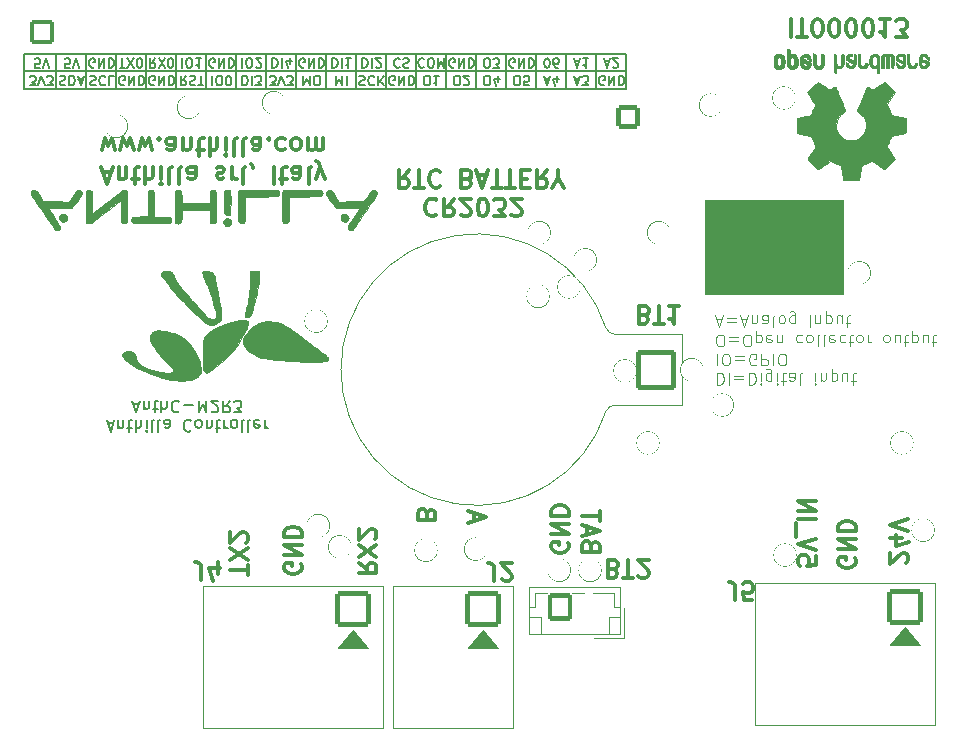
<source format=gbo>
G04 #@! TF.GenerationSoftware,KiCad,Pcbnew,7.0.1*
G04 #@! TF.CreationDate,2023-05-18T20:02:14+01:00*
G04 #@! TF.ProjectId,AnthC,416e7468-432e-46b6-9963-61645f706362,rev?*
G04 #@! TF.SameCoordinates,Original*
G04 #@! TF.FileFunction,Legend,Bot*
G04 #@! TF.FilePolarity,Positive*
%FSLAX46Y46*%
G04 Gerber Fmt 4.6, Leading zero omitted, Abs format (unit mm)*
G04 Created by KiCad (PCBNEW 7.0.1) date 2023-05-18 20:02:14*
%MOMM*%
%LPD*%
G01*
G04 APERTURE LIST*
G04 Aperture macros list*
%AMRoundRect*
0 Rectangle with rounded corners*
0 $1 Rounding radius*
0 $2 $3 $4 $5 $6 $7 $8 $9 X,Y pos of 4 corners*
0 Add a 4 corners polygon primitive as box body*
4,1,4,$2,$3,$4,$5,$6,$7,$8,$9,$2,$3,0*
0 Add four circle primitives for the rounded corners*
1,1,$1+$1,$2,$3*
1,1,$1+$1,$4,$5*
1,1,$1+$1,$6,$7*
1,1,$1+$1,$8,$9*
0 Add four rect primitives between the rounded corners*
20,1,$1+$1,$2,$3,$4,$5,0*
20,1,$1+$1,$4,$5,$6,$7,0*
20,1,$1+$1,$6,$7,$8,$9,0*
20,1,$1+$1,$8,$9,$2,$3,0*%
G04 Aperture macros list end*
%ADD10C,0.150000*%
%ADD11C,0.100000*%
%ADD12C,0.300000*%
%ADD13C,0.010000*%
%ADD14C,0.120000*%
%ADD15C,3.600000*%
%ADD16C,1.000000*%
%ADD17RoundRect,0.200000X0.850000X-0.850000X0.850000X0.850000X-0.850000X0.850000X-0.850000X-0.850000X0*%
%ADD18O,2.100000X2.100000*%
%ADD19C,1.050000*%
%ADD20O,1.400000X2.400000*%
%ADD21O,1.450000X2.500000*%
%ADD22RoundRect,0.200000X-0.800000X0.800000X-0.800000X-0.800000X0.800000X-0.800000X0.800000X0.800000X0*%
%ADD23O,2.000000X2.000000*%
%ADD24RoundRect,0.200000X1.500000X1.500000X-1.500000X1.500000X-1.500000X-1.500000X1.500000X-1.500000X0*%
%ADD25C,3.400000*%
%ADD26O,2.100000X2.400000*%
%ADD27RoundRect,0.200000X0.850000X1.000000X-0.850000X1.000000X-0.850000X-1.000000X0.850000X-1.000000X0*%
%ADD28C,1.900000*%
%ADD29RoundRect,0.200000X1.300000X1.300000X-1.300000X1.300000X-1.300000X-1.300000X1.300000X-1.300000X0*%
%ADD30C,3.000000*%
G04 APERTURE END LIST*
D10*
X189600000Y-104650000D02*
X189600000Y-101650000D01*
X192140000Y-104650000D02*
X192140000Y-101650000D01*
X194680000Y-104650000D02*
X194680000Y-101650000D01*
X197220000Y-104650000D02*
X197220000Y-101650000D01*
X199760000Y-104650000D02*
X199760000Y-101650000D01*
X202300000Y-104650000D02*
X202300000Y-101650000D01*
X204840000Y-104650000D02*
X204840000Y-101650000D01*
X207380000Y-104650000D02*
X207380000Y-101650000D01*
X209920000Y-104650000D02*
X209920000Y-101650000D01*
X212460000Y-104650000D02*
X212460000Y-101650000D01*
X215000000Y-104650000D02*
X215000000Y-101650000D01*
X217540000Y-104650000D02*
X217540000Y-101650000D01*
X220080000Y-104650000D02*
X220080000Y-101650000D01*
X222620000Y-104650000D02*
X222620000Y-101650000D01*
X225160000Y-104650000D02*
X225160000Y-101650000D01*
X227700000Y-104650000D02*
X227700000Y-101650000D01*
X230240000Y-104650000D02*
X230240000Y-101650000D01*
X232780000Y-104650000D02*
X232780000Y-101650000D01*
X235320000Y-104650000D02*
X235320000Y-101650000D01*
X237860000Y-104650000D02*
X237860000Y-101650000D01*
X186850000Y-101650000D02*
X237850000Y-101650000D01*
D11*
X256200000Y-122000000D02*
X244500000Y-122000000D01*
X244500000Y-114000000D01*
X256200000Y-114000000D01*
X256200000Y-122000000D01*
G36*
X256200000Y-122000000D02*
G01*
X244500000Y-122000000D01*
X244500000Y-114000000D01*
X256200000Y-114000000D01*
X256200000Y-122000000D01*
G37*
D10*
X186850000Y-103150000D02*
X237850000Y-103150000D01*
X186850000Y-104650000D02*
X186850000Y-101650000D01*
X186850000Y-104650000D02*
X237850000Y-104650000D01*
X187359523Y-104329904D02*
X187854761Y-104329904D01*
X187854761Y-104329904D02*
X187588095Y-104025142D01*
X187588095Y-104025142D02*
X187702380Y-104025142D01*
X187702380Y-104025142D02*
X187778571Y-103987047D01*
X187778571Y-103987047D02*
X187816666Y-103948952D01*
X187816666Y-103948952D02*
X187854761Y-103872761D01*
X187854761Y-103872761D02*
X187854761Y-103682285D01*
X187854761Y-103682285D02*
X187816666Y-103606095D01*
X187816666Y-103606095D02*
X187778571Y-103568000D01*
X187778571Y-103568000D02*
X187702380Y-103529904D01*
X187702380Y-103529904D02*
X187473809Y-103529904D01*
X187473809Y-103529904D02*
X187397618Y-103568000D01*
X187397618Y-103568000D02*
X187359523Y-103606095D01*
X188083333Y-104329904D02*
X188350000Y-103529904D01*
X188350000Y-103529904D02*
X188616666Y-104329904D01*
X188807142Y-104329904D02*
X189302380Y-104329904D01*
X189302380Y-104329904D02*
X189035714Y-104025142D01*
X189035714Y-104025142D02*
X189149999Y-104025142D01*
X189149999Y-104025142D02*
X189226190Y-103987047D01*
X189226190Y-103987047D02*
X189264285Y-103948952D01*
X189264285Y-103948952D02*
X189302380Y-103872761D01*
X189302380Y-103872761D02*
X189302380Y-103682285D01*
X189302380Y-103682285D02*
X189264285Y-103606095D01*
X189264285Y-103606095D02*
X189226190Y-103568000D01*
X189226190Y-103568000D02*
X189149999Y-103529904D01*
X189149999Y-103529904D02*
X188921428Y-103529904D01*
X188921428Y-103529904D02*
X188845237Y-103568000D01*
X188845237Y-103568000D02*
X188807142Y-103606095D01*
X188197619Y-102829904D02*
X187816667Y-102829904D01*
X187816667Y-102829904D02*
X187778571Y-102448952D01*
X187778571Y-102448952D02*
X187816667Y-102487047D01*
X187816667Y-102487047D02*
X187892857Y-102525142D01*
X187892857Y-102525142D02*
X188083333Y-102525142D01*
X188083333Y-102525142D02*
X188159524Y-102487047D01*
X188159524Y-102487047D02*
X188197619Y-102448952D01*
X188197619Y-102448952D02*
X188235714Y-102372761D01*
X188235714Y-102372761D02*
X188235714Y-102182285D01*
X188235714Y-102182285D02*
X188197619Y-102106095D01*
X188197619Y-102106095D02*
X188159524Y-102068000D01*
X188159524Y-102068000D02*
X188083333Y-102029904D01*
X188083333Y-102029904D02*
X187892857Y-102029904D01*
X187892857Y-102029904D02*
X187816667Y-102068000D01*
X187816667Y-102068000D02*
X187778571Y-102106095D01*
X188464286Y-102829904D02*
X188730953Y-102029904D01*
X188730953Y-102029904D02*
X188997619Y-102829904D01*
X189918571Y-103568000D02*
X190032857Y-103529904D01*
X190032857Y-103529904D02*
X190223333Y-103529904D01*
X190223333Y-103529904D02*
X190299524Y-103568000D01*
X190299524Y-103568000D02*
X190337619Y-103606095D01*
X190337619Y-103606095D02*
X190375714Y-103682285D01*
X190375714Y-103682285D02*
X190375714Y-103758476D01*
X190375714Y-103758476D02*
X190337619Y-103834666D01*
X190337619Y-103834666D02*
X190299524Y-103872761D01*
X190299524Y-103872761D02*
X190223333Y-103910857D01*
X190223333Y-103910857D02*
X190070952Y-103948952D01*
X190070952Y-103948952D02*
X189994762Y-103987047D01*
X189994762Y-103987047D02*
X189956667Y-104025142D01*
X189956667Y-104025142D02*
X189918571Y-104101333D01*
X189918571Y-104101333D02*
X189918571Y-104177523D01*
X189918571Y-104177523D02*
X189956667Y-104253714D01*
X189956667Y-104253714D02*
X189994762Y-104291809D01*
X189994762Y-104291809D02*
X190070952Y-104329904D01*
X190070952Y-104329904D02*
X190261429Y-104329904D01*
X190261429Y-104329904D02*
X190375714Y-104291809D01*
X190718572Y-103529904D02*
X190718572Y-104329904D01*
X190718572Y-104329904D02*
X190909048Y-104329904D01*
X190909048Y-104329904D02*
X191023334Y-104291809D01*
X191023334Y-104291809D02*
X191099524Y-104215619D01*
X191099524Y-104215619D02*
X191137619Y-104139428D01*
X191137619Y-104139428D02*
X191175715Y-103987047D01*
X191175715Y-103987047D02*
X191175715Y-103872761D01*
X191175715Y-103872761D02*
X191137619Y-103720380D01*
X191137619Y-103720380D02*
X191099524Y-103644190D01*
X191099524Y-103644190D02*
X191023334Y-103568000D01*
X191023334Y-103568000D02*
X190909048Y-103529904D01*
X190909048Y-103529904D02*
X190718572Y-103529904D01*
X191480476Y-103758476D02*
X191861429Y-103758476D01*
X191404286Y-103529904D02*
X191670953Y-104329904D01*
X191670953Y-104329904D02*
X191937619Y-103529904D01*
X192477618Y-103568000D02*
X192591904Y-103529904D01*
X192591904Y-103529904D02*
X192782380Y-103529904D01*
X192782380Y-103529904D02*
X192858571Y-103568000D01*
X192858571Y-103568000D02*
X192896666Y-103606095D01*
X192896666Y-103606095D02*
X192934761Y-103682285D01*
X192934761Y-103682285D02*
X192934761Y-103758476D01*
X192934761Y-103758476D02*
X192896666Y-103834666D01*
X192896666Y-103834666D02*
X192858571Y-103872761D01*
X192858571Y-103872761D02*
X192782380Y-103910857D01*
X192782380Y-103910857D02*
X192629999Y-103948952D01*
X192629999Y-103948952D02*
X192553809Y-103987047D01*
X192553809Y-103987047D02*
X192515714Y-104025142D01*
X192515714Y-104025142D02*
X192477618Y-104101333D01*
X192477618Y-104101333D02*
X192477618Y-104177523D01*
X192477618Y-104177523D02*
X192515714Y-104253714D01*
X192515714Y-104253714D02*
X192553809Y-104291809D01*
X192553809Y-104291809D02*
X192629999Y-104329904D01*
X192629999Y-104329904D02*
X192820476Y-104329904D01*
X192820476Y-104329904D02*
X192934761Y-104291809D01*
X193734762Y-103606095D02*
X193696666Y-103568000D01*
X193696666Y-103568000D02*
X193582381Y-103529904D01*
X193582381Y-103529904D02*
X193506190Y-103529904D01*
X193506190Y-103529904D02*
X193391904Y-103568000D01*
X193391904Y-103568000D02*
X193315714Y-103644190D01*
X193315714Y-103644190D02*
X193277619Y-103720380D01*
X193277619Y-103720380D02*
X193239523Y-103872761D01*
X193239523Y-103872761D02*
X193239523Y-103987047D01*
X193239523Y-103987047D02*
X193277619Y-104139428D01*
X193277619Y-104139428D02*
X193315714Y-104215619D01*
X193315714Y-104215619D02*
X193391904Y-104291809D01*
X193391904Y-104291809D02*
X193506190Y-104329904D01*
X193506190Y-104329904D02*
X193582381Y-104329904D01*
X193582381Y-104329904D02*
X193696666Y-104291809D01*
X193696666Y-104291809D02*
X193734762Y-104253714D01*
X194458571Y-103529904D02*
X194077619Y-103529904D01*
X194077619Y-103529904D02*
X194077619Y-104329904D01*
X195360476Y-104291809D02*
X195284286Y-104329904D01*
X195284286Y-104329904D02*
X195170000Y-104329904D01*
X195170000Y-104329904D02*
X195055714Y-104291809D01*
X195055714Y-104291809D02*
X194979524Y-104215619D01*
X194979524Y-104215619D02*
X194941429Y-104139428D01*
X194941429Y-104139428D02*
X194903333Y-103987047D01*
X194903333Y-103987047D02*
X194903333Y-103872761D01*
X194903333Y-103872761D02*
X194941429Y-103720380D01*
X194941429Y-103720380D02*
X194979524Y-103644190D01*
X194979524Y-103644190D02*
X195055714Y-103568000D01*
X195055714Y-103568000D02*
X195170000Y-103529904D01*
X195170000Y-103529904D02*
X195246191Y-103529904D01*
X195246191Y-103529904D02*
X195360476Y-103568000D01*
X195360476Y-103568000D02*
X195398572Y-103606095D01*
X195398572Y-103606095D02*
X195398572Y-103872761D01*
X195398572Y-103872761D02*
X195246191Y-103872761D01*
X195741429Y-103529904D02*
X195741429Y-104329904D01*
X195741429Y-104329904D02*
X196198572Y-103529904D01*
X196198572Y-103529904D02*
X196198572Y-104329904D01*
X196579524Y-103529904D02*
X196579524Y-104329904D01*
X196579524Y-104329904D02*
X196770000Y-104329904D01*
X196770000Y-104329904D02*
X196884286Y-104291809D01*
X196884286Y-104291809D02*
X196960476Y-104215619D01*
X196960476Y-104215619D02*
X196998571Y-104139428D01*
X196998571Y-104139428D02*
X197036667Y-103987047D01*
X197036667Y-103987047D02*
X197036667Y-103872761D01*
X197036667Y-103872761D02*
X196998571Y-103720380D01*
X196998571Y-103720380D02*
X196960476Y-103644190D01*
X196960476Y-103644190D02*
X196884286Y-103568000D01*
X196884286Y-103568000D02*
X196770000Y-103529904D01*
X196770000Y-103529904D02*
X196579524Y-103529904D01*
X197900476Y-104291809D02*
X197824286Y-104329904D01*
X197824286Y-104329904D02*
X197710000Y-104329904D01*
X197710000Y-104329904D02*
X197595714Y-104291809D01*
X197595714Y-104291809D02*
X197519524Y-104215619D01*
X197519524Y-104215619D02*
X197481429Y-104139428D01*
X197481429Y-104139428D02*
X197443333Y-103987047D01*
X197443333Y-103987047D02*
X197443333Y-103872761D01*
X197443333Y-103872761D02*
X197481429Y-103720380D01*
X197481429Y-103720380D02*
X197519524Y-103644190D01*
X197519524Y-103644190D02*
X197595714Y-103568000D01*
X197595714Y-103568000D02*
X197710000Y-103529904D01*
X197710000Y-103529904D02*
X197786191Y-103529904D01*
X197786191Y-103529904D02*
X197900476Y-103568000D01*
X197900476Y-103568000D02*
X197938572Y-103606095D01*
X197938572Y-103606095D02*
X197938572Y-103872761D01*
X197938572Y-103872761D02*
X197786191Y-103872761D01*
X198281429Y-103529904D02*
X198281429Y-104329904D01*
X198281429Y-104329904D02*
X198738572Y-103529904D01*
X198738572Y-103529904D02*
X198738572Y-104329904D01*
X199119524Y-103529904D02*
X199119524Y-104329904D01*
X199119524Y-104329904D02*
X199310000Y-104329904D01*
X199310000Y-104329904D02*
X199424286Y-104291809D01*
X199424286Y-104291809D02*
X199500476Y-104215619D01*
X199500476Y-104215619D02*
X199538571Y-104139428D01*
X199538571Y-104139428D02*
X199576667Y-103987047D01*
X199576667Y-103987047D02*
X199576667Y-103872761D01*
X199576667Y-103872761D02*
X199538571Y-103720380D01*
X199538571Y-103720380D02*
X199500476Y-103644190D01*
X199500476Y-103644190D02*
X199424286Y-103568000D01*
X199424286Y-103568000D02*
X199310000Y-103529904D01*
X199310000Y-103529904D02*
X199119524Y-103529904D01*
X200611905Y-103529904D02*
X200345238Y-103910857D01*
X200154762Y-103529904D02*
X200154762Y-104329904D01*
X200154762Y-104329904D02*
X200459524Y-104329904D01*
X200459524Y-104329904D02*
X200535714Y-104291809D01*
X200535714Y-104291809D02*
X200573809Y-104253714D01*
X200573809Y-104253714D02*
X200611905Y-104177523D01*
X200611905Y-104177523D02*
X200611905Y-104063238D01*
X200611905Y-104063238D02*
X200573809Y-103987047D01*
X200573809Y-103987047D02*
X200535714Y-103948952D01*
X200535714Y-103948952D02*
X200459524Y-103910857D01*
X200459524Y-103910857D02*
X200154762Y-103910857D01*
X200916666Y-103568000D02*
X201030952Y-103529904D01*
X201030952Y-103529904D02*
X201221428Y-103529904D01*
X201221428Y-103529904D02*
X201297619Y-103568000D01*
X201297619Y-103568000D02*
X201335714Y-103606095D01*
X201335714Y-103606095D02*
X201373809Y-103682285D01*
X201373809Y-103682285D02*
X201373809Y-103758476D01*
X201373809Y-103758476D02*
X201335714Y-103834666D01*
X201335714Y-103834666D02*
X201297619Y-103872761D01*
X201297619Y-103872761D02*
X201221428Y-103910857D01*
X201221428Y-103910857D02*
X201069047Y-103948952D01*
X201069047Y-103948952D02*
X200992857Y-103987047D01*
X200992857Y-103987047D02*
X200954762Y-104025142D01*
X200954762Y-104025142D02*
X200916666Y-104101333D01*
X200916666Y-104101333D02*
X200916666Y-104177523D01*
X200916666Y-104177523D02*
X200954762Y-104253714D01*
X200954762Y-104253714D02*
X200992857Y-104291809D01*
X200992857Y-104291809D02*
X201069047Y-104329904D01*
X201069047Y-104329904D02*
X201259524Y-104329904D01*
X201259524Y-104329904D02*
X201373809Y-104291809D01*
X201602381Y-104329904D02*
X202059524Y-104329904D01*
X201830952Y-103529904D02*
X201830952Y-104329904D01*
X202790000Y-103529904D02*
X202790000Y-104329904D01*
X203323333Y-104329904D02*
X203475714Y-104329904D01*
X203475714Y-104329904D02*
X203551904Y-104291809D01*
X203551904Y-104291809D02*
X203628095Y-104215619D01*
X203628095Y-104215619D02*
X203666190Y-104063238D01*
X203666190Y-104063238D02*
X203666190Y-103796571D01*
X203666190Y-103796571D02*
X203628095Y-103644190D01*
X203628095Y-103644190D02*
X203551904Y-103568000D01*
X203551904Y-103568000D02*
X203475714Y-103529904D01*
X203475714Y-103529904D02*
X203323333Y-103529904D01*
X203323333Y-103529904D02*
X203247142Y-103568000D01*
X203247142Y-103568000D02*
X203170952Y-103644190D01*
X203170952Y-103644190D02*
X203132856Y-103796571D01*
X203132856Y-103796571D02*
X203132856Y-104063238D01*
X203132856Y-104063238D02*
X203170952Y-104215619D01*
X203170952Y-104215619D02*
X203247142Y-104291809D01*
X203247142Y-104291809D02*
X203323333Y-104329904D01*
X204161428Y-104329904D02*
X204237618Y-104329904D01*
X204237618Y-104329904D02*
X204313809Y-104291809D01*
X204313809Y-104291809D02*
X204351904Y-104253714D01*
X204351904Y-104253714D02*
X204389999Y-104177523D01*
X204389999Y-104177523D02*
X204428094Y-104025142D01*
X204428094Y-104025142D02*
X204428094Y-103834666D01*
X204428094Y-103834666D02*
X204389999Y-103682285D01*
X204389999Y-103682285D02*
X204351904Y-103606095D01*
X204351904Y-103606095D02*
X204313809Y-103568000D01*
X204313809Y-103568000D02*
X204237618Y-103529904D01*
X204237618Y-103529904D02*
X204161428Y-103529904D01*
X204161428Y-103529904D02*
X204085237Y-103568000D01*
X204085237Y-103568000D02*
X204047142Y-103606095D01*
X204047142Y-103606095D02*
X204009047Y-103682285D01*
X204009047Y-103682285D02*
X203970951Y-103834666D01*
X203970951Y-103834666D02*
X203970951Y-104025142D01*
X203970951Y-104025142D02*
X204009047Y-104177523D01*
X204009047Y-104177523D02*
X204047142Y-104253714D01*
X204047142Y-104253714D02*
X204085237Y-104291809D01*
X204085237Y-104291809D02*
X204161428Y-104329904D01*
X205349048Y-103529904D02*
X205349048Y-104329904D01*
X205349048Y-104329904D02*
X205539524Y-104329904D01*
X205539524Y-104329904D02*
X205653810Y-104291809D01*
X205653810Y-104291809D02*
X205730000Y-104215619D01*
X205730000Y-104215619D02*
X205768095Y-104139428D01*
X205768095Y-104139428D02*
X205806191Y-103987047D01*
X205806191Y-103987047D02*
X205806191Y-103872761D01*
X205806191Y-103872761D02*
X205768095Y-103720380D01*
X205768095Y-103720380D02*
X205730000Y-103644190D01*
X205730000Y-103644190D02*
X205653810Y-103568000D01*
X205653810Y-103568000D02*
X205539524Y-103529904D01*
X205539524Y-103529904D02*
X205349048Y-103529904D01*
X206149048Y-103529904D02*
X206149048Y-104329904D01*
X206453809Y-104329904D02*
X206949047Y-104329904D01*
X206949047Y-104329904D02*
X206682381Y-104025142D01*
X206682381Y-104025142D02*
X206796666Y-104025142D01*
X206796666Y-104025142D02*
X206872857Y-103987047D01*
X206872857Y-103987047D02*
X206910952Y-103948952D01*
X206910952Y-103948952D02*
X206949047Y-103872761D01*
X206949047Y-103872761D02*
X206949047Y-103682285D01*
X206949047Y-103682285D02*
X206910952Y-103606095D01*
X206910952Y-103606095D02*
X206872857Y-103568000D01*
X206872857Y-103568000D02*
X206796666Y-103529904D01*
X206796666Y-103529904D02*
X206568095Y-103529904D01*
X206568095Y-103529904D02*
X206491904Y-103568000D01*
X206491904Y-103568000D02*
X206453809Y-103606095D01*
X207679523Y-104329904D02*
X208174761Y-104329904D01*
X208174761Y-104329904D02*
X207908095Y-104025142D01*
X207908095Y-104025142D02*
X208022380Y-104025142D01*
X208022380Y-104025142D02*
X208098571Y-103987047D01*
X208098571Y-103987047D02*
X208136666Y-103948952D01*
X208136666Y-103948952D02*
X208174761Y-103872761D01*
X208174761Y-103872761D02*
X208174761Y-103682285D01*
X208174761Y-103682285D02*
X208136666Y-103606095D01*
X208136666Y-103606095D02*
X208098571Y-103568000D01*
X208098571Y-103568000D02*
X208022380Y-103529904D01*
X208022380Y-103529904D02*
X207793809Y-103529904D01*
X207793809Y-103529904D02*
X207717618Y-103568000D01*
X207717618Y-103568000D02*
X207679523Y-103606095D01*
X208403333Y-104329904D02*
X208670000Y-103529904D01*
X208670000Y-103529904D02*
X208936666Y-104329904D01*
X209127142Y-104329904D02*
X209622380Y-104329904D01*
X209622380Y-104329904D02*
X209355714Y-104025142D01*
X209355714Y-104025142D02*
X209469999Y-104025142D01*
X209469999Y-104025142D02*
X209546190Y-103987047D01*
X209546190Y-103987047D02*
X209584285Y-103948952D01*
X209584285Y-103948952D02*
X209622380Y-103872761D01*
X209622380Y-103872761D02*
X209622380Y-103682285D01*
X209622380Y-103682285D02*
X209584285Y-103606095D01*
X209584285Y-103606095D02*
X209546190Y-103568000D01*
X209546190Y-103568000D02*
X209469999Y-103529904D01*
X209469999Y-103529904D02*
X209241428Y-103529904D01*
X209241428Y-103529904D02*
X209165237Y-103568000D01*
X209165237Y-103568000D02*
X209127142Y-103606095D01*
X210524286Y-103529904D02*
X210524286Y-104329904D01*
X210524286Y-104329904D02*
X210790952Y-103758476D01*
X210790952Y-103758476D02*
X211057619Y-104329904D01*
X211057619Y-104329904D02*
X211057619Y-103529904D01*
X211590953Y-104329904D02*
X211743334Y-104329904D01*
X211743334Y-104329904D02*
X211819524Y-104291809D01*
X211819524Y-104291809D02*
X211895715Y-104215619D01*
X211895715Y-104215619D02*
X211933810Y-104063238D01*
X211933810Y-104063238D02*
X211933810Y-103796571D01*
X211933810Y-103796571D02*
X211895715Y-103644190D01*
X211895715Y-103644190D02*
X211819524Y-103568000D01*
X211819524Y-103568000D02*
X211743334Y-103529904D01*
X211743334Y-103529904D02*
X211590953Y-103529904D01*
X211590953Y-103529904D02*
X211514762Y-103568000D01*
X211514762Y-103568000D02*
X211438572Y-103644190D01*
X211438572Y-103644190D02*
X211400476Y-103796571D01*
X211400476Y-103796571D02*
X211400476Y-104063238D01*
X211400476Y-104063238D02*
X211438572Y-104215619D01*
X211438572Y-104215619D02*
X211514762Y-104291809D01*
X211514762Y-104291809D02*
X211590953Y-104329904D01*
X213292857Y-103529904D02*
X213292857Y-104329904D01*
X213292857Y-104329904D02*
X213559523Y-103758476D01*
X213559523Y-103758476D02*
X213826190Y-104329904D01*
X213826190Y-104329904D02*
X213826190Y-103529904D01*
X214207143Y-103529904D02*
X214207143Y-104329904D01*
X215261428Y-103568000D02*
X215375714Y-103529904D01*
X215375714Y-103529904D02*
X215566190Y-103529904D01*
X215566190Y-103529904D02*
X215642381Y-103568000D01*
X215642381Y-103568000D02*
X215680476Y-103606095D01*
X215680476Y-103606095D02*
X215718571Y-103682285D01*
X215718571Y-103682285D02*
X215718571Y-103758476D01*
X215718571Y-103758476D02*
X215680476Y-103834666D01*
X215680476Y-103834666D02*
X215642381Y-103872761D01*
X215642381Y-103872761D02*
X215566190Y-103910857D01*
X215566190Y-103910857D02*
X215413809Y-103948952D01*
X215413809Y-103948952D02*
X215337619Y-103987047D01*
X215337619Y-103987047D02*
X215299524Y-104025142D01*
X215299524Y-104025142D02*
X215261428Y-104101333D01*
X215261428Y-104101333D02*
X215261428Y-104177523D01*
X215261428Y-104177523D02*
X215299524Y-104253714D01*
X215299524Y-104253714D02*
X215337619Y-104291809D01*
X215337619Y-104291809D02*
X215413809Y-104329904D01*
X215413809Y-104329904D02*
X215604286Y-104329904D01*
X215604286Y-104329904D02*
X215718571Y-104291809D01*
X216518572Y-103606095D02*
X216480476Y-103568000D01*
X216480476Y-103568000D02*
X216366191Y-103529904D01*
X216366191Y-103529904D02*
X216290000Y-103529904D01*
X216290000Y-103529904D02*
X216175714Y-103568000D01*
X216175714Y-103568000D02*
X216099524Y-103644190D01*
X216099524Y-103644190D02*
X216061429Y-103720380D01*
X216061429Y-103720380D02*
X216023333Y-103872761D01*
X216023333Y-103872761D02*
X216023333Y-103987047D01*
X216023333Y-103987047D02*
X216061429Y-104139428D01*
X216061429Y-104139428D02*
X216099524Y-104215619D01*
X216099524Y-104215619D02*
X216175714Y-104291809D01*
X216175714Y-104291809D02*
X216290000Y-104329904D01*
X216290000Y-104329904D02*
X216366191Y-104329904D01*
X216366191Y-104329904D02*
X216480476Y-104291809D01*
X216480476Y-104291809D02*
X216518572Y-104253714D01*
X216861429Y-103529904D02*
X216861429Y-104329904D01*
X217318572Y-103529904D02*
X216975714Y-103987047D01*
X217318572Y-104329904D02*
X216861429Y-103872761D01*
X218220476Y-104291809D02*
X218144286Y-104329904D01*
X218144286Y-104329904D02*
X218030000Y-104329904D01*
X218030000Y-104329904D02*
X217915714Y-104291809D01*
X217915714Y-104291809D02*
X217839524Y-104215619D01*
X217839524Y-104215619D02*
X217801429Y-104139428D01*
X217801429Y-104139428D02*
X217763333Y-103987047D01*
X217763333Y-103987047D02*
X217763333Y-103872761D01*
X217763333Y-103872761D02*
X217801429Y-103720380D01*
X217801429Y-103720380D02*
X217839524Y-103644190D01*
X217839524Y-103644190D02*
X217915714Y-103568000D01*
X217915714Y-103568000D02*
X218030000Y-103529904D01*
X218030000Y-103529904D02*
X218106191Y-103529904D01*
X218106191Y-103529904D02*
X218220476Y-103568000D01*
X218220476Y-103568000D02*
X218258572Y-103606095D01*
X218258572Y-103606095D02*
X218258572Y-103872761D01*
X218258572Y-103872761D02*
X218106191Y-103872761D01*
X218601429Y-103529904D02*
X218601429Y-104329904D01*
X218601429Y-104329904D02*
X219058572Y-103529904D01*
X219058572Y-103529904D02*
X219058572Y-104329904D01*
X219439524Y-103529904D02*
X219439524Y-104329904D01*
X219439524Y-104329904D02*
X219630000Y-104329904D01*
X219630000Y-104329904D02*
X219744286Y-104291809D01*
X219744286Y-104291809D02*
X219820476Y-104215619D01*
X219820476Y-104215619D02*
X219858571Y-104139428D01*
X219858571Y-104139428D02*
X219896667Y-103987047D01*
X219896667Y-103987047D02*
X219896667Y-103872761D01*
X219896667Y-103872761D02*
X219858571Y-103720380D01*
X219858571Y-103720380D02*
X219820476Y-103644190D01*
X219820476Y-103644190D02*
X219744286Y-103568000D01*
X219744286Y-103568000D02*
X219630000Y-103529904D01*
X219630000Y-103529904D02*
X219439524Y-103529904D01*
X220912857Y-104329904D02*
X221065238Y-104329904D01*
X221065238Y-104329904D02*
X221141428Y-104291809D01*
X221141428Y-104291809D02*
X221217619Y-104215619D01*
X221217619Y-104215619D02*
X221255714Y-104063238D01*
X221255714Y-104063238D02*
X221255714Y-103796571D01*
X221255714Y-103796571D02*
X221217619Y-103644190D01*
X221217619Y-103644190D02*
X221141428Y-103568000D01*
X221141428Y-103568000D02*
X221065238Y-103529904D01*
X221065238Y-103529904D02*
X220912857Y-103529904D01*
X220912857Y-103529904D02*
X220836666Y-103568000D01*
X220836666Y-103568000D02*
X220760476Y-103644190D01*
X220760476Y-103644190D02*
X220722380Y-103796571D01*
X220722380Y-103796571D02*
X220722380Y-104063238D01*
X220722380Y-104063238D02*
X220760476Y-104215619D01*
X220760476Y-104215619D02*
X220836666Y-104291809D01*
X220836666Y-104291809D02*
X220912857Y-104329904D01*
X222017618Y-103529904D02*
X221560475Y-103529904D01*
X221789047Y-103529904D02*
X221789047Y-104329904D01*
X221789047Y-104329904D02*
X221712856Y-104215619D01*
X221712856Y-104215619D02*
X221636666Y-104139428D01*
X221636666Y-104139428D02*
X221560475Y-104101333D01*
X223452857Y-104329904D02*
X223605238Y-104329904D01*
X223605238Y-104329904D02*
X223681428Y-104291809D01*
X223681428Y-104291809D02*
X223757619Y-104215619D01*
X223757619Y-104215619D02*
X223795714Y-104063238D01*
X223795714Y-104063238D02*
X223795714Y-103796571D01*
X223795714Y-103796571D02*
X223757619Y-103644190D01*
X223757619Y-103644190D02*
X223681428Y-103568000D01*
X223681428Y-103568000D02*
X223605238Y-103529904D01*
X223605238Y-103529904D02*
X223452857Y-103529904D01*
X223452857Y-103529904D02*
X223376666Y-103568000D01*
X223376666Y-103568000D02*
X223300476Y-103644190D01*
X223300476Y-103644190D02*
X223262380Y-103796571D01*
X223262380Y-103796571D02*
X223262380Y-104063238D01*
X223262380Y-104063238D02*
X223300476Y-104215619D01*
X223300476Y-104215619D02*
X223376666Y-104291809D01*
X223376666Y-104291809D02*
X223452857Y-104329904D01*
X224100475Y-104253714D02*
X224138571Y-104291809D01*
X224138571Y-104291809D02*
X224214761Y-104329904D01*
X224214761Y-104329904D02*
X224405237Y-104329904D01*
X224405237Y-104329904D02*
X224481428Y-104291809D01*
X224481428Y-104291809D02*
X224519523Y-104253714D01*
X224519523Y-104253714D02*
X224557618Y-104177523D01*
X224557618Y-104177523D02*
X224557618Y-104101333D01*
X224557618Y-104101333D02*
X224519523Y-103987047D01*
X224519523Y-103987047D02*
X224062380Y-103529904D01*
X224062380Y-103529904D02*
X224557618Y-103529904D01*
X225992857Y-104329904D02*
X226145238Y-104329904D01*
X226145238Y-104329904D02*
X226221428Y-104291809D01*
X226221428Y-104291809D02*
X226297619Y-104215619D01*
X226297619Y-104215619D02*
X226335714Y-104063238D01*
X226335714Y-104063238D02*
X226335714Y-103796571D01*
X226335714Y-103796571D02*
X226297619Y-103644190D01*
X226297619Y-103644190D02*
X226221428Y-103568000D01*
X226221428Y-103568000D02*
X226145238Y-103529904D01*
X226145238Y-103529904D02*
X225992857Y-103529904D01*
X225992857Y-103529904D02*
X225916666Y-103568000D01*
X225916666Y-103568000D02*
X225840476Y-103644190D01*
X225840476Y-103644190D02*
X225802380Y-103796571D01*
X225802380Y-103796571D02*
X225802380Y-104063238D01*
X225802380Y-104063238D02*
X225840476Y-104215619D01*
X225840476Y-104215619D02*
X225916666Y-104291809D01*
X225916666Y-104291809D02*
X225992857Y-104329904D01*
X227021428Y-104063238D02*
X227021428Y-103529904D01*
X226830952Y-104368000D02*
X226640475Y-103796571D01*
X226640475Y-103796571D02*
X227135714Y-103796571D01*
X228532857Y-104329904D02*
X228685238Y-104329904D01*
X228685238Y-104329904D02*
X228761428Y-104291809D01*
X228761428Y-104291809D02*
X228837619Y-104215619D01*
X228837619Y-104215619D02*
X228875714Y-104063238D01*
X228875714Y-104063238D02*
X228875714Y-103796571D01*
X228875714Y-103796571D02*
X228837619Y-103644190D01*
X228837619Y-103644190D02*
X228761428Y-103568000D01*
X228761428Y-103568000D02*
X228685238Y-103529904D01*
X228685238Y-103529904D02*
X228532857Y-103529904D01*
X228532857Y-103529904D02*
X228456666Y-103568000D01*
X228456666Y-103568000D02*
X228380476Y-103644190D01*
X228380476Y-103644190D02*
X228342380Y-103796571D01*
X228342380Y-103796571D02*
X228342380Y-104063238D01*
X228342380Y-104063238D02*
X228380476Y-104215619D01*
X228380476Y-104215619D02*
X228456666Y-104291809D01*
X228456666Y-104291809D02*
X228532857Y-104329904D01*
X229599523Y-104329904D02*
X229218571Y-104329904D01*
X229218571Y-104329904D02*
X229180475Y-103948952D01*
X229180475Y-103948952D02*
X229218571Y-103987047D01*
X229218571Y-103987047D02*
X229294761Y-104025142D01*
X229294761Y-104025142D02*
X229485237Y-104025142D01*
X229485237Y-104025142D02*
X229561428Y-103987047D01*
X229561428Y-103987047D02*
X229599523Y-103948952D01*
X229599523Y-103948952D02*
X229637618Y-103872761D01*
X229637618Y-103872761D02*
X229637618Y-103682285D01*
X229637618Y-103682285D02*
X229599523Y-103606095D01*
X229599523Y-103606095D02*
X229561428Y-103568000D01*
X229561428Y-103568000D02*
X229485237Y-103529904D01*
X229485237Y-103529904D02*
X229294761Y-103529904D01*
X229294761Y-103529904D02*
X229218571Y-103568000D01*
X229218571Y-103568000D02*
X229180475Y-103606095D01*
X230958571Y-103758476D02*
X231339524Y-103758476D01*
X230882381Y-103529904D02*
X231149048Y-104329904D01*
X231149048Y-104329904D02*
X231415714Y-103529904D01*
X232025238Y-104063238D02*
X232025238Y-103529904D01*
X231834762Y-104368000D02*
X231644285Y-103796571D01*
X231644285Y-103796571D02*
X232139524Y-103796571D01*
X233498571Y-103758476D02*
X233879524Y-103758476D01*
X233422381Y-103529904D02*
X233689048Y-104329904D01*
X233689048Y-104329904D02*
X233955714Y-103529904D01*
X234146190Y-104329904D02*
X234641428Y-104329904D01*
X234641428Y-104329904D02*
X234374762Y-104025142D01*
X234374762Y-104025142D02*
X234489047Y-104025142D01*
X234489047Y-104025142D02*
X234565238Y-103987047D01*
X234565238Y-103987047D02*
X234603333Y-103948952D01*
X234603333Y-103948952D02*
X234641428Y-103872761D01*
X234641428Y-103872761D02*
X234641428Y-103682285D01*
X234641428Y-103682285D02*
X234603333Y-103606095D01*
X234603333Y-103606095D02*
X234565238Y-103568000D01*
X234565238Y-103568000D02*
X234489047Y-103529904D01*
X234489047Y-103529904D02*
X234260476Y-103529904D01*
X234260476Y-103529904D02*
X234184285Y-103568000D01*
X234184285Y-103568000D02*
X234146190Y-103606095D01*
X236000476Y-104291809D02*
X235924286Y-104329904D01*
X235924286Y-104329904D02*
X235810000Y-104329904D01*
X235810000Y-104329904D02*
X235695714Y-104291809D01*
X235695714Y-104291809D02*
X235619524Y-104215619D01*
X235619524Y-104215619D02*
X235581429Y-104139428D01*
X235581429Y-104139428D02*
X235543333Y-103987047D01*
X235543333Y-103987047D02*
X235543333Y-103872761D01*
X235543333Y-103872761D02*
X235581429Y-103720380D01*
X235581429Y-103720380D02*
X235619524Y-103644190D01*
X235619524Y-103644190D02*
X235695714Y-103568000D01*
X235695714Y-103568000D02*
X235810000Y-103529904D01*
X235810000Y-103529904D02*
X235886191Y-103529904D01*
X235886191Y-103529904D02*
X236000476Y-103568000D01*
X236000476Y-103568000D02*
X236038572Y-103606095D01*
X236038572Y-103606095D02*
X236038572Y-103872761D01*
X236038572Y-103872761D02*
X235886191Y-103872761D01*
X236381429Y-103529904D02*
X236381429Y-104329904D01*
X236381429Y-104329904D02*
X236838572Y-103529904D01*
X236838572Y-103529904D02*
X236838572Y-104329904D01*
X237219524Y-103529904D02*
X237219524Y-104329904D01*
X237219524Y-104329904D02*
X237410000Y-104329904D01*
X237410000Y-104329904D02*
X237524286Y-104291809D01*
X237524286Y-104291809D02*
X237600476Y-104215619D01*
X237600476Y-104215619D02*
X237638571Y-104139428D01*
X237638571Y-104139428D02*
X237676667Y-103987047D01*
X237676667Y-103987047D02*
X237676667Y-103872761D01*
X237676667Y-103872761D02*
X237638571Y-103720380D01*
X237638571Y-103720380D02*
X237600476Y-103644190D01*
X237600476Y-103644190D02*
X237524286Y-103568000D01*
X237524286Y-103568000D02*
X237410000Y-103529904D01*
X237410000Y-103529904D02*
X237219524Y-103529904D01*
X190737619Y-102829904D02*
X190356667Y-102829904D01*
X190356667Y-102829904D02*
X190318571Y-102448952D01*
X190318571Y-102448952D02*
X190356667Y-102487047D01*
X190356667Y-102487047D02*
X190432857Y-102525142D01*
X190432857Y-102525142D02*
X190623333Y-102525142D01*
X190623333Y-102525142D02*
X190699524Y-102487047D01*
X190699524Y-102487047D02*
X190737619Y-102448952D01*
X190737619Y-102448952D02*
X190775714Y-102372761D01*
X190775714Y-102372761D02*
X190775714Y-102182285D01*
X190775714Y-102182285D02*
X190737619Y-102106095D01*
X190737619Y-102106095D02*
X190699524Y-102068000D01*
X190699524Y-102068000D02*
X190623333Y-102029904D01*
X190623333Y-102029904D02*
X190432857Y-102029904D01*
X190432857Y-102029904D02*
X190356667Y-102068000D01*
X190356667Y-102068000D02*
X190318571Y-102106095D01*
X191004286Y-102829904D02*
X191270953Y-102029904D01*
X191270953Y-102029904D02*
X191537619Y-102829904D01*
X192820476Y-102791809D02*
X192744286Y-102829904D01*
X192744286Y-102829904D02*
X192630000Y-102829904D01*
X192630000Y-102829904D02*
X192515714Y-102791809D01*
X192515714Y-102791809D02*
X192439524Y-102715619D01*
X192439524Y-102715619D02*
X192401429Y-102639428D01*
X192401429Y-102639428D02*
X192363333Y-102487047D01*
X192363333Y-102487047D02*
X192363333Y-102372761D01*
X192363333Y-102372761D02*
X192401429Y-102220380D01*
X192401429Y-102220380D02*
X192439524Y-102144190D01*
X192439524Y-102144190D02*
X192515714Y-102068000D01*
X192515714Y-102068000D02*
X192630000Y-102029904D01*
X192630000Y-102029904D02*
X192706191Y-102029904D01*
X192706191Y-102029904D02*
X192820476Y-102068000D01*
X192820476Y-102068000D02*
X192858572Y-102106095D01*
X192858572Y-102106095D02*
X192858572Y-102372761D01*
X192858572Y-102372761D02*
X192706191Y-102372761D01*
X193201429Y-102029904D02*
X193201429Y-102829904D01*
X193201429Y-102829904D02*
X193658572Y-102029904D01*
X193658572Y-102029904D02*
X193658572Y-102829904D01*
X194039524Y-102029904D02*
X194039524Y-102829904D01*
X194039524Y-102829904D02*
X194230000Y-102829904D01*
X194230000Y-102829904D02*
X194344286Y-102791809D01*
X194344286Y-102791809D02*
X194420476Y-102715619D01*
X194420476Y-102715619D02*
X194458571Y-102639428D01*
X194458571Y-102639428D02*
X194496667Y-102487047D01*
X194496667Y-102487047D02*
X194496667Y-102372761D01*
X194496667Y-102372761D02*
X194458571Y-102220380D01*
X194458571Y-102220380D02*
X194420476Y-102144190D01*
X194420476Y-102144190D02*
X194344286Y-102068000D01*
X194344286Y-102068000D02*
X194230000Y-102029904D01*
X194230000Y-102029904D02*
X194039524Y-102029904D01*
X194979523Y-102829904D02*
X195436666Y-102829904D01*
X195208094Y-102029904D02*
X195208094Y-102829904D01*
X195627142Y-102829904D02*
X196160476Y-102029904D01*
X196160476Y-102829904D02*
X195627142Y-102029904D01*
X196617619Y-102829904D02*
X196693809Y-102829904D01*
X196693809Y-102829904D02*
X196770000Y-102791809D01*
X196770000Y-102791809D02*
X196808095Y-102753714D01*
X196808095Y-102753714D02*
X196846190Y-102677523D01*
X196846190Y-102677523D02*
X196884285Y-102525142D01*
X196884285Y-102525142D02*
X196884285Y-102334666D01*
X196884285Y-102334666D02*
X196846190Y-102182285D01*
X196846190Y-102182285D02*
X196808095Y-102106095D01*
X196808095Y-102106095D02*
X196770000Y-102068000D01*
X196770000Y-102068000D02*
X196693809Y-102029904D01*
X196693809Y-102029904D02*
X196617619Y-102029904D01*
X196617619Y-102029904D02*
X196541428Y-102068000D01*
X196541428Y-102068000D02*
X196503333Y-102106095D01*
X196503333Y-102106095D02*
X196465238Y-102182285D01*
X196465238Y-102182285D02*
X196427142Y-102334666D01*
X196427142Y-102334666D02*
X196427142Y-102525142D01*
X196427142Y-102525142D02*
X196465238Y-102677523D01*
X196465238Y-102677523D02*
X196503333Y-102753714D01*
X196503333Y-102753714D02*
X196541428Y-102791809D01*
X196541428Y-102791809D02*
X196617619Y-102829904D01*
X197995714Y-102029904D02*
X197729047Y-102410857D01*
X197538571Y-102029904D02*
X197538571Y-102829904D01*
X197538571Y-102829904D02*
X197843333Y-102829904D01*
X197843333Y-102829904D02*
X197919523Y-102791809D01*
X197919523Y-102791809D02*
X197957618Y-102753714D01*
X197957618Y-102753714D02*
X197995714Y-102677523D01*
X197995714Y-102677523D02*
X197995714Y-102563238D01*
X197995714Y-102563238D02*
X197957618Y-102487047D01*
X197957618Y-102487047D02*
X197919523Y-102448952D01*
X197919523Y-102448952D02*
X197843333Y-102410857D01*
X197843333Y-102410857D02*
X197538571Y-102410857D01*
X198262380Y-102829904D02*
X198795714Y-102029904D01*
X198795714Y-102829904D02*
X198262380Y-102029904D01*
X199252857Y-102829904D02*
X199329047Y-102829904D01*
X199329047Y-102829904D02*
X199405238Y-102791809D01*
X199405238Y-102791809D02*
X199443333Y-102753714D01*
X199443333Y-102753714D02*
X199481428Y-102677523D01*
X199481428Y-102677523D02*
X199519523Y-102525142D01*
X199519523Y-102525142D02*
X199519523Y-102334666D01*
X199519523Y-102334666D02*
X199481428Y-102182285D01*
X199481428Y-102182285D02*
X199443333Y-102106095D01*
X199443333Y-102106095D02*
X199405238Y-102068000D01*
X199405238Y-102068000D02*
X199329047Y-102029904D01*
X199329047Y-102029904D02*
X199252857Y-102029904D01*
X199252857Y-102029904D02*
X199176666Y-102068000D01*
X199176666Y-102068000D02*
X199138571Y-102106095D01*
X199138571Y-102106095D02*
X199100476Y-102182285D01*
X199100476Y-102182285D02*
X199062380Y-102334666D01*
X199062380Y-102334666D02*
X199062380Y-102525142D01*
X199062380Y-102525142D02*
X199100476Y-102677523D01*
X199100476Y-102677523D02*
X199138571Y-102753714D01*
X199138571Y-102753714D02*
X199176666Y-102791809D01*
X199176666Y-102791809D02*
X199252857Y-102829904D01*
X200250000Y-102029904D02*
X200250000Y-102829904D01*
X200783333Y-102829904D02*
X200935714Y-102829904D01*
X200935714Y-102829904D02*
X201011904Y-102791809D01*
X201011904Y-102791809D02*
X201088095Y-102715619D01*
X201088095Y-102715619D02*
X201126190Y-102563238D01*
X201126190Y-102563238D02*
X201126190Y-102296571D01*
X201126190Y-102296571D02*
X201088095Y-102144190D01*
X201088095Y-102144190D02*
X201011904Y-102068000D01*
X201011904Y-102068000D02*
X200935714Y-102029904D01*
X200935714Y-102029904D02*
X200783333Y-102029904D01*
X200783333Y-102029904D02*
X200707142Y-102068000D01*
X200707142Y-102068000D02*
X200630952Y-102144190D01*
X200630952Y-102144190D02*
X200592856Y-102296571D01*
X200592856Y-102296571D02*
X200592856Y-102563238D01*
X200592856Y-102563238D02*
X200630952Y-102715619D01*
X200630952Y-102715619D02*
X200707142Y-102791809D01*
X200707142Y-102791809D02*
X200783333Y-102829904D01*
X201888094Y-102029904D02*
X201430951Y-102029904D01*
X201659523Y-102029904D02*
X201659523Y-102829904D01*
X201659523Y-102829904D02*
X201583332Y-102715619D01*
X201583332Y-102715619D02*
X201507142Y-102639428D01*
X201507142Y-102639428D02*
X201430951Y-102601333D01*
X202980476Y-102791809D02*
X202904286Y-102829904D01*
X202904286Y-102829904D02*
X202790000Y-102829904D01*
X202790000Y-102829904D02*
X202675714Y-102791809D01*
X202675714Y-102791809D02*
X202599524Y-102715619D01*
X202599524Y-102715619D02*
X202561429Y-102639428D01*
X202561429Y-102639428D02*
X202523333Y-102487047D01*
X202523333Y-102487047D02*
X202523333Y-102372761D01*
X202523333Y-102372761D02*
X202561429Y-102220380D01*
X202561429Y-102220380D02*
X202599524Y-102144190D01*
X202599524Y-102144190D02*
X202675714Y-102068000D01*
X202675714Y-102068000D02*
X202790000Y-102029904D01*
X202790000Y-102029904D02*
X202866191Y-102029904D01*
X202866191Y-102029904D02*
X202980476Y-102068000D01*
X202980476Y-102068000D02*
X203018572Y-102106095D01*
X203018572Y-102106095D02*
X203018572Y-102372761D01*
X203018572Y-102372761D02*
X202866191Y-102372761D01*
X203361429Y-102029904D02*
X203361429Y-102829904D01*
X203361429Y-102829904D02*
X203818572Y-102029904D01*
X203818572Y-102029904D02*
X203818572Y-102829904D01*
X204199524Y-102029904D02*
X204199524Y-102829904D01*
X204199524Y-102829904D02*
X204390000Y-102829904D01*
X204390000Y-102829904D02*
X204504286Y-102791809D01*
X204504286Y-102791809D02*
X204580476Y-102715619D01*
X204580476Y-102715619D02*
X204618571Y-102639428D01*
X204618571Y-102639428D02*
X204656667Y-102487047D01*
X204656667Y-102487047D02*
X204656667Y-102372761D01*
X204656667Y-102372761D02*
X204618571Y-102220380D01*
X204618571Y-102220380D02*
X204580476Y-102144190D01*
X204580476Y-102144190D02*
X204504286Y-102068000D01*
X204504286Y-102068000D02*
X204390000Y-102029904D01*
X204390000Y-102029904D02*
X204199524Y-102029904D01*
X205330000Y-102029904D02*
X205330000Y-102829904D01*
X205863333Y-102829904D02*
X206015714Y-102829904D01*
X206015714Y-102829904D02*
X206091904Y-102791809D01*
X206091904Y-102791809D02*
X206168095Y-102715619D01*
X206168095Y-102715619D02*
X206206190Y-102563238D01*
X206206190Y-102563238D02*
X206206190Y-102296571D01*
X206206190Y-102296571D02*
X206168095Y-102144190D01*
X206168095Y-102144190D02*
X206091904Y-102068000D01*
X206091904Y-102068000D02*
X206015714Y-102029904D01*
X206015714Y-102029904D02*
X205863333Y-102029904D01*
X205863333Y-102029904D02*
X205787142Y-102068000D01*
X205787142Y-102068000D02*
X205710952Y-102144190D01*
X205710952Y-102144190D02*
X205672856Y-102296571D01*
X205672856Y-102296571D02*
X205672856Y-102563238D01*
X205672856Y-102563238D02*
X205710952Y-102715619D01*
X205710952Y-102715619D02*
X205787142Y-102791809D01*
X205787142Y-102791809D02*
X205863333Y-102829904D01*
X206510951Y-102753714D02*
X206549047Y-102791809D01*
X206549047Y-102791809D02*
X206625237Y-102829904D01*
X206625237Y-102829904D02*
X206815713Y-102829904D01*
X206815713Y-102829904D02*
X206891904Y-102791809D01*
X206891904Y-102791809D02*
X206929999Y-102753714D01*
X206929999Y-102753714D02*
X206968094Y-102677523D01*
X206968094Y-102677523D02*
X206968094Y-102601333D01*
X206968094Y-102601333D02*
X206929999Y-102487047D01*
X206929999Y-102487047D02*
X206472856Y-102029904D01*
X206472856Y-102029904D02*
X206968094Y-102029904D01*
X207889048Y-102029904D02*
X207889048Y-102829904D01*
X207889048Y-102829904D02*
X208079524Y-102829904D01*
X208079524Y-102829904D02*
X208193810Y-102791809D01*
X208193810Y-102791809D02*
X208270000Y-102715619D01*
X208270000Y-102715619D02*
X208308095Y-102639428D01*
X208308095Y-102639428D02*
X208346191Y-102487047D01*
X208346191Y-102487047D02*
X208346191Y-102372761D01*
X208346191Y-102372761D02*
X208308095Y-102220380D01*
X208308095Y-102220380D02*
X208270000Y-102144190D01*
X208270000Y-102144190D02*
X208193810Y-102068000D01*
X208193810Y-102068000D02*
X208079524Y-102029904D01*
X208079524Y-102029904D02*
X207889048Y-102029904D01*
X208689048Y-102029904D02*
X208689048Y-102829904D01*
X209412857Y-102563238D02*
X209412857Y-102029904D01*
X209222381Y-102868000D02*
X209031904Y-102296571D01*
X209031904Y-102296571D02*
X209527143Y-102296571D01*
X210600476Y-102791809D02*
X210524286Y-102829904D01*
X210524286Y-102829904D02*
X210410000Y-102829904D01*
X210410000Y-102829904D02*
X210295714Y-102791809D01*
X210295714Y-102791809D02*
X210219524Y-102715619D01*
X210219524Y-102715619D02*
X210181429Y-102639428D01*
X210181429Y-102639428D02*
X210143333Y-102487047D01*
X210143333Y-102487047D02*
X210143333Y-102372761D01*
X210143333Y-102372761D02*
X210181429Y-102220380D01*
X210181429Y-102220380D02*
X210219524Y-102144190D01*
X210219524Y-102144190D02*
X210295714Y-102068000D01*
X210295714Y-102068000D02*
X210410000Y-102029904D01*
X210410000Y-102029904D02*
X210486191Y-102029904D01*
X210486191Y-102029904D02*
X210600476Y-102068000D01*
X210600476Y-102068000D02*
X210638572Y-102106095D01*
X210638572Y-102106095D02*
X210638572Y-102372761D01*
X210638572Y-102372761D02*
X210486191Y-102372761D01*
X210981429Y-102029904D02*
X210981429Y-102829904D01*
X210981429Y-102829904D02*
X211438572Y-102029904D01*
X211438572Y-102029904D02*
X211438572Y-102829904D01*
X211819524Y-102029904D02*
X211819524Y-102829904D01*
X211819524Y-102829904D02*
X212010000Y-102829904D01*
X212010000Y-102829904D02*
X212124286Y-102791809D01*
X212124286Y-102791809D02*
X212200476Y-102715619D01*
X212200476Y-102715619D02*
X212238571Y-102639428D01*
X212238571Y-102639428D02*
X212276667Y-102487047D01*
X212276667Y-102487047D02*
X212276667Y-102372761D01*
X212276667Y-102372761D02*
X212238571Y-102220380D01*
X212238571Y-102220380D02*
X212200476Y-102144190D01*
X212200476Y-102144190D02*
X212124286Y-102068000D01*
X212124286Y-102068000D02*
X212010000Y-102029904D01*
X212010000Y-102029904D02*
X211819524Y-102029904D01*
X212969048Y-102029904D02*
X212969048Y-102829904D01*
X212969048Y-102829904D02*
X213159524Y-102829904D01*
X213159524Y-102829904D02*
X213273810Y-102791809D01*
X213273810Y-102791809D02*
X213350000Y-102715619D01*
X213350000Y-102715619D02*
X213388095Y-102639428D01*
X213388095Y-102639428D02*
X213426191Y-102487047D01*
X213426191Y-102487047D02*
X213426191Y-102372761D01*
X213426191Y-102372761D02*
X213388095Y-102220380D01*
X213388095Y-102220380D02*
X213350000Y-102144190D01*
X213350000Y-102144190D02*
X213273810Y-102068000D01*
X213273810Y-102068000D02*
X213159524Y-102029904D01*
X213159524Y-102029904D02*
X212969048Y-102029904D01*
X213769048Y-102029904D02*
X213769048Y-102829904D01*
X214569047Y-102029904D02*
X214111904Y-102029904D01*
X214340476Y-102029904D02*
X214340476Y-102829904D01*
X214340476Y-102829904D02*
X214264285Y-102715619D01*
X214264285Y-102715619D02*
X214188095Y-102639428D01*
X214188095Y-102639428D02*
X214111904Y-102601333D01*
X215509048Y-102029904D02*
X215509048Y-102829904D01*
X215509048Y-102829904D02*
X215699524Y-102829904D01*
X215699524Y-102829904D02*
X215813810Y-102791809D01*
X215813810Y-102791809D02*
X215890000Y-102715619D01*
X215890000Y-102715619D02*
X215928095Y-102639428D01*
X215928095Y-102639428D02*
X215966191Y-102487047D01*
X215966191Y-102487047D02*
X215966191Y-102372761D01*
X215966191Y-102372761D02*
X215928095Y-102220380D01*
X215928095Y-102220380D02*
X215890000Y-102144190D01*
X215890000Y-102144190D02*
X215813810Y-102068000D01*
X215813810Y-102068000D02*
X215699524Y-102029904D01*
X215699524Y-102029904D02*
X215509048Y-102029904D01*
X216309048Y-102029904D02*
X216309048Y-102829904D01*
X216651904Y-102753714D02*
X216690000Y-102791809D01*
X216690000Y-102791809D02*
X216766190Y-102829904D01*
X216766190Y-102829904D02*
X216956666Y-102829904D01*
X216956666Y-102829904D02*
X217032857Y-102791809D01*
X217032857Y-102791809D02*
X217070952Y-102753714D01*
X217070952Y-102753714D02*
X217109047Y-102677523D01*
X217109047Y-102677523D02*
X217109047Y-102601333D01*
X217109047Y-102601333D02*
X217070952Y-102487047D01*
X217070952Y-102487047D02*
X216613809Y-102029904D01*
X216613809Y-102029904D02*
X217109047Y-102029904D01*
X218696667Y-102106095D02*
X218658571Y-102068000D01*
X218658571Y-102068000D02*
X218544286Y-102029904D01*
X218544286Y-102029904D02*
X218468095Y-102029904D01*
X218468095Y-102029904D02*
X218353809Y-102068000D01*
X218353809Y-102068000D02*
X218277619Y-102144190D01*
X218277619Y-102144190D02*
X218239524Y-102220380D01*
X218239524Y-102220380D02*
X218201428Y-102372761D01*
X218201428Y-102372761D02*
X218201428Y-102487047D01*
X218201428Y-102487047D02*
X218239524Y-102639428D01*
X218239524Y-102639428D02*
X218277619Y-102715619D01*
X218277619Y-102715619D02*
X218353809Y-102791809D01*
X218353809Y-102791809D02*
X218468095Y-102829904D01*
X218468095Y-102829904D02*
X218544286Y-102829904D01*
X218544286Y-102829904D02*
X218658571Y-102791809D01*
X218658571Y-102791809D02*
X218696667Y-102753714D01*
X219001428Y-102068000D02*
X219115714Y-102029904D01*
X219115714Y-102029904D02*
X219306190Y-102029904D01*
X219306190Y-102029904D02*
X219382381Y-102068000D01*
X219382381Y-102068000D02*
X219420476Y-102106095D01*
X219420476Y-102106095D02*
X219458571Y-102182285D01*
X219458571Y-102182285D02*
X219458571Y-102258476D01*
X219458571Y-102258476D02*
X219420476Y-102334666D01*
X219420476Y-102334666D02*
X219382381Y-102372761D01*
X219382381Y-102372761D02*
X219306190Y-102410857D01*
X219306190Y-102410857D02*
X219153809Y-102448952D01*
X219153809Y-102448952D02*
X219077619Y-102487047D01*
X219077619Y-102487047D02*
X219039524Y-102525142D01*
X219039524Y-102525142D02*
X219001428Y-102601333D01*
X219001428Y-102601333D02*
X219001428Y-102677523D01*
X219001428Y-102677523D02*
X219039524Y-102753714D01*
X219039524Y-102753714D02*
X219077619Y-102791809D01*
X219077619Y-102791809D02*
X219153809Y-102829904D01*
X219153809Y-102829904D02*
X219344286Y-102829904D01*
X219344286Y-102829904D02*
X219458571Y-102791809D01*
X223300476Y-102791809D02*
X223224286Y-102829904D01*
X223224286Y-102829904D02*
X223110000Y-102829904D01*
X223110000Y-102829904D02*
X222995714Y-102791809D01*
X222995714Y-102791809D02*
X222919524Y-102715619D01*
X222919524Y-102715619D02*
X222881429Y-102639428D01*
X222881429Y-102639428D02*
X222843333Y-102487047D01*
X222843333Y-102487047D02*
X222843333Y-102372761D01*
X222843333Y-102372761D02*
X222881429Y-102220380D01*
X222881429Y-102220380D02*
X222919524Y-102144190D01*
X222919524Y-102144190D02*
X222995714Y-102068000D01*
X222995714Y-102068000D02*
X223110000Y-102029904D01*
X223110000Y-102029904D02*
X223186191Y-102029904D01*
X223186191Y-102029904D02*
X223300476Y-102068000D01*
X223300476Y-102068000D02*
X223338572Y-102106095D01*
X223338572Y-102106095D02*
X223338572Y-102372761D01*
X223338572Y-102372761D02*
X223186191Y-102372761D01*
X223681429Y-102029904D02*
X223681429Y-102829904D01*
X223681429Y-102829904D02*
X224138572Y-102029904D01*
X224138572Y-102029904D02*
X224138572Y-102829904D01*
X224519524Y-102029904D02*
X224519524Y-102829904D01*
X224519524Y-102829904D02*
X224710000Y-102829904D01*
X224710000Y-102829904D02*
X224824286Y-102791809D01*
X224824286Y-102791809D02*
X224900476Y-102715619D01*
X224900476Y-102715619D02*
X224938571Y-102639428D01*
X224938571Y-102639428D02*
X224976667Y-102487047D01*
X224976667Y-102487047D02*
X224976667Y-102372761D01*
X224976667Y-102372761D02*
X224938571Y-102220380D01*
X224938571Y-102220380D02*
X224900476Y-102144190D01*
X224900476Y-102144190D02*
X224824286Y-102068000D01*
X224824286Y-102068000D02*
X224710000Y-102029904D01*
X224710000Y-102029904D02*
X224519524Y-102029904D01*
X225992857Y-102829904D02*
X226145238Y-102829904D01*
X226145238Y-102829904D02*
X226221428Y-102791809D01*
X226221428Y-102791809D02*
X226297619Y-102715619D01*
X226297619Y-102715619D02*
X226335714Y-102563238D01*
X226335714Y-102563238D02*
X226335714Y-102296571D01*
X226335714Y-102296571D02*
X226297619Y-102144190D01*
X226297619Y-102144190D02*
X226221428Y-102068000D01*
X226221428Y-102068000D02*
X226145238Y-102029904D01*
X226145238Y-102029904D02*
X225992857Y-102029904D01*
X225992857Y-102029904D02*
X225916666Y-102068000D01*
X225916666Y-102068000D02*
X225840476Y-102144190D01*
X225840476Y-102144190D02*
X225802380Y-102296571D01*
X225802380Y-102296571D02*
X225802380Y-102563238D01*
X225802380Y-102563238D02*
X225840476Y-102715619D01*
X225840476Y-102715619D02*
X225916666Y-102791809D01*
X225916666Y-102791809D02*
X225992857Y-102829904D01*
X226602380Y-102829904D02*
X227097618Y-102829904D01*
X227097618Y-102829904D02*
X226830952Y-102525142D01*
X226830952Y-102525142D02*
X226945237Y-102525142D01*
X226945237Y-102525142D02*
X227021428Y-102487047D01*
X227021428Y-102487047D02*
X227059523Y-102448952D01*
X227059523Y-102448952D02*
X227097618Y-102372761D01*
X227097618Y-102372761D02*
X227097618Y-102182285D01*
X227097618Y-102182285D02*
X227059523Y-102106095D01*
X227059523Y-102106095D02*
X227021428Y-102068000D01*
X227021428Y-102068000D02*
X226945237Y-102029904D01*
X226945237Y-102029904D02*
X226716666Y-102029904D01*
X226716666Y-102029904D02*
X226640475Y-102068000D01*
X226640475Y-102068000D02*
X226602380Y-102106095D01*
X228380476Y-102791809D02*
X228304286Y-102829904D01*
X228304286Y-102829904D02*
X228190000Y-102829904D01*
X228190000Y-102829904D02*
X228075714Y-102791809D01*
X228075714Y-102791809D02*
X227999524Y-102715619D01*
X227999524Y-102715619D02*
X227961429Y-102639428D01*
X227961429Y-102639428D02*
X227923333Y-102487047D01*
X227923333Y-102487047D02*
X227923333Y-102372761D01*
X227923333Y-102372761D02*
X227961429Y-102220380D01*
X227961429Y-102220380D02*
X227999524Y-102144190D01*
X227999524Y-102144190D02*
X228075714Y-102068000D01*
X228075714Y-102068000D02*
X228190000Y-102029904D01*
X228190000Y-102029904D02*
X228266191Y-102029904D01*
X228266191Y-102029904D02*
X228380476Y-102068000D01*
X228380476Y-102068000D02*
X228418572Y-102106095D01*
X228418572Y-102106095D02*
X228418572Y-102372761D01*
X228418572Y-102372761D02*
X228266191Y-102372761D01*
X228761429Y-102029904D02*
X228761429Y-102829904D01*
X228761429Y-102829904D02*
X229218572Y-102029904D01*
X229218572Y-102029904D02*
X229218572Y-102829904D01*
X229599524Y-102029904D02*
X229599524Y-102829904D01*
X229599524Y-102829904D02*
X229790000Y-102829904D01*
X229790000Y-102829904D02*
X229904286Y-102791809D01*
X229904286Y-102791809D02*
X229980476Y-102715619D01*
X229980476Y-102715619D02*
X230018571Y-102639428D01*
X230018571Y-102639428D02*
X230056667Y-102487047D01*
X230056667Y-102487047D02*
X230056667Y-102372761D01*
X230056667Y-102372761D02*
X230018571Y-102220380D01*
X230018571Y-102220380D02*
X229980476Y-102144190D01*
X229980476Y-102144190D02*
X229904286Y-102068000D01*
X229904286Y-102068000D02*
X229790000Y-102029904D01*
X229790000Y-102029904D02*
X229599524Y-102029904D01*
X231110952Y-102829904D02*
X231187142Y-102829904D01*
X231187142Y-102829904D02*
X231263333Y-102791809D01*
X231263333Y-102791809D02*
X231301428Y-102753714D01*
X231301428Y-102753714D02*
X231339523Y-102677523D01*
X231339523Y-102677523D02*
X231377618Y-102525142D01*
X231377618Y-102525142D02*
X231377618Y-102334666D01*
X231377618Y-102334666D02*
X231339523Y-102182285D01*
X231339523Y-102182285D02*
X231301428Y-102106095D01*
X231301428Y-102106095D02*
X231263333Y-102068000D01*
X231263333Y-102068000D02*
X231187142Y-102029904D01*
X231187142Y-102029904D02*
X231110952Y-102029904D01*
X231110952Y-102029904D02*
X231034761Y-102068000D01*
X231034761Y-102068000D02*
X230996666Y-102106095D01*
X230996666Y-102106095D02*
X230958571Y-102182285D01*
X230958571Y-102182285D02*
X230920475Y-102334666D01*
X230920475Y-102334666D02*
X230920475Y-102525142D01*
X230920475Y-102525142D02*
X230958571Y-102677523D01*
X230958571Y-102677523D02*
X230996666Y-102753714D01*
X230996666Y-102753714D02*
X231034761Y-102791809D01*
X231034761Y-102791809D02*
X231110952Y-102829904D01*
X232063333Y-102829904D02*
X231910952Y-102829904D01*
X231910952Y-102829904D02*
X231834761Y-102791809D01*
X231834761Y-102791809D02*
X231796666Y-102753714D01*
X231796666Y-102753714D02*
X231720476Y-102639428D01*
X231720476Y-102639428D02*
X231682380Y-102487047D01*
X231682380Y-102487047D02*
X231682380Y-102182285D01*
X231682380Y-102182285D02*
X231720476Y-102106095D01*
X231720476Y-102106095D02*
X231758571Y-102068000D01*
X231758571Y-102068000D02*
X231834761Y-102029904D01*
X231834761Y-102029904D02*
X231987142Y-102029904D01*
X231987142Y-102029904D02*
X232063333Y-102068000D01*
X232063333Y-102068000D02*
X232101428Y-102106095D01*
X232101428Y-102106095D02*
X232139523Y-102182285D01*
X232139523Y-102182285D02*
X232139523Y-102372761D01*
X232139523Y-102372761D02*
X232101428Y-102448952D01*
X232101428Y-102448952D02*
X232063333Y-102487047D01*
X232063333Y-102487047D02*
X231987142Y-102525142D01*
X231987142Y-102525142D02*
X231834761Y-102525142D01*
X231834761Y-102525142D02*
X231758571Y-102487047D01*
X231758571Y-102487047D02*
X231720476Y-102448952D01*
X231720476Y-102448952D02*
X231682380Y-102372761D01*
X233498571Y-102258476D02*
X233879524Y-102258476D01*
X233422381Y-102029904D02*
X233689048Y-102829904D01*
X233689048Y-102829904D02*
X233955714Y-102029904D01*
X234641428Y-102029904D02*
X234184285Y-102029904D01*
X234412857Y-102029904D02*
X234412857Y-102829904D01*
X234412857Y-102829904D02*
X234336666Y-102715619D01*
X234336666Y-102715619D02*
X234260476Y-102639428D01*
X234260476Y-102639428D02*
X234184285Y-102601333D01*
X236038571Y-102258476D02*
X236419524Y-102258476D01*
X235962381Y-102029904D02*
X236229048Y-102829904D01*
X236229048Y-102829904D02*
X236495714Y-102029904D01*
X236724285Y-102753714D02*
X236762381Y-102791809D01*
X236762381Y-102791809D02*
X236838571Y-102829904D01*
X236838571Y-102829904D02*
X237029047Y-102829904D01*
X237029047Y-102829904D02*
X237105238Y-102791809D01*
X237105238Y-102791809D02*
X237143333Y-102753714D01*
X237143333Y-102753714D02*
X237181428Y-102677523D01*
X237181428Y-102677523D02*
X237181428Y-102601333D01*
X237181428Y-102601333D02*
X237143333Y-102487047D01*
X237143333Y-102487047D02*
X236686190Y-102029904D01*
X236686190Y-102029904D02*
X237181428Y-102029904D01*
X220741429Y-102096095D02*
X220703333Y-102058000D01*
X220703333Y-102058000D02*
X220589048Y-102019904D01*
X220589048Y-102019904D02*
X220512857Y-102019904D01*
X220512857Y-102019904D02*
X220398571Y-102058000D01*
X220398571Y-102058000D02*
X220322381Y-102134190D01*
X220322381Y-102134190D02*
X220284286Y-102210380D01*
X220284286Y-102210380D02*
X220246190Y-102362761D01*
X220246190Y-102362761D02*
X220246190Y-102477047D01*
X220246190Y-102477047D02*
X220284286Y-102629428D01*
X220284286Y-102629428D02*
X220322381Y-102705619D01*
X220322381Y-102705619D02*
X220398571Y-102781809D01*
X220398571Y-102781809D02*
X220512857Y-102819904D01*
X220512857Y-102819904D02*
X220589048Y-102819904D01*
X220589048Y-102819904D02*
X220703333Y-102781809D01*
X220703333Y-102781809D02*
X220741429Y-102743714D01*
X221236667Y-102819904D02*
X221389048Y-102819904D01*
X221389048Y-102819904D02*
X221465238Y-102781809D01*
X221465238Y-102781809D02*
X221541429Y-102705619D01*
X221541429Y-102705619D02*
X221579524Y-102553238D01*
X221579524Y-102553238D02*
X221579524Y-102286571D01*
X221579524Y-102286571D02*
X221541429Y-102134190D01*
X221541429Y-102134190D02*
X221465238Y-102058000D01*
X221465238Y-102058000D02*
X221389048Y-102019904D01*
X221389048Y-102019904D02*
X221236667Y-102019904D01*
X221236667Y-102019904D02*
X221160476Y-102058000D01*
X221160476Y-102058000D02*
X221084286Y-102134190D01*
X221084286Y-102134190D02*
X221046190Y-102286571D01*
X221046190Y-102286571D02*
X221046190Y-102553238D01*
X221046190Y-102553238D02*
X221084286Y-102705619D01*
X221084286Y-102705619D02*
X221160476Y-102781809D01*
X221160476Y-102781809D02*
X221236667Y-102819904D01*
X221922381Y-102019904D02*
X221922381Y-102819904D01*
X221922381Y-102819904D02*
X222189047Y-102248476D01*
X222189047Y-102248476D02*
X222455714Y-102819904D01*
X222455714Y-102819904D02*
X222455714Y-102019904D01*
D12*
X234891785Y-143307142D02*
X234820357Y-143092856D01*
X234820357Y-143092856D02*
X234748928Y-143021427D01*
X234748928Y-143021427D02*
X234606071Y-142949999D01*
X234606071Y-142949999D02*
X234391785Y-142949999D01*
X234391785Y-142949999D02*
X234248928Y-143021427D01*
X234248928Y-143021427D02*
X234177500Y-143092856D01*
X234177500Y-143092856D02*
X234106071Y-143235713D01*
X234106071Y-143235713D02*
X234106071Y-143807142D01*
X234106071Y-143807142D02*
X235606071Y-143807142D01*
X235606071Y-143807142D02*
X235606071Y-143307142D01*
X235606071Y-143307142D02*
X235534642Y-143164285D01*
X235534642Y-143164285D02*
X235463214Y-143092856D01*
X235463214Y-143092856D02*
X235320357Y-143021427D01*
X235320357Y-143021427D02*
X235177500Y-143021427D01*
X235177500Y-143021427D02*
X235034642Y-143092856D01*
X235034642Y-143092856D02*
X234963214Y-143164285D01*
X234963214Y-143164285D02*
X234891785Y-143307142D01*
X234891785Y-143307142D02*
X234891785Y-143807142D01*
X234534642Y-142378570D02*
X234534642Y-141664285D01*
X234106071Y-142521427D02*
X235606071Y-142021427D01*
X235606071Y-142021427D02*
X234106071Y-141521427D01*
X235606071Y-141235713D02*
X235606071Y-140378571D01*
X234106071Y-140807142D02*
X235606071Y-140807142D01*
X257234642Y-144342856D02*
X257306071Y-144485714D01*
X257306071Y-144485714D02*
X257306071Y-144699999D01*
X257306071Y-144699999D02*
X257234642Y-144914285D01*
X257234642Y-144914285D02*
X257091785Y-145057142D01*
X257091785Y-145057142D02*
X256948928Y-145128571D01*
X256948928Y-145128571D02*
X256663214Y-145199999D01*
X256663214Y-145199999D02*
X256448928Y-145199999D01*
X256448928Y-145199999D02*
X256163214Y-145128571D01*
X256163214Y-145128571D02*
X256020357Y-145057142D01*
X256020357Y-145057142D02*
X255877500Y-144914285D01*
X255877500Y-144914285D02*
X255806071Y-144699999D01*
X255806071Y-144699999D02*
X255806071Y-144557142D01*
X255806071Y-144557142D02*
X255877500Y-144342856D01*
X255877500Y-144342856D02*
X255948928Y-144271428D01*
X255948928Y-144271428D02*
X256448928Y-144271428D01*
X256448928Y-144271428D02*
X256448928Y-144557142D01*
X255806071Y-143628571D02*
X257306071Y-143628571D01*
X257306071Y-143628571D02*
X255806071Y-142771428D01*
X255806071Y-142771428D02*
X257306071Y-142771428D01*
X255806071Y-142057142D02*
X257306071Y-142057142D01*
X257306071Y-142057142D02*
X257306071Y-141699999D01*
X257306071Y-141699999D02*
X257234642Y-141485713D01*
X257234642Y-141485713D02*
X257091785Y-141342856D01*
X257091785Y-141342856D02*
X256948928Y-141271427D01*
X256948928Y-141271427D02*
X256663214Y-141199999D01*
X256663214Y-141199999D02*
X256448928Y-141199999D01*
X256448928Y-141199999D02*
X256163214Y-141271427D01*
X256163214Y-141271427D02*
X256020357Y-141342856D01*
X256020357Y-141342856D02*
X255877500Y-141485713D01*
X255877500Y-141485713D02*
X255806071Y-141699999D01*
X255806071Y-141699999D02*
X255806071Y-142057142D01*
X253906071Y-144199999D02*
X253906071Y-144914285D01*
X253906071Y-144914285D02*
X253191785Y-144985713D01*
X253191785Y-144985713D02*
X253263214Y-144914285D01*
X253263214Y-144914285D02*
X253334642Y-144771428D01*
X253334642Y-144771428D02*
X253334642Y-144414285D01*
X253334642Y-144414285D02*
X253263214Y-144271428D01*
X253263214Y-144271428D02*
X253191785Y-144199999D01*
X253191785Y-144199999D02*
X253048928Y-144128570D01*
X253048928Y-144128570D02*
X252691785Y-144128570D01*
X252691785Y-144128570D02*
X252548928Y-144199999D01*
X252548928Y-144199999D02*
X252477500Y-144271428D01*
X252477500Y-144271428D02*
X252406071Y-144414285D01*
X252406071Y-144414285D02*
X252406071Y-144771428D01*
X252406071Y-144771428D02*
X252477500Y-144914285D01*
X252477500Y-144914285D02*
X252548928Y-144985713D01*
X253906071Y-143699999D02*
X252406071Y-143199999D01*
X252406071Y-143199999D02*
X253906071Y-142699999D01*
X252263214Y-142557143D02*
X252263214Y-141414285D01*
X252406071Y-141057143D02*
X253906071Y-141057143D01*
X252406071Y-140342857D02*
X253906071Y-140342857D01*
X253906071Y-140342857D02*
X252406071Y-139485714D01*
X252406071Y-139485714D02*
X253906071Y-139485714D01*
X261588214Y-144760713D02*
X261659642Y-144689285D01*
X261659642Y-144689285D02*
X261731071Y-144546428D01*
X261731071Y-144546428D02*
X261731071Y-144189285D01*
X261731071Y-144189285D02*
X261659642Y-144046428D01*
X261659642Y-144046428D02*
X261588214Y-143974999D01*
X261588214Y-143974999D02*
X261445357Y-143903570D01*
X261445357Y-143903570D02*
X261302500Y-143903570D01*
X261302500Y-143903570D02*
X261088214Y-143974999D01*
X261088214Y-143974999D02*
X260231071Y-144832142D01*
X260231071Y-144832142D02*
X260231071Y-143903570D01*
X261231071Y-142617857D02*
X260231071Y-142617857D01*
X261802500Y-142974999D02*
X260731071Y-143332142D01*
X260731071Y-143332142D02*
X260731071Y-142403571D01*
X261731071Y-142046428D02*
X260231071Y-141546428D01*
X260231071Y-141546428D02*
X261731071Y-141046428D01*
X215206071Y-144764285D02*
X215920357Y-145264285D01*
X215206071Y-145621428D02*
X216706071Y-145621428D01*
X216706071Y-145621428D02*
X216706071Y-145049999D01*
X216706071Y-145049999D02*
X216634642Y-144907142D01*
X216634642Y-144907142D02*
X216563214Y-144835713D01*
X216563214Y-144835713D02*
X216420357Y-144764285D01*
X216420357Y-144764285D02*
X216206071Y-144764285D01*
X216206071Y-144764285D02*
X216063214Y-144835713D01*
X216063214Y-144835713D02*
X215991785Y-144907142D01*
X215991785Y-144907142D02*
X215920357Y-145049999D01*
X215920357Y-145049999D02*
X215920357Y-145621428D01*
X216706071Y-144264285D02*
X215206071Y-143264285D01*
X216706071Y-143264285D02*
X215206071Y-144264285D01*
X216563214Y-142764285D02*
X216634642Y-142692857D01*
X216634642Y-142692857D02*
X216706071Y-142550000D01*
X216706071Y-142550000D02*
X216706071Y-142192857D01*
X216706071Y-142192857D02*
X216634642Y-142050000D01*
X216634642Y-142050000D02*
X216563214Y-141978571D01*
X216563214Y-141978571D02*
X216420357Y-141907142D01*
X216420357Y-141907142D02*
X216277500Y-141907142D01*
X216277500Y-141907142D02*
X216063214Y-141978571D01*
X216063214Y-141978571D02*
X215206071Y-142835714D01*
X215206071Y-142835714D02*
X215206071Y-141907142D01*
X210334642Y-144842856D02*
X210406071Y-144985714D01*
X210406071Y-144985714D02*
X210406071Y-145199999D01*
X210406071Y-145199999D02*
X210334642Y-145414285D01*
X210334642Y-145414285D02*
X210191785Y-145557142D01*
X210191785Y-145557142D02*
X210048928Y-145628571D01*
X210048928Y-145628571D02*
X209763214Y-145699999D01*
X209763214Y-145699999D02*
X209548928Y-145699999D01*
X209548928Y-145699999D02*
X209263214Y-145628571D01*
X209263214Y-145628571D02*
X209120357Y-145557142D01*
X209120357Y-145557142D02*
X208977500Y-145414285D01*
X208977500Y-145414285D02*
X208906071Y-145199999D01*
X208906071Y-145199999D02*
X208906071Y-145057142D01*
X208906071Y-145057142D02*
X208977500Y-144842856D01*
X208977500Y-144842856D02*
X209048928Y-144771428D01*
X209048928Y-144771428D02*
X209548928Y-144771428D01*
X209548928Y-144771428D02*
X209548928Y-145057142D01*
X208906071Y-144128571D02*
X210406071Y-144128571D01*
X210406071Y-144128571D02*
X208906071Y-143271428D01*
X208906071Y-143271428D02*
X210406071Y-143271428D01*
X208906071Y-142557142D02*
X210406071Y-142557142D01*
X210406071Y-142557142D02*
X210406071Y-142199999D01*
X210406071Y-142199999D02*
X210334642Y-141985713D01*
X210334642Y-141985713D02*
X210191785Y-141842856D01*
X210191785Y-141842856D02*
X210048928Y-141771427D01*
X210048928Y-141771427D02*
X209763214Y-141699999D01*
X209763214Y-141699999D02*
X209548928Y-141699999D01*
X209548928Y-141699999D02*
X209263214Y-141771427D01*
X209263214Y-141771427D02*
X209120357Y-141842856D01*
X209120357Y-141842856D02*
X208977500Y-141985713D01*
X208977500Y-141985713D02*
X208906071Y-142199999D01*
X208906071Y-142199999D02*
X208906071Y-142557142D01*
D10*
X193961903Y-132933095D02*
X194438093Y-132933095D01*
X193866665Y-132647380D02*
X194199998Y-133647380D01*
X194199998Y-133647380D02*
X194533331Y-132647380D01*
X194866665Y-133314047D02*
X194866665Y-132647380D01*
X194866665Y-133218809D02*
X194914284Y-133266428D01*
X194914284Y-133266428D02*
X195009522Y-133314047D01*
X195009522Y-133314047D02*
X195152379Y-133314047D01*
X195152379Y-133314047D02*
X195247617Y-133266428D01*
X195247617Y-133266428D02*
X195295236Y-133171190D01*
X195295236Y-133171190D02*
X195295236Y-132647380D01*
X195628570Y-133314047D02*
X196009522Y-133314047D01*
X195771427Y-133647380D02*
X195771427Y-132790238D01*
X195771427Y-132790238D02*
X195819046Y-132695000D01*
X195819046Y-132695000D02*
X195914284Y-132647380D01*
X195914284Y-132647380D02*
X196009522Y-132647380D01*
X196342856Y-132647380D02*
X196342856Y-133647380D01*
X196771427Y-132647380D02*
X196771427Y-133171190D01*
X196771427Y-133171190D02*
X196723808Y-133266428D01*
X196723808Y-133266428D02*
X196628570Y-133314047D01*
X196628570Y-133314047D02*
X196485713Y-133314047D01*
X196485713Y-133314047D02*
X196390475Y-133266428D01*
X196390475Y-133266428D02*
X196342856Y-133218809D01*
X197247618Y-132647380D02*
X197247618Y-133314047D01*
X197247618Y-133647380D02*
X197199999Y-133599761D01*
X197199999Y-133599761D02*
X197247618Y-133552142D01*
X197247618Y-133552142D02*
X197295237Y-133599761D01*
X197295237Y-133599761D02*
X197247618Y-133647380D01*
X197247618Y-133647380D02*
X197247618Y-133552142D01*
X197866665Y-132647380D02*
X197771427Y-132695000D01*
X197771427Y-132695000D02*
X197723808Y-132790238D01*
X197723808Y-132790238D02*
X197723808Y-133647380D01*
X198390475Y-132647380D02*
X198295237Y-132695000D01*
X198295237Y-132695000D02*
X198247618Y-132790238D01*
X198247618Y-132790238D02*
X198247618Y-133647380D01*
X199199999Y-132647380D02*
X199199999Y-133171190D01*
X199199999Y-133171190D02*
X199152380Y-133266428D01*
X199152380Y-133266428D02*
X199057142Y-133314047D01*
X199057142Y-133314047D02*
X198866666Y-133314047D01*
X198866666Y-133314047D02*
X198771428Y-133266428D01*
X199199999Y-132695000D02*
X199104761Y-132647380D01*
X199104761Y-132647380D02*
X198866666Y-132647380D01*
X198866666Y-132647380D02*
X198771428Y-132695000D01*
X198771428Y-132695000D02*
X198723809Y-132790238D01*
X198723809Y-132790238D02*
X198723809Y-132885476D01*
X198723809Y-132885476D02*
X198771428Y-132980714D01*
X198771428Y-132980714D02*
X198866666Y-133028333D01*
X198866666Y-133028333D02*
X199104761Y-133028333D01*
X199104761Y-133028333D02*
X199199999Y-133075952D01*
X201009523Y-132742619D02*
X200961904Y-132695000D01*
X200961904Y-132695000D02*
X200819047Y-132647380D01*
X200819047Y-132647380D02*
X200723809Y-132647380D01*
X200723809Y-132647380D02*
X200580952Y-132695000D01*
X200580952Y-132695000D02*
X200485714Y-132790238D01*
X200485714Y-132790238D02*
X200438095Y-132885476D01*
X200438095Y-132885476D02*
X200390476Y-133075952D01*
X200390476Y-133075952D02*
X200390476Y-133218809D01*
X200390476Y-133218809D02*
X200438095Y-133409285D01*
X200438095Y-133409285D02*
X200485714Y-133504523D01*
X200485714Y-133504523D02*
X200580952Y-133599761D01*
X200580952Y-133599761D02*
X200723809Y-133647380D01*
X200723809Y-133647380D02*
X200819047Y-133647380D01*
X200819047Y-133647380D02*
X200961904Y-133599761D01*
X200961904Y-133599761D02*
X201009523Y-133552142D01*
X201580952Y-132647380D02*
X201485714Y-132695000D01*
X201485714Y-132695000D02*
X201438095Y-132742619D01*
X201438095Y-132742619D02*
X201390476Y-132837857D01*
X201390476Y-132837857D02*
X201390476Y-133123571D01*
X201390476Y-133123571D02*
X201438095Y-133218809D01*
X201438095Y-133218809D02*
X201485714Y-133266428D01*
X201485714Y-133266428D02*
X201580952Y-133314047D01*
X201580952Y-133314047D02*
X201723809Y-133314047D01*
X201723809Y-133314047D02*
X201819047Y-133266428D01*
X201819047Y-133266428D02*
X201866666Y-133218809D01*
X201866666Y-133218809D02*
X201914285Y-133123571D01*
X201914285Y-133123571D02*
X201914285Y-132837857D01*
X201914285Y-132837857D02*
X201866666Y-132742619D01*
X201866666Y-132742619D02*
X201819047Y-132695000D01*
X201819047Y-132695000D02*
X201723809Y-132647380D01*
X201723809Y-132647380D02*
X201580952Y-132647380D01*
X202342857Y-133314047D02*
X202342857Y-132647380D01*
X202342857Y-133218809D02*
X202390476Y-133266428D01*
X202390476Y-133266428D02*
X202485714Y-133314047D01*
X202485714Y-133314047D02*
X202628571Y-133314047D01*
X202628571Y-133314047D02*
X202723809Y-133266428D01*
X202723809Y-133266428D02*
X202771428Y-133171190D01*
X202771428Y-133171190D02*
X202771428Y-132647380D01*
X203104762Y-133314047D02*
X203485714Y-133314047D01*
X203247619Y-133647380D02*
X203247619Y-132790238D01*
X203247619Y-132790238D02*
X203295238Y-132695000D01*
X203295238Y-132695000D02*
X203390476Y-132647380D01*
X203390476Y-132647380D02*
X203485714Y-132647380D01*
X203819048Y-132647380D02*
X203819048Y-133314047D01*
X203819048Y-133123571D02*
X203866667Y-133218809D01*
X203866667Y-133218809D02*
X203914286Y-133266428D01*
X203914286Y-133266428D02*
X204009524Y-133314047D01*
X204009524Y-133314047D02*
X204104762Y-133314047D01*
X204580953Y-132647380D02*
X204485715Y-132695000D01*
X204485715Y-132695000D02*
X204438096Y-132742619D01*
X204438096Y-132742619D02*
X204390477Y-132837857D01*
X204390477Y-132837857D02*
X204390477Y-133123571D01*
X204390477Y-133123571D02*
X204438096Y-133218809D01*
X204438096Y-133218809D02*
X204485715Y-133266428D01*
X204485715Y-133266428D02*
X204580953Y-133314047D01*
X204580953Y-133314047D02*
X204723810Y-133314047D01*
X204723810Y-133314047D02*
X204819048Y-133266428D01*
X204819048Y-133266428D02*
X204866667Y-133218809D01*
X204866667Y-133218809D02*
X204914286Y-133123571D01*
X204914286Y-133123571D02*
X204914286Y-132837857D01*
X204914286Y-132837857D02*
X204866667Y-132742619D01*
X204866667Y-132742619D02*
X204819048Y-132695000D01*
X204819048Y-132695000D02*
X204723810Y-132647380D01*
X204723810Y-132647380D02*
X204580953Y-132647380D01*
X205485715Y-132647380D02*
X205390477Y-132695000D01*
X205390477Y-132695000D02*
X205342858Y-132790238D01*
X205342858Y-132790238D02*
X205342858Y-133647380D01*
X206009525Y-132647380D02*
X205914287Y-132695000D01*
X205914287Y-132695000D02*
X205866668Y-132790238D01*
X205866668Y-132790238D02*
X205866668Y-133647380D01*
X206771430Y-132695000D02*
X206676192Y-132647380D01*
X206676192Y-132647380D02*
X206485716Y-132647380D01*
X206485716Y-132647380D02*
X206390478Y-132695000D01*
X206390478Y-132695000D02*
X206342859Y-132790238D01*
X206342859Y-132790238D02*
X206342859Y-133171190D01*
X206342859Y-133171190D02*
X206390478Y-133266428D01*
X206390478Y-133266428D02*
X206485716Y-133314047D01*
X206485716Y-133314047D02*
X206676192Y-133314047D01*
X206676192Y-133314047D02*
X206771430Y-133266428D01*
X206771430Y-133266428D02*
X206819049Y-133171190D01*
X206819049Y-133171190D02*
X206819049Y-133075952D01*
X206819049Y-133075952D02*
X206342859Y-132980714D01*
X207247621Y-132647380D02*
X207247621Y-133314047D01*
X207247621Y-133123571D02*
X207295240Y-133218809D01*
X207295240Y-133218809D02*
X207342859Y-133266428D01*
X207342859Y-133266428D02*
X207438097Y-133314047D01*
X207438097Y-133314047D02*
X207533335Y-133314047D01*
X196128571Y-131313095D02*
X196604761Y-131313095D01*
X196033333Y-131027380D02*
X196366666Y-132027380D01*
X196366666Y-132027380D02*
X196699999Y-131027380D01*
X197033333Y-131694047D02*
X197033333Y-131027380D01*
X197033333Y-131598809D02*
X197080952Y-131646428D01*
X197080952Y-131646428D02*
X197176190Y-131694047D01*
X197176190Y-131694047D02*
X197319047Y-131694047D01*
X197319047Y-131694047D02*
X197414285Y-131646428D01*
X197414285Y-131646428D02*
X197461904Y-131551190D01*
X197461904Y-131551190D02*
X197461904Y-131027380D01*
X197795238Y-131694047D02*
X198176190Y-131694047D01*
X197938095Y-132027380D02*
X197938095Y-131170238D01*
X197938095Y-131170238D02*
X197985714Y-131075000D01*
X197985714Y-131075000D02*
X198080952Y-131027380D01*
X198080952Y-131027380D02*
X198176190Y-131027380D01*
X198509524Y-131027380D02*
X198509524Y-132027380D01*
X198938095Y-131027380D02*
X198938095Y-131551190D01*
X198938095Y-131551190D02*
X198890476Y-131646428D01*
X198890476Y-131646428D02*
X198795238Y-131694047D01*
X198795238Y-131694047D02*
X198652381Y-131694047D01*
X198652381Y-131694047D02*
X198557143Y-131646428D01*
X198557143Y-131646428D02*
X198509524Y-131598809D01*
X199985714Y-131122619D02*
X199938095Y-131075000D01*
X199938095Y-131075000D02*
X199795238Y-131027380D01*
X199795238Y-131027380D02*
X199700000Y-131027380D01*
X199700000Y-131027380D02*
X199557143Y-131075000D01*
X199557143Y-131075000D02*
X199461905Y-131170238D01*
X199461905Y-131170238D02*
X199414286Y-131265476D01*
X199414286Y-131265476D02*
X199366667Y-131455952D01*
X199366667Y-131455952D02*
X199366667Y-131598809D01*
X199366667Y-131598809D02*
X199414286Y-131789285D01*
X199414286Y-131789285D02*
X199461905Y-131884523D01*
X199461905Y-131884523D02*
X199557143Y-131979761D01*
X199557143Y-131979761D02*
X199700000Y-132027380D01*
X199700000Y-132027380D02*
X199795238Y-132027380D01*
X199795238Y-132027380D02*
X199938095Y-131979761D01*
X199938095Y-131979761D02*
X199985714Y-131932142D01*
X200414286Y-131408333D02*
X201176191Y-131408333D01*
X201652381Y-131027380D02*
X201652381Y-132027380D01*
X201652381Y-132027380D02*
X201985714Y-131313095D01*
X201985714Y-131313095D02*
X202319047Y-132027380D01*
X202319047Y-132027380D02*
X202319047Y-131027380D01*
X202747619Y-131932142D02*
X202795238Y-131979761D01*
X202795238Y-131979761D02*
X202890476Y-132027380D01*
X202890476Y-132027380D02*
X203128571Y-132027380D01*
X203128571Y-132027380D02*
X203223809Y-131979761D01*
X203223809Y-131979761D02*
X203271428Y-131932142D01*
X203271428Y-131932142D02*
X203319047Y-131836904D01*
X203319047Y-131836904D02*
X203319047Y-131741666D01*
X203319047Y-131741666D02*
X203271428Y-131598809D01*
X203271428Y-131598809D02*
X202700000Y-131027380D01*
X202700000Y-131027380D02*
X203319047Y-131027380D01*
X204319047Y-131027380D02*
X203985714Y-131503571D01*
X203747619Y-131027380D02*
X203747619Y-132027380D01*
X203747619Y-132027380D02*
X204128571Y-132027380D01*
X204128571Y-132027380D02*
X204223809Y-131979761D01*
X204223809Y-131979761D02*
X204271428Y-131932142D01*
X204271428Y-131932142D02*
X204319047Y-131836904D01*
X204319047Y-131836904D02*
X204319047Y-131694047D01*
X204319047Y-131694047D02*
X204271428Y-131598809D01*
X204271428Y-131598809D02*
X204223809Y-131551190D01*
X204223809Y-131551190D02*
X204128571Y-131503571D01*
X204128571Y-131503571D02*
X203747619Y-131503571D01*
X204652381Y-132027380D02*
X205271428Y-132027380D01*
X205271428Y-132027380D02*
X204938095Y-131646428D01*
X204938095Y-131646428D02*
X205080952Y-131646428D01*
X205080952Y-131646428D02*
X205176190Y-131598809D01*
X205176190Y-131598809D02*
X205223809Y-131551190D01*
X205223809Y-131551190D02*
X205271428Y-131455952D01*
X205271428Y-131455952D02*
X205271428Y-131217857D01*
X205271428Y-131217857D02*
X205223809Y-131122619D01*
X205223809Y-131122619D02*
X205176190Y-131075000D01*
X205176190Y-131075000D02*
X205080952Y-131027380D01*
X205080952Y-131027380D02*
X204795238Y-131027380D01*
X204795238Y-131027380D02*
X204700000Y-131075000D01*
X204700000Y-131075000D02*
X204652381Y-131122619D01*
D12*
X232934642Y-143042856D02*
X233006071Y-143185714D01*
X233006071Y-143185714D02*
X233006071Y-143399999D01*
X233006071Y-143399999D02*
X232934642Y-143614285D01*
X232934642Y-143614285D02*
X232791785Y-143757142D01*
X232791785Y-143757142D02*
X232648928Y-143828571D01*
X232648928Y-143828571D02*
X232363214Y-143899999D01*
X232363214Y-143899999D02*
X232148928Y-143899999D01*
X232148928Y-143899999D02*
X231863214Y-143828571D01*
X231863214Y-143828571D02*
X231720357Y-143757142D01*
X231720357Y-143757142D02*
X231577500Y-143614285D01*
X231577500Y-143614285D02*
X231506071Y-143399999D01*
X231506071Y-143399999D02*
X231506071Y-143257142D01*
X231506071Y-143257142D02*
X231577500Y-143042856D01*
X231577500Y-143042856D02*
X231648928Y-142971428D01*
X231648928Y-142971428D02*
X232148928Y-142971428D01*
X232148928Y-142971428D02*
X232148928Y-143257142D01*
X231506071Y-142328571D02*
X233006071Y-142328571D01*
X233006071Y-142328571D02*
X231506071Y-141471428D01*
X231506071Y-141471428D02*
X233006071Y-141471428D01*
X231506071Y-140757142D02*
X233006071Y-140757142D01*
X233006071Y-140757142D02*
X233006071Y-140399999D01*
X233006071Y-140399999D02*
X232934642Y-140185713D01*
X232934642Y-140185713D02*
X232791785Y-140042856D01*
X232791785Y-140042856D02*
X232648928Y-139971427D01*
X232648928Y-139971427D02*
X232363214Y-139899999D01*
X232363214Y-139899999D02*
X232148928Y-139899999D01*
X232148928Y-139899999D02*
X231863214Y-139971427D01*
X231863214Y-139971427D02*
X231720357Y-140042856D01*
X231720357Y-140042856D02*
X231577500Y-140185713D01*
X231577500Y-140185713D02*
X231506071Y-140399999D01*
X231506071Y-140399999D02*
X231506071Y-140757142D01*
X220991785Y-140592857D02*
X220920357Y-140378571D01*
X220920357Y-140378571D02*
X220848928Y-140307142D01*
X220848928Y-140307142D02*
X220706071Y-140235714D01*
X220706071Y-140235714D02*
X220491785Y-140235714D01*
X220491785Y-140235714D02*
X220348928Y-140307142D01*
X220348928Y-140307142D02*
X220277500Y-140378571D01*
X220277500Y-140378571D02*
X220206071Y-140521428D01*
X220206071Y-140521428D02*
X220206071Y-141092857D01*
X220206071Y-141092857D02*
X221706071Y-141092857D01*
X221706071Y-141092857D02*
X221706071Y-140592857D01*
X221706071Y-140592857D02*
X221634642Y-140450000D01*
X221634642Y-140450000D02*
X221563214Y-140378571D01*
X221563214Y-140378571D02*
X221420357Y-140307142D01*
X221420357Y-140307142D02*
X221277500Y-140307142D01*
X221277500Y-140307142D02*
X221134642Y-140378571D01*
X221134642Y-140378571D02*
X221063214Y-140450000D01*
X221063214Y-140450000D02*
X220991785Y-140592857D01*
X220991785Y-140592857D02*
X220991785Y-141092857D01*
X224934642Y-141257142D02*
X224934642Y-140542857D01*
X224506071Y-141399999D02*
X226006071Y-140899999D01*
X226006071Y-140899999D02*
X224506071Y-140399999D01*
X205806071Y-145757141D02*
X205806071Y-144899999D01*
X204306071Y-145328570D02*
X205806071Y-145328570D01*
X205806071Y-144542856D02*
X204306071Y-143542856D01*
X205806071Y-143542856D02*
X204306071Y-144542856D01*
X205663214Y-143042856D02*
X205734642Y-142971428D01*
X205734642Y-142971428D02*
X205806071Y-142828571D01*
X205806071Y-142828571D02*
X205806071Y-142471428D01*
X205806071Y-142471428D02*
X205734642Y-142328571D01*
X205734642Y-142328571D02*
X205663214Y-142257142D01*
X205663214Y-142257142D02*
X205520357Y-142185713D01*
X205520357Y-142185713D02*
X205377500Y-142185713D01*
X205377500Y-142185713D02*
X205163214Y-142257142D01*
X205163214Y-142257142D02*
X204306071Y-143114285D01*
X204306071Y-143114285D02*
X204306071Y-142185713D01*
X193542857Y-111649642D02*
X194257143Y-111649642D01*
X193400000Y-111221071D02*
X193900000Y-112721071D01*
X193900000Y-112721071D02*
X194400000Y-111221071D01*
X194899999Y-112221071D02*
X194899999Y-111221071D01*
X194899999Y-112078214D02*
X194971428Y-112149642D01*
X194971428Y-112149642D02*
X195114285Y-112221071D01*
X195114285Y-112221071D02*
X195328571Y-112221071D01*
X195328571Y-112221071D02*
X195471428Y-112149642D01*
X195471428Y-112149642D02*
X195542857Y-112006785D01*
X195542857Y-112006785D02*
X195542857Y-111221071D01*
X196042857Y-112221071D02*
X196614285Y-112221071D01*
X196257142Y-112721071D02*
X196257142Y-111435357D01*
X196257142Y-111435357D02*
X196328571Y-111292500D01*
X196328571Y-111292500D02*
X196471428Y-111221071D01*
X196471428Y-111221071D02*
X196614285Y-111221071D01*
X197114285Y-111221071D02*
X197114285Y-112721071D01*
X197757143Y-111221071D02*
X197757143Y-112006785D01*
X197757143Y-112006785D02*
X197685714Y-112149642D01*
X197685714Y-112149642D02*
X197542857Y-112221071D01*
X197542857Y-112221071D02*
X197328571Y-112221071D01*
X197328571Y-112221071D02*
X197185714Y-112149642D01*
X197185714Y-112149642D02*
X197114285Y-112078214D01*
X198471428Y-111221071D02*
X198471428Y-112221071D01*
X198471428Y-112721071D02*
X198400000Y-112649642D01*
X198400000Y-112649642D02*
X198471428Y-112578214D01*
X198471428Y-112578214D02*
X198542857Y-112649642D01*
X198542857Y-112649642D02*
X198471428Y-112721071D01*
X198471428Y-112721071D02*
X198471428Y-112578214D01*
X199400000Y-111221071D02*
X199257143Y-111292500D01*
X199257143Y-111292500D02*
X199185714Y-111435357D01*
X199185714Y-111435357D02*
X199185714Y-112721071D01*
X200185714Y-111221071D02*
X200042857Y-111292500D01*
X200042857Y-111292500D02*
X199971428Y-111435357D01*
X199971428Y-111435357D02*
X199971428Y-112721071D01*
X201400000Y-111221071D02*
X201400000Y-112006785D01*
X201400000Y-112006785D02*
X201328571Y-112149642D01*
X201328571Y-112149642D02*
X201185714Y-112221071D01*
X201185714Y-112221071D02*
X200900000Y-112221071D01*
X200900000Y-112221071D02*
X200757142Y-112149642D01*
X201400000Y-111292500D02*
X201257142Y-111221071D01*
X201257142Y-111221071D02*
X200900000Y-111221071D01*
X200900000Y-111221071D02*
X200757142Y-111292500D01*
X200757142Y-111292500D02*
X200685714Y-111435357D01*
X200685714Y-111435357D02*
X200685714Y-111578214D01*
X200685714Y-111578214D02*
X200757142Y-111721071D01*
X200757142Y-111721071D02*
X200900000Y-111792500D01*
X200900000Y-111792500D02*
X201257142Y-111792500D01*
X201257142Y-111792500D02*
X201400000Y-111863928D01*
X203185714Y-111292500D02*
X203328571Y-111221071D01*
X203328571Y-111221071D02*
X203614285Y-111221071D01*
X203614285Y-111221071D02*
X203757142Y-111292500D01*
X203757142Y-111292500D02*
X203828571Y-111435357D01*
X203828571Y-111435357D02*
X203828571Y-111506785D01*
X203828571Y-111506785D02*
X203757142Y-111649642D01*
X203757142Y-111649642D02*
X203614285Y-111721071D01*
X203614285Y-111721071D02*
X203400000Y-111721071D01*
X203400000Y-111721071D02*
X203257142Y-111792500D01*
X203257142Y-111792500D02*
X203185714Y-111935357D01*
X203185714Y-111935357D02*
X203185714Y-112006785D01*
X203185714Y-112006785D02*
X203257142Y-112149642D01*
X203257142Y-112149642D02*
X203400000Y-112221071D01*
X203400000Y-112221071D02*
X203614285Y-112221071D01*
X203614285Y-112221071D02*
X203757142Y-112149642D01*
X204471428Y-111221071D02*
X204471428Y-112221071D01*
X204471428Y-111935357D02*
X204542857Y-112078214D01*
X204542857Y-112078214D02*
X204614286Y-112149642D01*
X204614286Y-112149642D02*
X204757143Y-112221071D01*
X204757143Y-112221071D02*
X204900000Y-112221071D01*
X205614285Y-111221071D02*
X205471428Y-111292500D01*
X205471428Y-111292500D02*
X205399999Y-111435357D01*
X205399999Y-111435357D02*
X205399999Y-112721071D01*
X206257142Y-111292500D02*
X206257142Y-111221071D01*
X206257142Y-111221071D02*
X206185713Y-111078214D01*
X206185713Y-111078214D02*
X206114285Y-111006785D01*
X208042856Y-111221071D02*
X208042856Y-112721071D01*
X208542857Y-112221071D02*
X209114285Y-112221071D01*
X208757142Y-112721071D02*
X208757142Y-111435357D01*
X208757142Y-111435357D02*
X208828571Y-111292500D01*
X208828571Y-111292500D02*
X208971428Y-111221071D01*
X208971428Y-111221071D02*
X209114285Y-111221071D01*
X210257143Y-111221071D02*
X210257143Y-112006785D01*
X210257143Y-112006785D02*
X210185714Y-112149642D01*
X210185714Y-112149642D02*
X210042857Y-112221071D01*
X210042857Y-112221071D02*
X209757143Y-112221071D01*
X209757143Y-112221071D02*
X209614285Y-112149642D01*
X210257143Y-111292500D02*
X210114285Y-111221071D01*
X210114285Y-111221071D02*
X209757143Y-111221071D01*
X209757143Y-111221071D02*
X209614285Y-111292500D01*
X209614285Y-111292500D02*
X209542857Y-111435357D01*
X209542857Y-111435357D02*
X209542857Y-111578214D01*
X209542857Y-111578214D02*
X209614285Y-111721071D01*
X209614285Y-111721071D02*
X209757143Y-111792500D01*
X209757143Y-111792500D02*
X210114285Y-111792500D01*
X210114285Y-111792500D02*
X210257143Y-111863928D01*
X211185714Y-111221071D02*
X211042857Y-111292500D01*
X211042857Y-111292500D02*
X210971428Y-111435357D01*
X210971428Y-111435357D02*
X210971428Y-112721071D01*
X211614285Y-112221071D02*
X211971428Y-111221071D01*
X212328571Y-112221071D02*
X211971428Y-111221071D01*
X211971428Y-111221071D02*
X211828571Y-110863928D01*
X211828571Y-110863928D02*
X211757142Y-110792500D01*
X211757142Y-110792500D02*
X211614285Y-110721071D01*
X193435713Y-109791071D02*
X193721428Y-108791071D01*
X193721428Y-108791071D02*
X194007142Y-109505357D01*
X194007142Y-109505357D02*
X194292856Y-108791071D01*
X194292856Y-108791071D02*
X194578570Y-109791071D01*
X195007142Y-109791071D02*
X195292857Y-108791071D01*
X195292857Y-108791071D02*
X195578571Y-109505357D01*
X195578571Y-109505357D02*
X195864285Y-108791071D01*
X195864285Y-108791071D02*
X196149999Y-109791071D01*
X196578571Y-109791071D02*
X196864286Y-108791071D01*
X196864286Y-108791071D02*
X197150000Y-109505357D01*
X197150000Y-109505357D02*
X197435714Y-108791071D01*
X197435714Y-108791071D02*
X197721428Y-109791071D01*
X198292857Y-108933928D02*
X198364286Y-108862500D01*
X198364286Y-108862500D02*
X198292857Y-108791071D01*
X198292857Y-108791071D02*
X198221429Y-108862500D01*
X198221429Y-108862500D02*
X198292857Y-108933928D01*
X198292857Y-108933928D02*
X198292857Y-108791071D01*
X199650001Y-108791071D02*
X199650001Y-109576785D01*
X199650001Y-109576785D02*
X199578572Y-109719642D01*
X199578572Y-109719642D02*
X199435715Y-109791071D01*
X199435715Y-109791071D02*
X199150001Y-109791071D01*
X199150001Y-109791071D02*
X199007143Y-109719642D01*
X199650001Y-108862500D02*
X199507143Y-108791071D01*
X199507143Y-108791071D02*
X199150001Y-108791071D01*
X199150001Y-108791071D02*
X199007143Y-108862500D01*
X199007143Y-108862500D02*
X198935715Y-109005357D01*
X198935715Y-109005357D02*
X198935715Y-109148214D01*
X198935715Y-109148214D02*
X199007143Y-109291071D01*
X199007143Y-109291071D02*
X199150001Y-109362500D01*
X199150001Y-109362500D02*
X199507143Y-109362500D01*
X199507143Y-109362500D02*
X199650001Y-109433928D01*
X200364286Y-109791071D02*
X200364286Y-108791071D01*
X200364286Y-109648214D02*
X200435715Y-109719642D01*
X200435715Y-109719642D02*
X200578572Y-109791071D01*
X200578572Y-109791071D02*
X200792858Y-109791071D01*
X200792858Y-109791071D02*
X200935715Y-109719642D01*
X200935715Y-109719642D02*
X201007144Y-109576785D01*
X201007144Y-109576785D02*
X201007144Y-108791071D01*
X201507144Y-109791071D02*
X202078572Y-109791071D01*
X201721429Y-110291071D02*
X201721429Y-109005357D01*
X201721429Y-109005357D02*
X201792858Y-108862500D01*
X201792858Y-108862500D02*
X201935715Y-108791071D01*
X201935715Y-108791071D02*
X202078572Y-108791071D01*
X202578572Y-108791071D02*
X202578572Y-110291071D01*
X203221430Y-108791071D02*
X203221430Y-109576785D01*
X203221430Y-109576785D02*
X203150001Y-109719642D01*
X203150001Y-109719642D02*
X203007144Y-109791071D01*
X203007144Y-109791071D02*
X202792858Y-109791071D01*
X202792858Y-109791071D02*
X202650001Y-109719642D01*
X202650001Y-109719642D02*
X202578572Y-109648214D01*
X203935715Y-108791071D02*
X203935715Y-109791071D01*
X203935715Y-110291071D02*
X203864287Y-110219642D01*
X203864287Y-110219642D02*
X203935715Y-110148214D01*
X203935715Y-110148214D02*
X204007144Y-110219642D01*
X204007144Y-110219642D02*
X203935715Y-110291071D01*
X203935715Y-110291071D02*
X203935715Y-110148214D01*
X204864287Y-108791071D02*
X204721430Y-108862500D01*
X204721430Y-108862500D02*
X204650001Y-109005357D01*
X204650001Y-109005357D02*
X204650001Y-110291071D01*
X205650001Y-108791071D02*
X205507144Y-108862500D01*
X205507144Y-108862500D02*
X205435715Y-109005357D01*
X205435715Y-109005357D02*
X205435715Y-110291071D01*
X206864287Y-108791071D02*
X206864287Y-109576785D01*
X206864287Y-109576785D02*
X206792858Y-109719642D01*
X206792858Y-109719642D02*
X206650001Y-109791071D01*
X206650001Y-109791071D02*
X206364287Y-109791071D01*
X206364287Y-109791071D02*
X206221429Y-109719642D01*
X206864287Y-108862500D02*
X206721429Y-108791071D01*
X206721429Y-108791071D02*
X206364287Y-108791071D01*
X206364287Y-108791071D02*
X206221429Y-108862500D01*
X206221429Y-108862500D02*
X206150001Y-109005357D01*
X206150001Y-109005357D02*
X206150001Y-109148214D01*
X206150001Y-109148214D02*
X206221429Y-109291071D01*
X206221429Y-109291071D02*
X206364287Y-109362500D01*
X206364287Y-109362500D02*
X206721429Y-109362500D01*
X206721429Y-109362500D02*
X206864287Y-109433928D01*
X207578572Y-108933928D02*
X207650001Y-108862500D01*
X207650001Y-108862500D02*
X207578572Y-108791071D01*
X207578572Y-108791071D02*
X207507144Y-108862500D01*
X207507144Y-108862500D02*
X207578572Y-108933928D01*
X207578572Y-108933928D02*
X207578572Y-108791071D01*
X208935716Y-108862500D02*
X208792858Y-108791071D01*
X208792858Y-108791071D02*
X208507144Y-108791071D01*
X208507144Y-108791071D02*
X208364287Y-108862500D01*
X208364287Y-108862500D02*
X208292858Y-108933928D01*
X208292858Y-108933928D02*
X208221430Y-109076785D01*
X208221430Y-109076785D02*
X208221430Y-109505357D01*
X208221430Y-109505357D02*
X208292858Y-109648214D01*
X208292858Y-109648214D02*
X208364287Y-109719642D01*
X208364287Y-109719642D02*
X208507144Y-109791071D01*
X208507144Y-109791071D02*
X208792858Y-109791071D01*
X208792858Y-109791071D02*
X208935716Y-109719642D01*
X209792858Y-108791071D02*
X209650001Y-108862500D01*
X209650001Y-108862500D02*
X209578572Y-108933928D01*
X209578572Y-108933928D02*
X209507144Y-109076785D01*
X209507144Y-109076785D02*
X209507144Y-109505357D01*
X209507144Y-109505357D02*
X209578572Y-109648214D01*
X209578572Y-109648214D02*
X209650001Y-109719642D01*
X209650001Y-109719642D02*
X209792858Y-109791071D01*
X209792858Y-109791071D02*
X210007144Y-109791071D01*
X210007144Y-109791071D02*
X210150001Y-109719642D01*
X210150001Y-109719642D02*
X210221430Y-109648214D01*
X210221430Y-109648214D02*
X210292858Y-109505357D01*
X210292858Y-109505357D02*
X210292858Y-109076785D01*
X210292858Y-109076785D02*
X210221430Y-108933928D01*
X210221430Y-108933928D02*
X210150001Y-108862500D01*
X210150001Y-108862500D02*
X210007144Y-108791071D01*
X210007144Y-108791071D02*
X209792858Y-108791071D01*
X210935715Y-108791071D02*
X210935715Y-109791071D01*
X210935715Y-109648214D02*
X211007144Y-109719642D01*
X211007144Y-109719642D02*
X211150001Y-109791071D01*
X211150001Y-109791071D02*
X211364287Y-109791071D01*
X211364287Y-109791071D02*
X211507144Y-109719642D01*
X211507144Y-109719642D02*
X211578573Y-109576785D01*
X211578573Y-109576785D02*
X211578573Y-108791071D01*
X211578573Y-109576785D02*
X211650001Y-109719642D01*
X211650001Y-109719642D02*
X211792858Y-109791071D01*
X211792858Y-109791071D02*
X212007144Y-109791071D01*
X212007144Y-109791071D02*
X212150001Y-109719642D01*
X212150001Y-109719642D02*
X212221430Y-109576785D01*
X212221430Y-109576785D02*
X212221430Y-108791071D01*
X251842858Y-98706071D02*
X251842858Y-100206071D01*
X252342859Y-100206071D02*
X253200002Y-100206071D01*
X252771430Y-98706071D02*
X252771430Y-100206071D01*
X253985716Y-100206071D02*
X254128573Y-100206071D01*
X254128573Y-100206071D02*
X254271430Y-100134642D01*
X254271430Y-100134642D02*
X254342859Y-100063214D01*
X254342859Y-100063214D02*
X254414287Y-99920357D01*
X254414287Y-99920357D02*
X254485716Y-99634642D01*
X254485716Y-99634642D02*
X254485716Y-99277500D01*
X254485716Y-99277500D02*
X254414287Y-98991785D01*
X254414287Y-98991785D02*
X254342859Y-98848928D01*
X254342859Y-98848928D02*
X254271430Y-98777500D01*
X254271430Y-98777500D02*
X254128573Y-98706071D01*
X254128573Y-98706071D02*
X253985716Y-98706071D01*
X253985716Y-98706071D02*
X253842859Y-98777500D01*
X253842859Y-98777500D02*
X253771430Y-98848928D01*
X253771430Y-98848928D02*
X253700001Y-98991785D01*
X253700001Y-98991785D02*
X253628573Y-99277500D01*
X253628573Y-99277500D02*
X253628573Y-99634642D01*
X253628573Y-99634642D02*
X253700001Y-99920357D01*
X253700001Y-99920357D02*
X253771430Y-100063214D01*
X253771430Y-100063214D02*
X253842859Y-100134642D01*
X253842859Y-100134642D02*
X253985716Y-100206071D01*
X255414287Y-100206071D02*
X255557144Y-100206071D01*
X255557144Y-100206071D02*
X255700001Y-100134642D01*
X255700001Y-100134642D02*
X255771430Y-100063214D01*
X255771430Y-100063214D02*
X255842858Y-99920357D01*
X255842858Y-99920357D02*
X255914287Y-99634642D01*
X255914287Y-99634642D02*
X255914287Y-99277500D01*
X255914287Y-99277500D02*
X255842858Y-98991785D01*
X255842858Y-98991785D02*
X255771430Y-98848928D01*
X255771430Y-98848928D02*
X255700001Y-98777500D01*
X255700001Y-98777500D02*
X255557144Y-98706071D01*
X255557144Y-98706071D02*
X255414287Y-98706071D01*
X255414287Y-98706071D02*
X255271430Y-98777500D01*
X255271430Y-98777500D02*
X255200001Y-98848928D01*
X255200001Y-98848928D02*
X255128572Y-98991785D01*
X255128572Y-98991785D02*
X255057144Y-99277500D01*
X255057144Y-99277500D02*
X255057144Y-99634642D01*
X255057144Y-99634642D02*
X255128572Y-99920357D01*
X255128572Y-99920357D02*
X255200001Y-100063214D01*
X255200001Y-100063214D02*
X255271430Y-100134642D01*
X255271430Y-100134642D02*
X255414287Y-100206071D01*
X256842858Y-100206071D02*
X256985715Y-100206071D01*
X256985715Y-100206071D02*
X257128572Y-100134642D01*
X257128572Y-100134642D02*
X257200001Y-100063214D01*
X257200001Y-100063214D02*
X257271429Y-99920357D01*
X257271429Y-99920357D02*
X257342858Y-99634642D01*
X257342858Y-99634642D02*
X257342858Y-99277500D01*
X257342858Y-99277500D02*
X257271429Y-98991785D01*
X257271429Y-98991785D02*
X257200001Y-98848928D01*
X257200001Y-98848928D02*
X257128572Y-98777500D01*
X257128572Y-98777500D02*
X256985715Y-98706071D01*
X256985715Y-98706071D02*
X256842858Y-98706071D01*
X256842858Y-98706071D02*
X256700001Y-98777500D01*
X256700001Y-98777500D02*
X256628572Y-98848928D01*
X256628572Y-98848928D02*
X256557143Y-98991785D01*
X256557143Y-98991785D02*
X256485715Y-99277500D01*
X256485715Y-99277500D02*
X256485715Y-99634642D01*
X256485715Y-99634642D02*
X256557143Y-99920357D01*
X256557143Y-99920357D02*
X256628572Y-100063214D01*
X256628572Y-100063214D02*
X256700001Y-100134642D01*
X256700001Y-100134642D02*
X256842858Y-100206071D01*
X258271429Y-100206071D02*
X258414286Y-100206071D01*
X258414286Y-100206071D02*
X258557143Y-100134642D01*
X258557143Y-100134642D02*
X258628572Y-100063214D01*
X258628572Y-100063214D02*
X258700000Y-99920357D01*
X258700000Y-99920357D02*
X258771429Y-99634642D01*
X258771429Y-99634642D02*
X258771429Y-99277500D01*
X258771429Y-99277500D02*
X258700000Y-98991785D01*
X258700000Y-98991785D02*
X258628572Y-98848928D01*
X258628572Y-98848928D02*
X258557143Y-98777500D01*
X258557143Y-98777500D02*
X258414286Y-98706071D01*
X258414286Y-98706071D02*
X258271429Y-98706071D01*
X258271429Y-98706071D02*
X258128572Y-98777500D01*
X258128572Y-98777500D02*
X258057143Y-98848928D01*
X258057143Y-98848928D02*
X257985714Y-98991785D01*
X257985714Y-98991785D02*
X257914286Y-99277500D01*
X257914286Y-99277500D02*
X257914286Y-99634642D01*
X257914286Y-99634642D02*
X257985714Y-99920357D01*
X257985714Y-99920357D02*
X258057143Y-100063214D01*
X258057143Y-100063214D02*
X258128572Y-100134642D01*
X258128572Y-100134642D02*
X258271429Y-100206071D01*
X260200000Y-98706071D02*
X259342857Y-98706071D01*
X259771428Y-98706071D02*
X259771428Y-100206071D01*
X259771428Y-100206071D02*
X259628571Y-99991785D01*
X259628571Y-99991785D02*
X259485714Y-99848928D01*
X259485714Y-99848928D02*
X259342857Y-99777500D01*
X260699999Y-100206071D02*
X261628571Y-100206071D01*
X261628571Y-100206071D02*
X261128571Y-99634642D01*
X261128571Y-99634642D02*
X261342856Y-99634642D01*
X261342856Y-99634642D02*
X261485714Y-99563214D01*
X261485714Y-99563214D02*
X261557142Y-99491785D01*
X261557142Y-99491785D02*
X261628571Y-99348928D01*
X261628571Y-99348928D02*
X261628571Y-98991785D01*
X261628571Y-98991785D02*
X261557142Y-98848928D01*
X261557142Y-98848928D02*
X261485714Y-98777500D01*
X261485714Y-98777500D02*
X261342856Y-98706071D01*
X261342856Y-98706071D02*
X260914285Y-98706071D01*
X260914285Y-98706071D02*
X260771428Y-98777500D01*
X260771428Y-98777500D02*
X260699999Y-98848928D01*
X221785715Y-114063928D02*
X221714287Y-113992500D01*
X221714287Y-113992500D02*
X221500001Y-113921071D01*
X221500001Y-113921071D02*
X221357144Y-113921071D01*
X221357144Y-113921071D02*
X221142858Y-113992500D01*
X221142858Y-113992500D02*
X221000001Y-114135357D01*
X221000001Y-114135357D02*
X220928572Y-114278214D01*
X220928572Y-114278214D02*
X220857144Y-114563928D01*
X220857144Y-114563928D02*
X220857144Y-114778214D01*
X220857144Y-114778214D02*
X220928572Y-115063928D01*
X220928572Y-115063928D02*
X221000001Y-115206785D01*
X221000001Y-115206785D02*
X221142858Y-115349642D01*
X221142858Y-115349642D02*
X221357144Y-115421071D01*
X221357144Y-115421071D02*
X221500001Y-115421071D01*
X221500001Y-115421071D02*
X221714287Y-115349642D01*
X221714287Y-115349642D02*
X221785715Y-115278214D01*
X223285715Y-113921071D02*
X222785715Y-114635357D01*
X222428572Y-113921071D02*
X222428572Y-115421071D01*
X222428572Y-115421071D02*
X223000001Y-115421071D01*
X223000001Y-115421071D02*
X223142858Y-115349642D01*
X223142858Y-115349642D02*
X223214287Y-115278214D01*
X223214287Y-115278214D02*
X223285715Y-115135357D01*
X223285715Y-115135357D02*
X223285715Y-114921071D01*
X223285715Y-114921071D02*
X223214287Y-114778214D01*
X223214287Y-114778214D02*
X223142858Y-114706785D01*
X223142858Y-114706785D02*
X223000001Y-114635357D01*
X223000001Y-114635357D02*
X222428572Y-114635357D01*
X223857144Y-115278214D02*
X223928572Y-115349642D01*
X223928572Y-115349642D02*
X224071430Y-115421071D01*
X224071430Y-115421071D02*
X224428572Y-115421071D01*
X224428572Y-115421071D02*
X224571430Y-115349642D01*
X224571430Y-115349642D02*
X224642858Y-115278214D01*
X224642858Y-115278214D02*
X224714287Y-115135357D01*
X224714287Y-115135357D02*
X224714287Y-114992500D01*
X224714287Y-114992500D02*
X224642858Y-114778214D01*
X224642858Y-114778214D02*
X223785715Y-113921071D01*
X223785715Y-113921071D02*
X224714287Y-113921071D01*
X225642858Y-115421071D02*
X225785715Y-115421071D01*
X225785715Y-115421071D02*
X225928572Y-115349642D01*
X225928572Y-115349642D02*
X226000001Y-115278214D01*
X226000001Y-115278214D02*
X226071429Y-115135357D01*
X226071429Y-115135357D02*
X226142858Y-114849642D01*
X226142858Y-114849642D02*
X226142858Y-114492500D01*
X226142858Y-114492500D02*
X226071429Y-114206785D01*
X226071429Y-114206785D02*
X226000001Y-114063928D01*
X226000001Y-114063928D02*
X225928572Y-113992500D01*
X225928572Y-113992500D02*
X225785715Y-113921071D01*
X225785715Y-113921071D02*
X225642858Y-113921071D01*
X225642858Y-113921071D02*
X225500001Y-113992500D01*
X225500001Y-113992500D02*
X225428572Y-114063928D01*
X225428572Y-114063928D02*
X225357143Y-114206785D01*
X225357143Y-114206785D02*
X225285715Y-114492500D01*
X225285715Y-114492500D02*
X225285715Y-114849642D01*
X225285715Y-114849642D02*
X225357143Y-115135357D01*
X225357143Y-115135357D02*
X225428572Y-115278214D01*
X225428572Y-115278214D02*
X225500001Y-115349642D01*
X225500001Y-115349642D02*
X225642858Y-115421071D01*
X226642857Y-115421071D02*
X227571429Y-115421071D01*
X227571429Y-115421071D02*
X227071429Y-114849642D01*
X227071429Y-114849642D02*
X227285714Y-114849642D01*
X227285714Y-114849642D02*
X227428572Y-114778214D01*
X227428572Y-114778214D02*
X227500000Y-114706785D01*
X227500000Y-114706785D02*
X227571429Y-114563928D01*
X227571429Y-114563928D02*
X227571429Y-114206785D01*
X227571429Y-114206785D02*
X227500000Y-114063928D01*
X227500000Y-114063928D02*
X227428572Y-113992500D01*
X227428572Y-113992500D02*
X227285714Y-113921071D01*
X227285714Y-113921071D02*
X226857143Y-113921071D01*
X226857143Y-113921071D02*
X226714286Y-113992500D01*
X226714286Y-113992500D02*
X226642857Y-114063928D01*
X228142857Y-115278214D02*
X228214285Y-115349642D01*
X228214285Y-115349642D02*
X228357143Y-115421071D01*
X228357143Y-115421071D02*
X228714285Y-115421071D01*
X228714285Y-115421071D02*
X228857143Y-115349642D01*
X228857143Y-115349642D02*
X228928571Y-115278214D01*
X228928571Y-115278214D02*
X229000000Y-115135357D01*
X229000000Y-115135357D02*
X229000000Y-114992500D01*
X229000000Y-114992500D02*
X228928571Y-114778214D01*
X228928571Y-114778214D02*
X228071428Y-113921071D01*
X228071428Y-113921071D02*
X229000000Y-113921071D01*
X219464286Y-111491071D02*
X218964286Y-112205357D01*
X218607143Y-111491071D02*
X218607143Y-112991071D01*
X218607143Y-112991071D02*
X219178572Y-112991071D01*
X219178572Y-112991071D02*
X219321429Y-112919642D01*
X219321429Y-112919642D02*
X219392858Y-112848214D01*
X219392858Y-112848214D02*
X219464286Y-112705357D01*
X219464286Y-112705357D02*
X219464286Y-112491071D01*
X219464286Y-112491071D02*
X219392858Y-112348214D01*
X219392858Y-112348214D02*
X219321429Y-112276785D01*
X219321429Y-112276785D02*
X219178572Y-112205357D01*
X219178572Y-112205357D02*
X218607143Y-112205357D01*
X219892858Y-112991071D02*
X220750001Y-112991071D01*
X220321429Y-111491071D02*
X220321429Y-112991071D01*
X222107143Y-111633928D02*
X222035715Y-111562500D01*
X222035715Y-111562500D02*
X221821429Y-111491071D01*
X221821429Y-111491071D02*
X221678572Y-111491071D01*
X221678572Y-111491071D02*
X221464286Y-111562500D01*
X221464286Y-111562500D02*
X221321429Y-111705357D01*
X221321429Y-111705357D02*
X221250000Y-111848214D01*
X221250000Y-111848214D02*
X221178572Y-112133928D01*
X221178572Y-112133928D02*
X221178572Y-112348214D01*
X221178572Y-112348214D02*
X221250000Y-112633928D01*
X221250000Y-112633928D02*
X221321429Y-112776785D01*
X221321429Y-112776785D02*
X221464286Y-112919642D01*
X221464286Y-112919642D02*
X221678572Y-112991071D01*
X221678572Y-112991071D02*
X221821429Y-112991071D01*
X221821429Y-112991071D02*
X222035715Y-112919642D01*
X222035715Y-112919642D02*
X222107143Y-112848214D01*
X224392857Y-112276785D02*
X224607143Y-112205357D01*
X224607143Y-112205357D02*
X224678572Y-112133928D01*
X224678572Y-112133928D02*
X224750000Y-111991071D01*
X224750000Y-111991071D02*
X224750000Y-111776785D01*
X224750000Y-111776785D02*
X224678572Y-111633928D01*
X224678572Y-111633928D02*
X224607143Y-111562500D01*
X224607143Y-111562500D02*
X224464286Y-111491071D01*
X224464286Y-111491071D02*
X223892857Y-111491071D01*
X223892857Y-111491071D02*
X223892857Y-112991071D01*
X223892857Y-112991071D02*
X224392857Y-112991071D01*
X224392857Y-112991071D02*
X224535715Y-112919642D01*
X224535715Y-112919642D02*
X224607143Y-112848214D01*
X224607143Y-112848214D02*
X224678572Y-112705357D01*
X224678572Y-112705357D02*
X224678572Y-112562500D01*
X224678572Y-112562500D02*
X224607143Y-112419642D01*
X224607143Y-112419642D02*
X224535715Y-112348214D01*
X224535715Y-112348214D02*
X224392857Y-112276785D01*
X224392857Y-112276785D02*
X223892857Y-112276785D01*
X225321429Y-111919642D02*
X226035715Y-111919642D01*
X225178572Y-111491071D02*
X225678572Y-112991071D01*
X225678572Y-112991071D02*
X226178572Y-111491071D01*
X226464286Y-112991071D02*
X227321429Y-112991071D01*
X226892857Y-111491071D02*
X226892857Y-112991071D01*
X227607143Y-112991071D02*
X228464286Y-112991071D01*
X228035714Y-111491071D02*
X228035714Y-112991071D01*
X228964285Y-112276785D02*
X229464285Y-112276785D01*
X229678571Y-111491071D02*
X228964285Y-111491071D01*
X228964285Y-111491071D02*
X228964285Y-112991071D01*
X228964285Y-112991071D02*
X229678571Y-112991071D01*
X231178571Y-111491071D02*
X230678571Y-112205357D01*
X230321428Y-111491071D02*
X230321428Y-112991071D01*
X230321428Y-112991071D02*
X230892857Y-112991071D01*
X230892857Y-112991071D02*
X231035714Y-112919642D01*
X231035714Y-112919642D02*
X231107143Y-112848214D01*
X231107143Y-112848214D02*
X231178571Y-112705357D01*
X231178571Y-112705357D02*
X231178571Y-112491071D01*
X231178571Y-112491071D02*
X231107143Y-112348214D01*
X231107143Y-112348214D02*
X231035714Y-112276785D01*
X231035714Y-112276785D02*
X230892857Y-112205357D01*
X230892857Y-112205357D02*
X230321428Y-112205357D01*
X232107143Y-112205357D02*
X232107143Y-111491071D01*
X231607143Y-112991071D02*
X232107143Y-112205357D01*
X232107143Y-112205357D02*
X232607143Y-112991071D01*
D11*
X245538095Y-128667380D02*
X245538095Y-129667380D01*
X245538095Y-129667380D02*
X245776190Y-129667380D01*
X245776190Y-129667380D02*
X245919047Y-129619761D01*
X245919047Y-129619761D02*
X246014285Y-129524523D01*
X246014285Y-129524523D02*
X246061904Y-129429285D01*
X246061904Y-129429285D02*
X246109523Y-129238809D01*
X246109523Y-129238809D02*
X246109523Y-129095952D01*
X246109523Y-129095952D02*
X246061904Y-128905476D01*
X246061904Y-128905476D02*
X246014285Y-128810238D01*
X246014285Y-128810238D02*
X245919047Y-128715000D01*
X245919047Y-128715000D02*
X245776190Y-128667380D01*
X245776190Y-128667380D02*
X245538095Y-128667380D01*
X246538095Y-128667380D02*
X246538095Y-129667380D01*
X247014285Y-129191190D02*
X247776190Y-129191190D01*
X247776190Y-128905476D02*
X247014285Y-128905476D01*
X248252380Y-128667380D02*
X248252380Y-129667380D01*
X248252380Y-129667380D02*
X248490475Y-129667380D01*
X248490475Y-129667380D02*
X248633332Y-129619761D01*
X248633332Y-129619761D02*
X248728570Y-129524523D01*
X248728570Y-129524523D02*
X248776189Y-129429285D01*
X248776189Y-129429285D02*
X248823808Y-129238809D01*
X248823808Y-129238809D02*
X248823808Y-129095952D01*
X248823808Y-129095952D02*
X248776189Y-128905476D01*
X248776189Y-128905476D02*
X248728570Y-128810238D01*
X248728570Y-128810238D02*
X248633332Y-128715000D01*
X248633332Y-128715000D02*
X248490475Y-128667380D01*
X248490475Y-128667380D02*
X248252380Y-128667380D01*
X249252380Y-128667380D02*
X249252380Y-129334047D01*
X249252380Y-129667380D02*
X249204761Y-129619761D01*
X249204761Y-129619761D02*
X249252380Y-129572142D01*
X249252380Y-129572142D02*
X249299999Y-129619761D01*
X249299999Y-129619761D02*
X249252380Y-129667380D01*
X249252380Y-129667380D02*
X249252380Y-129572142D01*
X250157141Y-129334047D02*
X250157141Y-128524523D01*
X250157141Y-128524523D02*
X250109522Y-128429285D01*
X250109522Y-128429285D02*
X250061903Y-128381666D01*
X250061903Y-128381666D02*
X249966665Y-128334047D01*
X249966665Y-128334047D02*
X249823808Y-128334047D01*
X249823808Y-128334047D02*
X249728570Y-128381666D01*
X250157141Y-128715000D02*
X250061903Y-128667380D01*
X250061903Y-128667380D02*
X249871427Y-128667380D01*
X249871427Y-128667380D02*
X249776189Y-128715000D01*
X249776189Y-128715000D02*
X249728570Y-128762619D01*
X249728570Y-128762619D02*
X249680951Y-128857857D01*
X249680951Y-128857857D02*
X249680951Y-129143571D01*
X249680951Y-129143571D02*
X249728570Y-129238809D01*
X249728570Y-129238809D02*
X249776189Y-129286428D01*
X249776189Y-129286428D02*
X249871427Y-129334047D01*
X249871427Y-129334047D02*
X250061903Y-129334047D01*
X250061903Y-129334047D02*
X250157141Y-129286428D01*
X250633332Y-128667380D02*
X250633332Y-129334047D01*
X250633332Y-129667380D02*
X250585713Y-129619761D01*
X250585713Y-129619761D02*
X250633332Y-129572142D01*
X250633332Y-129572142D02*
X250680951Y-129619761D01*
X250680951Y-129619761D02*
X250633332Y-129667380D01*
X250633332Y-129667380D02*
X250633332Y-129572142D01*
X250966665Y-129334047D02*
X251347617Y-129334047D01*
X251109522Y-129667380D02*
X251109522Y-128810238D01*
X251109522Y-128810238D02*
X251157141Y-128715000D01*
X251157141Y-128715000D02*
X251252379Y-128667380D01*
X251252379Y-128667380D02*
X251347617Y-128667380D01*
X252109522Y-128667380D02*
X252109522Y-129191190D01*
X252109522Y-129191190D02*
X252061903Y-129286428D01*
X252061903Y-129286428D02*
X251966665Y-129334047D01*
X251966665Y-129334047D02*
X251776189Y-129334047D01*
X251776189Y-129334047D02*
X251680951Y-129286428D01*
X252109522Y-128715000D02*
X252014284Y-128667380D01*
X252014284Y-128667380D02*
X251776189Y-128667380D01*
X251776189Y-128667380D02*
X251680951Y-128715000D01*
X251680951Y-128715000D02*
X251633332Y-128810238D01*
X251633332Y-128810238D02*
X251633332Y-128905476D01*
X251633332Y-128905476D02*
X251680951Y-129000714D01*
X251680951Y-129000714D02*
X251776189Y-129048333D01*
X251776189Y-129048333D02*
X252014284Y-129048333D01*
X252014284Y-129048333D02*
X252109522Y-129095952D01*
X252728570Y-128667380D02*
X252633332Y-128715000D01*
X252633332Y-128715000D02*
X252585713Y-128810238D01*
X252585713Y-128810238D02*
X252585713Y-129667380D01*
X253871428Y-128667380D02*
X253871428Y-129334047D01*
X253871428Y-129667380D02*
X253823809Y-129619761D01*
X253823809Y-129619761D02*
X253871428Y-129572142D01*
X253871428Y-129572142D02*
X253919047Y-129619761D01*
X253919047Y-129619761D02*
X253871428Y-129667380D01*
X253871428Y-129667380D02*
X253871428Y-129572142D01*
X254347618Y-129334047D02*
X254347618Y-128667380D01*
X254347618Y-129238809D02*
X254395237Y-129286428D01*
X254395237Y-129286428D02*
X254490475Y-129334047D01*
X254490475Y-129334047D02*
X254633332Y-129334047D01*
X254633332Y-129334047D02*
X254728570Y-129286428D01*
X254728570Y-129286428D02*
X254776189Y-129191190D01*
X254776189Y-129191190D02*
X254776189Y-128667380D01*
X255252380Y-129334047D02*
X255252380Y-128334047D01*
X255252380Y-129286428D02*
X255347618Y-129334047D01*
X255347618Y-129334047D02*
X255538094Y-129334047D01*
X255538094Y-129334047D02*
X255633332Y-129286428D01*
X255633332Y-129286428D02*
X255680951Y-129238809D01*
X255680951Y-129238809D02*
X255728570Y-129143571D01*
X255728570Y-129143571D02*
X255728570Y-128857857D01*
X255728570Y-128857857D02*
X255680951Y-128762619D01*
X255680951Y-128762619D02*
X255633332Y-128715000D01*
X255633332Y-128715000D02*
X255538094Y-128667380D01*
X255538094Y-128667380D02*
X255347618Y-128667380D01*
X255347618Y-128667380D02*
X255252380Y-128715000D01*
X256585713Y-129334047D02*
X256585713Y-128667380D01*
X256157142Y-129334047D02*
X256157142Y-128810238D01*
X256157142Y-128810238D02*
X256204761Y-128715000D01*
X256204761Y-128715000D02*
X256299999Y-128667380D01*
X256299999Y-128667380D02*
X256442856Y-128667380D01*
X256442856Y-128667380D02*
X256538094Y-128715000D01*
X256538094Y-128715000D02*
X256585713Y-128762619D01*
X256919047Y-129334047D02*
X257299999Y-129334047D01*
X257061904Y-129667380D02*
X257061904Y-128810238D01*
X257061904Y-128810238D02*
X257109523Y-128715000D01*
X257109523Y-128715000D02*
X257204761Y-128667380D01*
X257204761Y-128667380D02*
X257299999Y-128667380D01*
X245538095Y-127047380D02*
X245538095Y-128047380D01*
X246204761Y-128047380D02*
X246395237Y-128047380D01*
X246395237Y-128047380D02*
X246490475Y-127999761D01*
X246490475Y-127999761D02*
X246585713Y-127904523D01*
X246585713Y-127904523D02*
X246633332Y-127714047D01*
X246633332Y-127714047D02*
X246633332Y-127380714D01*
X246633332Y-127380714D02*
X246585713Y-127190238D01*
X246585713Y-127190238D02*
X246490475Y-127095000D01*
X246490475Y-127095000D02*
X246395237Y-127047380D01*
X246395237Y-127047380D02*
X246204761Y-127047380D01*
X246204761Y-127047380D02*
X246109523Y-127095000D01*
X246109523Y-127095000D02*
X246014285Y-127190238D01*
X246014285Y-127190238D02*
X245966666Y-127380714D01*
X245966666Y-127380714D02*
X245966666Y-127714047D01*
X245966666Y-127714047D02*
X246014285Y-127904523D01*
X246014285Y-127904523D02*
X246109523Y-127999761D01*
X246109523Y-127999761D02*
X246204761Y-128047380D01*
X247061904Y-127571190D02*
X247823809Y-127571190D01*
X247823809Y-127285476D02*
X247061904Y-127285476D01*
X248823808Y-127999761D02*
X248728570Y-128047380D01*
X248728570Y-128047380D02*
X248585713Y-128047380D01*
X248585713Y-128047380D02*
X248442856Y-127999761D01*
X248442856Y-127999761D02*
X248347618Y-127904523D01*
X248347618Y-127904523D02*
X248299999Y-127809285D01*
X248299999Y-127809285D02*
X248252380Y-127618809D01*
X248252380Y-127618809D02*
X248252380Y-127475952D01*
X248252380Y-127475952D02*
X248299999Y-127285476D01*
X248299999Y-127285476D02*
X248347618Y-127190238D01*
X248347618Y-127190238D02*
X248442856Y-127095000D01*
X248442856Y-127095000D02*
X248585713Y-127047380D01*
X248585713Y-127047380D02*
X248680951Y-127047380D01*
X248680951Y-127047380D02*
X248823808Y-127095000D01*
X248823808Y-127095000D02*
X248871427Y-127142619D01*
X248871427Y-127142619D02*
X248871427Y-127475952D01*
X248871427Y-127475952D02*
X248680951Y-127475952D01*
X249299999Y-127047380D02*
X249299999Y-128047380D01*
X249299999Y-128047380D02*
X249680951Y-128047380D01*
X249680951Y-128047380D02*
X249776189Y-127999761D01*
X249776189Y-127999761D02*
X249823808Y-127952142D01*
X249823808Y-127952142D02*
X249871427Y-127856904D01*
X249871427Y-127856904D02*
X249871427Y-127714047D01*
X249871427Y-127714047D02*
X249823808Y-127618809D01*
X249823808Y-127618809D02*
X249776189Y-127571190D01*
X249776189Y-127571190D02*
X249680951Y-127523571D01*
X249680951Y-127523571D02*
X249299999Y-127523571D01*
X250299999Y-127047380D02*
X250299999Y-128047380D01*
X250966665Y-128047380D02*
X251157141Y-128047380D01*
X251157141Y-128047380D02*
X251252379Y-127999761D01*
X251252379Y-127999761D02*
X251347617Y-127904523D01*
X251347617Y-127904523D02*
X251395236Y-127714047D01*
X251395236Y-127714047D02*
X251395236Y-127380714D01*
X251395236Y-127380714D02*
X251347617Y-127190238D01*
X251347617Y-127190238D02*
X251252379Y-127095000D01*
X251252379Y-127095000D02*
X251157141Y-127047380D01*
X251157141Y-127047380D02*
X250966665Y-127047380D01*
X250966665Y-127047380D02*
X250871427Y-127095000D01*
X250871427Y-127095000D02*
X250776189Y-127190238D01*
X250776189Y-127190238D02*
X250728570Y-127380714D01*
X250728570Y-127380714D02*
X250728570Y-127714047D01*
X250728570Y-127714047D02*
X250776189Y-127904523D01*
X250776189Y-127904523D02*
X250871427Y-127999761D01*
X250871427Y-127999761D02*
X250966665Y-128047380D01*
X245728571Y-126427380D02*
X245919047Y-126427380D01*
X245919047Y-126427380D02*
X246014285Y-126379761D01*
X246014285Y-126379761D02*
X246109523Y-126284523D01*
X246109523Y-126284523D02*
X246157142Y-126094047D01*
X246157142Y-126094047D02*
X246157142Y-125760714D01*
X246157142Y-125760714D02*
X246109523Y-125570238D01*
X246109523Y-125570238D02*
X246014285Y-125475000D01*
X246014285Y-125475000D02*
X245919047Y-125427380D01*
X245919047Y-125427380D02*
X245728571Y-125427380D01*
X245728571Y-125427380D02*
X245633333Y-125475000D01*
X245633333Y-125475000D02*
X245538095Y-125570238D01*
X245538095Y-125570238D02*
X245490476Y-125760714D01*
X245490476Y-125760714D02*
X245490476Y-126094047D01*
X245490476Y-126094047D02*
X245538095Y-126284523D01*
X245538095Y-126284523D02*
X245633333Y-126379761D01*
X245633333Y-126379761D02*
X245728571Y-126427380D01*
X246585714Y-125951190D02*
X247347619Y-125951190D01*
X247347619Y-125665476D02*
X246585714Y-125665476D01*
X248014285Y-126427380D02*
X248204761Y-126427380D01*
X248204761Y-126427380D02*
X248299999Y-126379761D01*
X248299999Y-126379761D02*
X248395237Y-126284523D01*
X248395237Y-126284523D02*
X248442856Y-126094047D01*
X248442856Y-126094047D02*
X248442856Y-125760714D01*
X248442856Y-125760714D02*
X248395237Y-125570238D01*
X248395237Y-125570238D02*
X248299999Y-125475000D01*
X248299999Y-125475000D02*
X248204761Y-125427380D01*
X248204761Y-125427380D02*
X248014285Y-125427380D01*
X248014285Y-125427380D02*
X247919047Y-125475000D01*
X247919047Y-125475000D02*
X247823809Y-125570238D01*
X247823809Y-125570238D02*
X247776190Y-125760714D01*
X247776190Y-125760714D02*
X247776190Y-126094047D01*
X247776190Y-126094047D02*
X247823809Y-126284523D01*
X247823809Y-126284523D02*
X247919047Y-126379761D01*
X247919047Y-126379761D02*
X248014285Y-126427380D01*
X248871428Y-126094047D02*
X248871428Y-125094047D01*
X248871428Y-126046428D02*
X248966666Y-126094047D01*
X248966666Y-126094047D02*
X249157142Y-126094047D01*
X249157142Y-126094047D02*
X249252380Y-126046428D01*
X249252380Y-126046428D02*
X249299999Y-125998809D01*
X249299999Y-125998809D02*
X249347618Y-125903571D01*
X249347618Y-125903571D02*
X249347618Y-125617857D01*
X249347618Y-125617857D02*
X249299999Y-125522619D01*
X249299999Y-125522619D02*
X249252380Y-125475000D01*
X249252380Y-125475000D02*
X249157142Y-125427380D01*
X249157142Y-125427380D02*
X248966666Y-125427380D01*
X248966666Y-125427380D02*
X248871428Y-125475000D01*
X250157142Y-125475000D02*
X250061904Y-125427380D01*
X250061904Y-125427380D02*
X249871428Y-125427380D01*
X249871428Y-125427380D02*
X249776190Y-125475000D01*
X249776190Y-125475000D02*
X249728571Y-125570238D01*
X249728571Y-125570238D02*
X249728571Y-125951190D01*
X249728571Y-125951190D02*
X249776190Y-126046428D01*
X249776190Y-126046428D02*
X249871428Y-126094047D01*
X249871428Y-126094047D02*
X250061904Y-126094047D01*
X250061904Y-126094047D02*
X250157142Y-126046428D01*
X250157142Y-126046428D02*
X250204761Y-125951190D01*
X250204761Y-125951190D02*
X250204761Y-125855952D01*
X250204761Y-125855952D02*
X249728571Y-125760714D01*
X250633333Y-126094047D02*
X250633333Y-125427380D01*
X250633333Y-125998809D02*
X250680952Y-126046428D01*
X250680952Y-126046428D02*
X250776190Y-126094047D01*
X250776190Y-126094047D02*
X250919047Y-126094047D01*
X250919047Y-126094047D02*
X251014285Y-126046428D01*
X251014285Y-126046428D02*
X251061904Y-125951190D01*
X251061904Y-125951190D02*
X251061904Y-125427380D01*
X252728571Y-125475000D02*
X252633333Y-125427380D01*
X252633333Y-125427380D02*
X252442857Y-125427380D01*
X252442857Y-125427380D02*
X252347619Y-125475000D01*
X252347619Y-125475000D02*
X252300000Y-125522619D01*
X252300000Y-125522619D02*
X252252381Y-125617857D01*
X252252381Y-125617857D02*
X252252381Y-125903571D01*
X252252381Y-125903571D02*
X252300000Y-125998809D01*
X252300000Y-125998809D02*
X252347619Y-126046428D01*
X252347619Y-126046428D02*
X252442857Y-126094047D01*
X252442857Y-126094047D02*
X252633333Y-126094047D01*
X252633333Y-126094047D02*
X252728571Y-126046428D01*
X253300000Y-125427380D02*
X253204762Y-125475000D01*
X253204762Y-125475000D02*
X253157143Y-125522619D01*
X253157143Y-125522619D02*
X253109524Y-125617857D01*
X253109524Y-125617857D02*
X253109524Y-125903571D01*
X253109524Y-125903571D02*
X253157143Y-125998809D01*
X253157143Y-125998809D02*
X253204762Y-126046428D01*
X253204762Y-126046428D02*
X253300000Y-126094047D01*
X253300000Y-126094047D02*
X253442857Y-126094047D01*
X253442857Y-126094047D02*
X253538095Y-126046428D01*
X253538095Y-126046428D02*
X253585714Y-125998809D01*
X253585714Y-125998809D02*
X253633333Y-125903571D01*
X253633333Y-125903571D02*
X253633333Y-125617857D01*
X253633333Y-125617857D02*
X253585714Y-125522619D01*
X253585714Y-125522619D02*
X253538095Y-125475000D01*
X253538095Y-125475000D02*
X253442857Y-125427380D01*
X253442857Y-125427380D02*
X253300000Y-125427380D01*
X254204762Y-125427380D02*
X254109524Y-125475000D01*
X254109524Y-125475000D02*
X254061905Y-125570238D01*
X254061905Y-125570238D02*
X254061905Y-126427380D01*
X254728572Y-125427380D02*
X254633334Y-125475000D01*
X254633334Y-125475000D02*
X254585715Y-125570238D01*
X254585715Y-125570238D02*
X254585715Y-126427380D01*
X255490477Y-125475000D02*
X255395239Y-125427380D01*
X255395239Y-125427380D02*
X255204763Y-125427380D01*
X255204763Y-125427380D02*
X255109525Y-125475000D01*
X255109525Y-125475000D02*
X255061906Y-125570238D01*
X255061906Y-125570238D02*
X255061906Y-125951190D01*
X255061906Y-125951190D02*
X255109525Y-126046428D01*
X255109525Y-126046428D02*
X255204763Y-126094047D01*
X255204763Y-126094047D02*
X255395239Y-126094047D01*
X255395239Y-126094047D02*
X255490477Y-126046428D01*
X255490477Y-126046428D02*
X255538096Y-125951190D01*
X255538096Y-125951190D02*
X255538096Y-125855952D01*
X255538096Y-125855952D02*
X255061906Y-125760714D01*
X256395239Y-125475000D02*
X256300001Y-125427380D01*
X256300001Y-125427380D02*
X256109525Y-125427380D01*
X256109525Y-125427380D02*
X256014287Y-125475000D01*
X256014287Y-125475000D02*
X255966668Y-125522619D01*
X255966668Y-125522619D02*
X255919049Y-125617857D01*
X255919049Y-125617857D02*
X255919049Y-125903571D01*
X255919049Y-125903571D02*
X255966668Y-125998809D01*
X255966668Y-125998809D02*
X256014287Y-126046428D01*
X256014287Y-126046428D02*
X256109525Y-126094047D01*
X256109525Y-126094047D02*
X256300001Y-126094047D01*
X256300001Y-126094047D02*
X256395239Y-126046428D01*
X256680954Y-126094047D02*
X257061906Y-126094047D01*
X256823811Y-126427380D02*
X256823811Y-125570238D01*
X256823811Y-125570238D02*
X256871430Y-125475000D01*
X256871430Y-125475000D02*
X256966668Y-125427380D01*
X256966668Y-125427380D02*
X257061906Y-125427380D01*
X257538097Y-125427380D02*
X257442859Y-125475000D01*
X257442859Y-125475000D02*
X257395240Y-125522619D01*
X257395240Y-125522619D02*
X257347621Y-125617857D01*
X257347621Y-125617857D02*
X257347621Y-125903571D01*
X257347621Y-125903571D02*
X257395240Y-125998809D01*
X257395240Y-125998809D02*
X257442859Y-126046428D01*
X257442859Y-126046428D02*
X257538097Y-126094047D01*
X257538097Y-126094047D02*
X257680954Y-126094047D01*
X257680954Y-126094047D02*
X257776192Y-126046428D01*
X257776192Y-126046428D02*
X257823811Y-125998809D01*
X257823811Y-125998809D02*
X257871430Y-125903571D01*
X257871430Y-125903571D02*
X257871430Y-125617857D01*
X257871430Y-125617857D02*
X257823811Y-125522619D01*
X257823811Y-125522619D02*
X257776192Y-125475000D01*
X257776192Y-125475000D02*
X257680954Y-125427380D01*
X257680954Y-125427380D02*
X257538097Y-125427380D01*
X258300002Y-125427380D02*
X258300002Y-126094047D01*
X258300002Y-125903571D02*
X258347621Y-125998809D01*
X258347621Y-125998809D02*
X258395240Y-126046428D01*
X258395240Y-126046428D02*
X258490478Y-126094047D01*
X258490478Y-126094047D02*
X258585716Y-126094047D01*
X259823812Y-125427380D02*
X259728574Y-125475000D01*
X259728574Y-125475000D02*
X259680955Y-125522619D01*
X259680955Y-125522619D02*
X259633336Y-125617857D01*
X259633336Y-125617857D02*
X259633336Y-125903571D01*
X259633336Y-125903571D02*
X259680955Y-125998809D01*
X259680955Y-125998809D02*
X259728574Y-126046428D01*
X259728574Y-126046428D02*
X259823812Y-126094047D01*
X259823812Y-126094047D02*
X259966669Y-126094047D01*
X259966669Y-126094047D02*
X260061907Y-126046428D01*
X260061907Y-126046428D02*
X260109526Y-125998809D01*
X260109526Y-125998809D02*
X260157145Y-125903571D01*
X260157145Y-125903571D02*
X260157145Y-125617857D01*
X260157145Y-125617857D02*
X260109526Y-125522619D01*
X260109526Y-125522619D02*
X260061907Y-125475000D01*
X260061907Y-125475000D02*
X259966669Y-125427380D01*
X259966669Y-125427380D02*
X259823812Y-125427380D01*
X261014288Y-126094047D02*
X261014288Y-125427380D01*
X260585717Y-126094047D02*
X260585717Y-125570238D01*
X260585717Y-125570238D02*
X260633336Y-125475000D01*
X260633336Y-125475000D02*
X260728574Y-125427380D01*
X260728574Y-125427380D02*
X260871431Y-125427380D01*
X260871431Y-125427380D02*
X260966669Y-125475000D01*
X260966669Y-125475000D02*
X261014288Y-125522619D01*
X261347622Y-126094047D02*
X261728574Y-126094047D01*
X261490479Y-126427380D02*
X261490479Y-125570238D01*
X261490479Y-125570238D02*
X261538098Y-125475000D01*
X261538098Y-125475000D02*
X261633336Y-125427380D01*
X261633336Y-125427380D02*
X261728574Y-125427380D01*
X262061908Y-126094047D02*
X262061908Y-125094047D01*
X262061908Y-126046428D02*
X262157146Y-126094047D01*
X262157146Y-126094047D02*
X262347622Y-126094047D01*
X262347622Y-126094047D02*
X262442860Y-126046428D01*
X262442860Y-126046428D02*
X262490479Y-125998809D01*
X262490479Y-125998809D02*
X262538098Y-125903571D01*
X262538098Y-125903571D02*
X262538098Y-125617857D01*
X262538098Y-125617857D02*
X262490479Y-125522619D01*
X262490479Y-125522619D02*
X262442860Y-125475000D01*
X262442860Y-125475000D02*
X262347622Y-125427380D01*
X262347622Y-125427380D02*
X262157146Y-125427380D01*
X262157146Y-125427380D02*
X262061908Y-125475000D01*
X263395241Y-126094047D02*
X263395241Y-125427380D01*
X262966670Y-126094047D02*
X262966670Y-125570238D01*
X262966670Y-125570238D02*
X263014289Y-125475000D01*
X263014289Y-125475000D02*
X263109527Y-125427380D01*
X263109527Y-125427380D02*
X263252384Y-125427380D01*
X263252384Y-125427380D02*
X263347622Y-125475000D01*
X263347622Y-125475000D02*
X263395241Y-125522619D01*
X263728575Y-126094047D02*
X264109527Y-126094047D01*
X263871432Y-126427380D02*
X263871432Y-125570238D01*
X263871432Y-125570238D02*
X263919051Y-125475000D01*
X263919051Y-125475000D02*
X264014289Y-125427380D01*
X264014289Y-125427380D02*
X264109527Y-125427380D01*
X245490476Y-124093095D02*
X245966666Y-124093095D01*
X245395238Y-123807380D02*
X245728571Y-124807380D01*
X245728571Y-124807380D02*
X246061904Y-123807380D01*
X246395238Y-124331190D02*
X247157143Y-124331190D01*
X247157143Y-124045476D02*
X246395238Y-124045476D01*
X247585714Y-124093095D02*
X248061904Y-124093095D01*
X247490476Y-123807380D02*
X247823809Y-124807380D01*
X247823809Y-124807380D02*
X248157142Y-123807380D01*
X248490476Y-124474047D02*
X248490476Y-123807380D01*
X248490476Y-124378809D02*
X248538095Y-124426428D01*
X248538095Y-124426428D02*
X248633333Y-124474047D01*
X248633333Y-124474047D02*
X248776190Y-124474047D01*
X248776190Y-124474047D02*
X248871428Y-124426428D01*
X248871428Y-124426428D02*
X248919047Y-124331190D01*
X248919047Y-124331190D02*
X248919047Y-123807380D01*
X249823809Y-123807380D02*
X249823809Y-124331190D01*
X249823809Y-124331190D02*
X249776190Y-124426428D01*
X249776190Y-124426428D02*
X249680952Y-124474047D01*
X249680952Y-124474047D02*
X249490476Y-124474047D01*
X249490476Y-124474047D02*
X249395238Y-124426428D01*
X249823809Y-123855000D02*
X249728571Y-123807380D01*
X249728571Y-123807380D02*
X249490476Y-123807380D01*
X249490476Y-123807380D02*
X249395238Y-123855000D01*
X249395238Y-123855000D02*
X249347619Y-123950238D01*
X249347619Y-123950238D02*
X249347619Y-124045476D01*
X249347619Y-124045476D02*
X249395238Y-124140714D01*
X249395238Y-124140714D02*
X249490476Y-124188333D01*
X249490476Y-124188333D02*
X249728571Y-124188333D01*
X249728571Y-124188333D02*
X249823809Y-124235952D01*
X250442857Y-123807380D02*
X250347619Y-123855000D01*
X250347619Y-123855000D02*
X250300000Y-123950238D01*
X250300000Y-123950238D02*
X250300000Y-124807380D01*
X250966667Y-123807380D02*
X250871429Y-123855000D01*
X250871429Y-123855000D02*
X250823810Y-123902619D01*
X250823810Y-123902619D02*
X250776191Y-123997857D01*
X250776191Y-123997857D02*
X250776191Y-124283571D01*
X250776191Y-124283571D02*
X250823810Y-124378809D01*
X250823810Y-124378809D02*
X250871429Y-124426428D01*
X250871429Y-124426428D02*
X250966667Y-124474047D01*
X250966667Y-124474047D02*
X251109524Y-124474047D01*
X251109524Y-124474047D02*
X251204762Y-124426428D01*
X251204762Y-124426428D02*
X251252381Y-124378809D01*
X251252381Y-124378809D02*
X251300000Y-124283571D01*
X251300000Y-124283571D02*
X251300000Y-123997857D01*
X251300000Y-123997857D02*
X251252381Y-123902619D01*
X251252381Y-123902619D02*
X251204762Y-123855000D01*
X251204762Y-123855000D02*
X251109524Y-123807380D01*
X251109524Y-123807380D02*
X250966667Y-123807380D01*
X252157143Y-124474047D02*
X252157143Y-123664523D01*
X252157143Y-123664523D02*
X252109524Y-123569285D01*
X252109524Y-123569285D02*
X252061905Y-123521666D01*
X252061905Y-123521666D02*
X251966667Y-123474047D01*
X251966667Y-123474047D02*
X251823810Y-123474047D01*
X251823810Y-123474047D02*
X251728572Y-123521666D01*
X252157143Y-123855000D02*
X252061905Y-123807380D01*
X252061905Y-123807380D02*
X251871429Y-123807380D01*
X251871429Y-123807380D02*
X251776191Y-123855000D01*
X251776191Y-123855000D02*
X251728572Y-123902619D01*
X251728572Y-123902619D02*
X251680953Y-123997857D01*
X251680953Y-123997857D02*
X251680953Y-124283571D01*
X251680953Y-124283571D02*
X251728572Y-124378809D01*
X251728572Y-124378809D02*
X251776191Y-124426428D01*
X251776191Y-124426428D02*
X251871429Y-124474047D01*
X251871429Y-124474047D02*
X252061905Y-124474047D01*
X252061905Y-124474047D02*
X252157143Y-124426428D01*
X253395239Y-123807380D02*
X253395239Y-124807380D01*
X253871429Y-124474047D02*
X253871429Y-123807380D01*
X253871429Y-124378809D02*
X253919048Y-124426428D01*
X253919048Y-124426428D02*
X254014286Y-124474047D01*
X254014286Y-124474047D02*
X254157143Y-124474047D01*
X254157143Y-124474047D02*
X254252381Y-124426428D01*
X254252381Y-124426428D02*
X254300000Y-124331190D01*
X254300000Y-124331190D02*
X254300000Y-123807380D01*
X254776191Y-124474047D02*
X254776191Y-123474047D01*
X254776191Y-124426428D02*
X254871429Y-124474047D01*
X254871429Y-124474047D02*
X255061905Y-124474047D01*
X255061905Y-124474047D02*
X255157143Y-124426428D01*
X255157143Y-124426428D02*
X255204762Y-124378809D01*
X255204762Y-124378809D02*
X255252381Y-124283571D01*
X255252381Y-124283571D02*
X255252381Y-123997857D01*
X255252381Y-123997857D02*
X255204762Y-123902619D01*
X255204762Y-123902619D02*
X255157143Y-123855000D01*
X255157143Y-123855000D02*
X255061905Y-123807380D01*
X255061905Y-123807380D02*
X254871429Y-123807380D01*
X254871429Y-123807380D02*
X254776191Y-123855000D01*
X256109524Y-124474047D02*
X256109524Y-123807380D01*
X255680953Y-124474047D02*
X255680953Y-123950238D01*
X255680953Y-123950238D02*
X255728572Y-123855000D01*
X255728572Y-123855000D02*
X255823810Y-123807380D01*
X255823810Y-123807380D02*
X255966667Y-123807380D01*
X255966667Y-123807380D02*
X256061905Y-123855000D01*
X256061905Y-123855000D02*
X256109524Y-123902619D01*
X256442858Y-124474047D02*
X256823810Y-124474047D01*
X256585715Y-124807380D02*
X256585715Y-123950238D01*
X256585715Y-123950238D02*
X256633334Y-123855000D01*
X256633334Y-123855000D02*
X256728572Y-123807380D01*
X256728572Y-123807380D02*
X256823810Y-123807380D01*
D12*
X239421428Y-123791785D02*
X239635714Y-123720357D01*
X239635714Y-123720357D02*
X239707143Y-123648928D01*
X239707143Y-123648928D02*
X239778571Y-123506071D01*
X239778571Y-123506071D02*
X239778571Y-123291785D01*
X239778571Y-123291785D02*
X239707143Y-123148928D01*
X239707143Y-123148928D02*
X239635714Y-123077500D01*
X239635714Y-123077500D02*
X239492857Y-123006071D01*
X239492857Y-123006071D02*
X238921428Y-123006071D01*
X238921428Y-123006071D02*
X238921428Y-124506071D01*
X238921428Y-124506071D02*
X239421428Y-124506071D01*
X239421428Y-124506071D02*
X239564286Y-124434642D01*
X239564286Y-124434642D02*
X239635714Y-124363214D01*
X239635714Y-124363214D02*
X239707143Y-124220357D01*
X239707143Y-124220357D02*
X239707143Y-124077500D01*
X239707143Y-124077500D02*
X239635714Y-123934642D01*
X239635714Y-123934642D02*
X239564286Y-123863214D01*
X239564286Y-123863214D02*
X239421428Y-123791785D01*
X239421428Y-123791785D02*
X238921428Y-123791785D01*
X240207143Y-124506071D02*
X241064286Y-124506071D01*
X240635714Y-123006071D02*
X240635714Y-124506071D01*
X242350000Y-123006071D02*
X241492857Y-123006071D01*
X241921428Y-123006071D02*
X241921428Y-124506071D01*
X241921428Y-124506071D02*
X241778571Y-124291785D01*
X241778571Y-124291785D02*
X241635714Y-124148928D01*
X241635714Y-124148928D02*
X241492857Y-124077500D01*
D10*
X238221428Y-128522500D02*
X237078571Y-128522500D01*
X237649999Y-129093928D02*
X237649999Y-127951071D01*
D12*
X236821428Y-145291785D02*
X237035714Y-145220357D01*
X237035714Y-145220357D02*
X237107143Y-145148928D01*
X237107143Y-145148928D02*
X237178571Y-145006071D01*
X237178571Y-145006071D02*
X237178571Y-144791785D01*
X237178571Y-144791785D02*
X237107143Y-144648928D01*
X237107143Y-144648928D02*
X237035714Y-144577500D01*
X237035714Y-144577500D02*
X236892857Y-144506071D01*
X236892857Y-144506071D02*
X236321428Y-144506071D01*
X236321428Y-144506071D02*
X236321428Y-146006071D01*
X236321428Y-146006071D02*
X236821428Y-146006071D01*
X236821428Y-146006071D02*
X236964286Y-145934642D01*
X236964286Y-145934642D02*
X237035714Y-145863214D01*
X237035714Y-145863214D02*
X237107143Y-145720357D01*
X237107143Y-145720357D02*
X237107143Y-145577500D01*
X237107143Y-145577500D02*
X237035714Y-145434642D01*
X237035714Y-145434642D02*
X236964286Y-145363214D01*
X236964286Y-145363214D02*
X236821428Y-145291785D01*
X236821428Y-145291785D02*
X236321428Y-145291785D01*
X237607143Y-146006071D02*
X238464286Y-146006071D01*
X238035714Y-144506071D02*
X238035714Y-146006071D01*
X238892857Y-145863214D02*
X238964285Y-145934642D01*
X238964285Y-145934642D02*
X239107143Y-146006071D01*
X239107143Y-146006071D02*
X239464285Y-146006071D01*
X239464285Y-146006071D02*
X239607143Y-145934642D01*
X239607143Y-145934642D02*
X239678571Y-145863214D01*
X239678571Y-145863214D02*
X239750000Y-145720357D01*
X239750000Y-145720357D02*
X239750000Y-145577500D01*
X239750000Y-145577500D02*
X239678571Y-145363214D01*
X239678571Y-145363214D02*
X238821428Y-144506071D01*
X238821428Y-144506071D02*
X239750000Y-144506071D01*
X247100000Y-147906071D02*
X247100000Y-146834642D01*
X247100000Y-146834642D02*
X247028571Y-146620357D01*
X247028571Y-146620357D02*
X246885714Y-146477500D01*
X246885714Y-146477500D02*
X246671428Y-146406071D01*
X246671428Y-146406071D02*
X246528571Y-146406071D01*
X248528571Y-147906071D02*
X247814285Y-147906071D01*
X247814285Y-147906071D02*
X247742857Y-147191785D01*
X247742857Y-147191785D02*
X247814285Y-147263214D01*
X247814285Y-147263214D02*
X247957143Y-147334642D01*
X247957143Y-147334642D02*
X248314285Y-147334642D01*
X248314285Y-147334642D02*
X248457143Y-147263214D01*
X248457143Y-147263214D02*
X248528571Y-147191785D01*
X248528571Y-147191785D02*
X248600000Y-147048928D01*
X248600000Y-147048928D02*
X248600000Y-146691785D01*
X248600000Y-146691785D02*
X248528571Y-146548928D01*
X248528571Y-146548928D02*
X248457143Y-146477500D01*
X248457143Y-146477500D02*
X248314285Y-146406071D01*
X248314285Y-146406071D02*
X247957143Y-146406071D01*
X247957143Y-146406071D02*
X247814285Y-146477500D01*
X247814285Y-146477500D02*
X247742857Y-146548928D01*
X201900000Y-146206071D02*
X201900000Y-145134642D01*
X201900000Y-145134642D02*
X201828571Y-144920357D01*
X201828571Y-144920357D02*
X201685714Y-144777500D01*
X201685714Y-144777500D02*
X201471428Y-144706071D01*
X201471428Y-144706071D02*
X201328571Y-144706071D01*
X203257143Y-145706071D02*
X203257143Y-144706071D01*
X202900000Y-146277500D02*
X202542857Y-145206071D01*
X202542857Y-145206071D02*
X203471428Y-145206071D01*
X226700000Y-146306071D02*
X226700000Y-145234642D01*
X226700000Y-145234642D02*
X226628571Y-145020357D01*
X226628571Y-145020357D02*
X226485714Y-144877500D01*
X226485714Y-144877500D02*
X226271428Y-144806071D01*
X226271428Y-144806071D02*
X226128571Y-144806071D01*
X227342857Y-146163214D02*
X227414285Y-146234642D01*
X227414285Y-146234642D02*
X227557143Y-146306071D01*
X227557143Y-146306071D02*
X227914285Y-146306071D01*
X227914285Y-146306071D02*
X228057143Y-146234642D01*
X228057143Y-146234642D02*
X228128571Y-146163214D01*
X228128571Y-146163214D02*
X228200000Y-146020357D01*
X228200000Y-146020357D02*
X228200000Y-145877500D01*
X228200000Y-145877500D02*
X228128571Y-145663214D01*
X228128571Y-145663214D02*
X227271428Y-144806071D01*
X227271428Y-144806071D02*
X228200000Y-144806071D01*
D13*
X190288162Y-115223891D02*
X190391038Y-115277956D01*
X190470348Y-115362591D01*
X190518012Y-115469741D01*
X190525949Y-115591351D01*
X190486078Y-115719368D01*
X190433504Y-115791002D01*
X190334795Y-115856545D01*
X190217933Y-115884086D01*
X190096884Y-115873254D01*
X189985611Y-115823680D01*
X189898080Y-115734991D01*
X189873106Y-115687362D01*
X189849421Y-115566558D01*
X189868471Y-115442508D01*
X189926031Y-115332216D01*
X190017877Y-115252691D01*
X190044035Y-115239685D01*
X190169801Y-115208449D01*
X190288162Y-115223891D01*
G36*
X190288162Y-115223891D02*
G01*
X190391038Y-115277956D01*
X190470348Y-115362591D01*
X190518012Y-115469741D01*
X190525949Y-115591351D01*
X190486078Y-115719368D01*
X190433504Y-115791002D01*
X190334795Y-115856545D01*
X190217933Y-115884086D01*
X190096884Y-115873254D01*
X189985611Y-115823680D01*
X189898080Y-115734991D01*
X189873106Y-115687362D01*
X189849421Y-115566558D01*
X189868471Y-115442508D01*
X189926031Y-115332216D01*
X190017877Y-115252691D01*
X190044035Y-115239685D01*
X190169801Y-115208449D01*
X190288162Y-115223891D01*
G37*
X204232403Y-115618151D02*
X204327612Y-115687604D01*
X204396268Y-115781972D01*
X204428420Y-115893664D01*
X204414119Y-116015090D01*
X204397121Y-116055517D01*
X204324113Y-116149412D01*
X204222768Y-116217510D01*
X204107653Y-116254297D01*
X203993333Y-116254258D01*
X203894375Y-116211877D01*
X203859339Y-116182242D01*
X203778344Y-116073554D01*
X203742346Y-115951353D01*
X203751175Y-115827757D01*
X203804661Y-115714884D01*
X203902632Y-115624852D01*
X204002124Y-115584358D01*
X204120590Y-115581205D01*
X204232403Y-115618151D01*
G36*
X204232403Y-115618151D02*
G01*
X204327612Y-115687604D01*
X204396268Y-115781972D01*
X204428420Y-115893664D01*
X204414119Y-116015090D01*
X204397121Y-116055517D01*
X204324113Y-116149412D01*
X204222768Y-116217510D01*
X204107653Y-116254297D01*
X203993333Y-116254258D01*
X203894375Y-116211877D01*
X203859339Y-116182242D01*
X203778344Y-116073554D01*
X203742346Y-115951353D01*
X203751175Y-115827757D01*
X203804661Y-115714884D01*
X203902632Y-115624852D01*
X204002124Y-115584358D01*
X204120590Y-115581205D01*
X204232403Y-115618151D01*
G37*
X214094171Y-115223343D02*
X214212191Y-115274101D01*
X214301920Y-115363231D01*
X214308251Y-115373961D01*
X214336831Y-115455659D01*
X214348444Y-115549111D01*
X214340896Y-115623875D01*
X214292214Y-115741053D01*
X214207296Y-115827820D01*
X214096582Y-115878107D01*
X213970510Y-115885845D01*
X213839520Y-115844967D01*
X213754615Y-115777573D01*
X213695894Y-115675108D01*
X213674306Y-115557227D01*
X213689991Y-115438284D01*
X213743090Y-115332632D01*
X213833743Y-115254623D01*
X213838512Y-115252086D01*
X213964173Y-115214744D01*
X214094171Y-115223343D01*
G36*
X214094171Y-115223343D02*
G01*
X214212191Y-115274101D01*
X214301920Y-115363231D01*
X214308251Y-115373961D01*
X214336831Y-115455659D01*
X214348444Y-115549111D01*
X214340896Y-115623875D01*
X214292214Y-115741053D01*
X214207296Y-115827820D01*
X214096582Y-115878107D01*
X213970510Y-115885845D01*
X213839520Y-115844967D01*
X213754615Y-115777573D01*
X213695894Y-115675108D01*
X213674306Y-115557227D01*
X213689991Y-115438284D01*
X213743090Y-115332632D01*
X213833743Y-115254623D01*
X213838512Y-115252086D01*
X213964173Y-115214744D01*
X214094171Y-115223343D01*
G37*
X204108458Y-113184372D02*
X204117595Y-113185001D01*
X204180874Y-113188785D01*
X204231978Y-113194526D01*
X204272199Y-113207670D01*
X204302830Y-113233667D01*
X204325165Y-113277965D01*
X204340495Y-113346012D01*
X204350115Y-113443256D01*
X204355317Y-113575147D01*
X204357395Y-113747132D01*
X204357640Y-113964659D01*
X204357345Y-114233178D01*
X204356921Y-114408893D01*
X204355397Y-114624555D01*
X204352908Y-114817518D01*
X204349598Y-114981030D01*
X204345611Y-115108345D01*
X204341090Y-115192713D01*
X204336179Y-115227386D01*
X204292576Y-115268834D01*
X204194911Y-115308887D01*
X204067148Y-115323333D01*
X204019420Y-115321599D01*
X203936683Y-115301041D01*
X203867737Y-115248929D01*
X203793333Y-115174525D01*
X203793333Y-113295430D01*
X203870944Y-113234180D01*
X203879664Y-113227456D01*
X203937359Y-113194414D01*
X204006264Y-113181596D01*
X204108458Y-113184372D01*
G36*
X204108458Y-113184372D02*
G01*
X204117595Y-113185001D01*
X204180874Y-113188785D01*
X204231978Y-113194526D01*
X204272199Y-113207670D01*
X204302830Y-113233667D01*
X204325165Y-113277965D01*
X204340495Y-113346012D01*
X204350115Y-113443256D01*
X204355317Y-113575147D01*
X204357395Y-113747132D01*
X204357640Y-113964659D01*
X204357345Y-114233178D01*
X204356921Y-114408893D01*
X204355397Y-114624555D01*
X204352908Y-114817518D01*
X204349598Y-114981030D01*
X204345611Y-115108345D01*
X204341090Y-115192713D01*
X204336179Y-115227386D01*
X204292576Y-115268834D01*
X204194911Y-115308887D01*
X204067148Y-115323333D01*
X204019420Y-115321599D01*
X203936683Y-115301041D01*
X203867737Y-115248929D01*
X203793333Y-115174525D01*
X203793333Y-113295430D01*
X203870944Y-113234180D01*
X203879664Y-113227456D01*
X203937359Y-113194414D01*
X204006264Y-113181596D01*
X204108458Y-113184372D01*
G37*
X197619662Y-113178455D02*
X197707750Y-113184835D01*
X197766661Y-113210235D01*
X197821824Y-113265277D01*
X197894889Y-113352109D01*
X197894889Y-115436222D01*
X198502573Y-115436222D01*
X198575907Y-115436286D01*
X198791652Y-115437892D01*
X198959578Y-115442812D01*
X199086341Y-115452575D01*
X199178597Y-115468710D01*
X199243004Y-115492744D01*
X199286216Y-115526206D01*
X199314891Y-115570626D01*
X199335685Y-115627531D01*
X199351392Y-115691139D01*
X199350099Y-115762123D01*
X199319034Y-115843728D01*
X199310290Y-115860659D01*
X199256601Y-115932863D01*
X199198161Y-115975889D01*
X199189437Y-115977973D01*
X199128168Y-115983688D01*
X199019156Y-115988667D01*
X198868912Y-115992908D01*
X198683947Y-115996414D01*
X198470772Y-115999185D01*
X198235900Y-116001222D01*
X197985840Y-116002527D01*
X197727105Y-116003099D01*
X197466207Y-116002940D01*
X197209655Y-116002051D01*
X196963962Y-116000432D01*
X196735640Y-115998085D01*
X196531198Y-115995011D01*
X196357150Y-115991210D01*
X196220005Y-115986683D01*
X196126276Y-115981431D01*
X196082474Y-115975455D01*
X196013674Y-115934853D01*
X195947959Y-115849078D01*
X195919512Y-115742788D01*
X195931576Y-115631197D01*
X195987396Y-115529518D01*
X196055458Y-115450333D01*
X197330444Y-115433221D01*
X197330444Y-113295430D01*
X197404806Y-113236937D01*
X197489458Y-113193657D01*
X197613964Y-113178445D01*
X197619662Y-113178455D01*
G36*
X197619662Y-113178455D02*
G01*
X197707750Y-113184835D01*
X197766661Y-113210235D01*
X197821824Y-113265277D01*
X197894889Y-113352109D01*
X197894889Y-115436222D01*
X198502573Y-115436222D01*
X198575907Y-115436286D01*
X198791652Y-115437892D01*
X198959578Y-115442812D01*
X199086341Y-115452575D01*
X199178597Y-115468710D01*
X199243004Y-115492744D01*
X199286216Y-115526206D01*
X199314891Y-115570626D01*
X199335685Y-115627531D01*
X199351392Y-115691139D01*
X199350099Y-115762123D01*
X199319034Y-115843728D01*
X199310290Y-115860659D01*
X199256601Y-115932863D01*
X199198161Y-115975889D01*
X199189437Y-115977973D01*
X199128168Y-115983688D01*
X199019156Y-115988667D01*
X198868912Y-115992908D01*
X198683947Y-115996414D01*
X198470772Y-115999185D01*
X198235900Y-116001222D01*
X197985840Y-116002527D01*
X197727105Y-116003099D01*
X197466207Y-116002940D01*
X197209655Y-116002051D01*
X196963962Y-116000432D01*
X196735640Y-115998085D01*
X196531198Y-115995011D01*
X196357150Y-115991210D01*
X196220005Y-115986683D01*
X196126276Y-115981431D01*
X196082474Y-115975455D01*
X196013674Y-115934853D01*
X195947959Y-115849078D01*
X195919512Y-115742788D01*
X195931576Y-115631197D01*
X195987396Y-115529518D01*
X196055458Y-115450333D01*
X197330444Y-115433221D01*
X197330444Y-113295430D01*
X197404806Y-113236937D01*
X197489458Y-113193657D01*
X197613964Y-113178445D01*
X197619662Y-113178455D01*
G37*
X206722962Y-113178550D02*
X206840964Y-113178564D01*
X207157850Y-113178713D01*
X207424528Y-113179149D01*
X207645675Y-113180034D01*
X207825963Y-113181527D01*
X207970067Y-113183788D01*
X208082661Y-113186978D01*
X208168420Y-113191256D01*
X208232017Y-113196783D01*
X208278127Y-113203718D01*
X208311425Y-113212223D01*
X208336583Y-113222457D01*
X208358278Y-113234580D01*
X208372896Y-113243677D01*
X208423356Y-113284707D01*
X208445245Y-113335709D01*
X208450000Y-113419774D01*
X208449064Y-113453263D01*
X208438347Y-113543010D01*
X208419506Y-113606023D01*
X208403148Y-113633547D01*
X208380841Y-113659592D01*
X208349653Y-113681144D01*
X208304830Y-113698627D01*
X208241614Y-113712465D01*
X208155249Y-113723081D01*
X208040979Y-113730901D01*
X207894047Y-113736347D01*
X207709697Y-113739846D01*
X207483172Y-113741819D01*
X207209716Y-113742692D01*
X206884573Y-113742889D01*
X205571333Y-113742889D01*
X205570706Y-114808278D01*
X205570634Y-114938154D01*
X205570223Y-115204773D01*
X205568740Y-115422286D01*
X205565282Y-115595840D01*
X205558944Y-115730579D01*
X205548824Y-115831648D01*
X205534018Y-115904193D01*
X205513622Y-115953358D01*
X205486733Y-115984290D01*
X205452447Y-116002132D01*
X205409862Y-116012031D01*
X205358072Y-116019131D01*
X205351496Y-116019956D01*
X205219551Y-116016715D01*
X205121291Y-115969682D01*
X205052686Y-115876980D01*
X205050714Y-115872728D01*
X205039545Y-115843053D01*
X205030442Y-115804608D01*
X205023247Y-115752097D01*
X205017803Y-115680223D01*
X205013953Y-115583688D01*
X205011537Y-115457197D01*
X205010400Y-115295452D01*
X205010383Y-115093157D01*
X205011329Y-114845015D01*
X205013080Y-114545728D01*
X205021000Y-113314629D01*
X205179370Y-113178445D01*
X206722962Y-113178550D01*
G36*
X206722962Y-113178550D02*
G01*
X206840964Y-113178564D01*
X207157850Y-113178713D01*
X207424528Y-113179149D01*
X207645675Y-113180034D01*
X207825963Y-113181527D01*
X207970067Y-113183788D01*
X208082661Y-113186978D01*
X208168420Y-113191256D01*
X208232017Y-113196783D01*
X208278127Y-113203718D01*
X208311425Y-113212223D01*
X208336583Y-113222457D01*
X208358278Y-113234580D01*
X208372896Y-113243677D01*
X208423356Y-113284707D01*
X208445245Y-113335709D01*
X208450000Y-113419774D01*
X208449064Y-113453263D01*
X208438347Y-113543010D01*
X208419506Y-113606023D01*
X208403148Y-113633547D01*
X208380841Y-113659592D01*
X208349653Y-113681144D01*
X208304830Y-113698627D01*
X208241614Y-113712465D01*
X208155249Y-113723081D01*
X208040979Y-113730901D01*
X207894047Y-113736347D01*
X207709697Y-113739846D01*
X207483172Y-113741819D01*
X207209716Y-113742692D01*
X206884573Y-113742889D01*
X205571333Y-113742889D01*
X205570706Y-114808278D01*
X205570634Y-114938154D01*
X205570223Y-115204773D01*
X205568740Y-115422286D01*
X205565282Y-115595840D01*
X205558944Y-115730579D01*
X205548824Y-115831648D01*
X205534018Y-115904193D01*
X205513622Y-115953358D01*
X205486733Y-115984290D01*
X205452447Y-116002132D01*
X205409862Y-116012031D01*
X205358072Y-116019131D01*
X205351496Y-116019956D01*
X205219551Y-116016715D01*
X205121291Y-115969682D01*
X205052686Y-115876980D01*
X205050714Y-115872728D01*
X205039545Y-115843053D01*
X205030442Y-115804608D01*
X205023247Y-115752097D01*
X205017803Y-115680223D01*
X205013953Y-115583688D01*
X205011537Y-115457197D01*
X205010400Y-115295452D01*
X205010383Y-115093157D01*
X205011329Y-114845015D01*
X205013080Y-114545728D01*
X205021000Y-113314629D01*
X205179370Y-113178445D01*
X206722962Y-113178550D01*
G37*
X211166134Y-113179475D02*
X211377782Y-113180267D01*
X211549555Y-113181719D01*
X211686151Y-113184001D01*
X211792269Y-113187278D01*
X211872607Y-113191717D01*
X211931865Y-113197486D01*
X211974740Y-113204751D01*
X212005931Y-113213679D01*
X212030138Y-113224436D01*
X212052058Y-113237191D01*
X212081372Y-113256072D01*
X212124925Y-113295868D01*
X212143322Y-113348119D01*
X212147111Y-113434746D01*
X212147044Y-113443890D01*
X212126829Y-113567587D01*
X212066628Y-113655338D01*
X211960702Y-113715794D01*
X211946912Y-113718701D01*
X211878117Y-113724552D01*
X211759850Y-113729762D01*
X211596871Y-113734236D01*
X211393941Y-113737880D01*
X211155821Y-113740600D01*
X210887271Y-113742301D01*
X210593051Y-113742889D01*
X209296667Y-113742889D01*
X209296667Y-114766385D01*
X209296617Y-114923315D01*
X209296170Y-115163845D01*
X209295023Y-115357184D01*
X209292898Y-115509271D01*
X209289516Y-115626046D01*
X209284598Y-115713447D01*
X209277865Y-115777415D01*
X209269038Y-115823888D01*
X209257839Y-115858805D01*
X209243988Y-115888105D01*
X209243204Y-115889558D01*
X209165904Y-115978596D01*
X209057282Y-116021660D01*
X208920397Y-116017527D01*
X208907695Y-116015164D01*
X208867532Y-116006735D01*
X208834142Y-115994523D01*
X208806877Y-115973740D01*
X208785092Y-115939598D01*
X208768140Y-115887311D01*
X208755374Y-115812092D01*
X208746149Y-115709153D01*
X208739818Y-115573706D01*
X208735734Y-115400965D01*
X208733251Y-115186143D01*
X208731723Y-114924451D01*
X208730504Y-114611104D01*
X208729930Y-114450377D01*
X208729256Y-114167093D01*
X208729541Y-113932807D01*
X208731168Y-113742546D01*
X208734520Y-113591339D01*
X208739978Y-113474213D01*
X208747927Y-113386197D01*
X208758747Y-113322318D01*
X208772822Y-113277604D01*
X208790535Y-113247083D01*
X208812267Y-113225784D01*
X208838401Y-113208734D01*
X208854285Y-113204780D01*
X208925662Y-113198400D01*
X209050785Y-113192880D01*
X209227928Y-113188252D01*
X209455368Y-113184548D01*
X209731380Y-113181801D01*
X210054240Y-113180042D01*
X210422224Y-113179303D01*
X210604418Y-113179211D01*
X210909913Y-113179179D01*
X211166134Y-113179475D01*
G36*
X211166134Y-113179475D02*
G01*
X211377782Y-113180267D01*
X211549555Y-113181719D01*
X211686151Y-113184001D01*
X211792269Y-113187278D01*
X211872607Y-113191717D01*
X211931865Y-113197486D01*
X211974740Y-113204751D01*
X212005931Y-113213679D01*
X212030138Y-113224436D01*
X212052058Y-113237191D01*
X212081372Y-113256072D01*
X212124925Y-113295868D01*
X212143322Y-113348119D01*
X212147111Y-113434746D01*
X212147044Y-113443890D01*
X212126829Y-113567587D01*
X212066628Y-113655338D01*
X211960702Y-113715794D01*
X211946912Y-113718701D01*
X211878117Y-113724552D01*
X211759850Y-113729762D01*
X211596871Y-113734236D01*
X211393941Y-113737880D01*
X211155821Y-113740600D01*
X210887271Y-113742301D01*
X210593051Y-113742889D01*
X209296667Y-113742889D01*
X209296667Y-114766385D01*
X209296617Y-114923315D01*
X209296170Y-115163845D01*
X209295023Y-115357184D01*
X209292898Y-115509271D01*
X209289516Y-115626046D01*
X209284598Y-115713447D01*
X209277865Y-115777415D01*
X209269038Y-115823888D01*
X209257839Y-115858805D01*
X209243988Y-115888105D01*
X209243204Y-115889558D01*
X209165904Y-115978596D01*
X209057282Y-116021660D01*
X208920397Y-116017527D01*
X208907695Y-116015164D01*
X208867532Y-116006735D01*
X208834142Y-115994523D01*
X208806877Y-115973740D01*
X208785092Y-115939598D01*
X208768140Y-115887311D01*
X208755374Y-115812092D01*
X208746149Y-115709153D01*
X208739818Y-115573706D01*
X208735734Y-115400965D01*
X208733251Y-115186143D01*
X208731723Y-114924451D01*
X208730504Y-114611104D01*
X208729930Y-114450377D01*
X208729256Y-114167093D01*
X208729541Y-113932807D01*
X208731168Y-113742546D01*
X208734520Y-113591339D01*
X208739978Y-113474213D01*
X208747927Y-113386197D01*
X208758747Y-113322318D01*
X208772822Y-113277604D01*
X208790535Y-113247083D01*
X208812267Y-113225784D01*
X208838401Y-113208734D01*
X208854285Y-113204780D01*
X208925662Y-113198400D01*
X209050785Y-113192880D01*
X209227928Y-113188252D01*
X209455368Y-113184548D01*
X209731380Y-113181801D01*
X210054240Y-113180042D01*
X210422224Y-113179303D01*
X210604418Y-113179211D01*
X210909913Y-113179179D01*
X211166134Y-113179475D01*
G37*
X195369106Y-113179385D02*
X195465844Y-113197899D01*
X195543815Y-113246537D01*
X195623000Y-113314629D01*
X195630920Y-114545728D01*
X195631245Y-114596835D01*
X195632879Y-114887655D01*
X195633682Y-115128171D01*
X195633498Y-115323680D01*
X195632169Y-115479479D01*
X195629536Y-115600865D01*
X195625443Y-115693134D01*
X195619732Y-115761583D01*
X195612245Y-115811509D01*
X195602825Y-115848209D01*
X195591314Y-115876980D01*
X195588888Y-115881995D01*
X195519075Y-115972668D01*
X195419432Y-116017755D01*
X195285928Y-116019131D01*
X195250985Y-116014401D01*
X195203142Y-116004881D01*
X195164805Y-115988237D01*
X195134858Y-115958990D01*
X195112187Y-115911659D01*
X195095674Y-115840764D01*
X195084206Y-115740826D01*
X195076666Y-115606366D01*
X195071940Y-115431902D01*
X195068910Y-115211956D01*
X195066463Y-114941049D01*
X195058555Y-114008430D01*
X193859111Y-114962899D01*
X193744499Y-115054018D01*
X193520382Y-115231706D01*
X193309367Y-115398370D01*
X193115881Y-115550551D01*
X192944350Y-115684789D01*
X192799203Y-115797626D01*
X192684866Y-115885601D01*
X192605766Y-115945255D01*
X192566331Y-115973128D01*
X192499642Y-116003270D01*
X192392850Y-116025635D01*
X192291572Y-116022843D01*
X192217634Y-115993611D01*
X192188356Y-115969626D01*
X192161333Y-115943842D01*
X192139279Y-115913663D01*
X192121688Y-115873883D01*
X192108057Y-115819298D01*
X192097880Y-115744703D01*
X192090654Y-115644892D01*
X192085873Y-115514661D01*
X192083032Y-115348806D01*
X192081629Y-115142121D01*
X192081156Y-114889401D01*
X192081111Y-114585441D01*
X192081111Y-113352109D01*
X192154175Y-113265277D01*
X192157275Y-113261612D01*
X192212017Y-113208326D01*
X192271794Y-113184144D01*
X192362036Y-113178445D01*
X192477415Y-113191119D01*
X192570825Y-113236648D01*
X192644819Y-113294851D01*
X192652243Y-114248313D01*
X192659667Y-115201776D01*
X193788555Y-114315664D01*
X193825890Y-114286350D01*
X194049798Y-114110201D01*
X194263535Y-113941488D01*
X194462201Y-113784114D01*
X194640898Y-113641985D01*
X194794726Y-113519004D01*
X194918785Y-113419076D01*
X195008177Y-113346106D01*
X195058001Y-113303998D01*
X195123893Y-113247512D01*
X195190195Y-113203024D01*
X195252763Y-113183060D01*
X195331594Y-113178445D01*
X195369106Y-113179385D01*
G36*
X195369106Y-113179385D02*
G01*
X195465844Y-113197899D01*
X195543815Y-113246537D01*
X195623000Y-113314629D01*
X195630920Y-114545728D01*
X195631245Y-114596835D01*
X195632879Y-114887655D01*
X195633682Y-115128171D01*
X195633498Y-115323680D01*
X195632169Y-115479479D01*
X195629536Y-115600865D01*
X195625443Y-115693134D01*
X195619732Y-115761583D01*
X195612245Y-115811509D01*
X195602825Y-115848209D01*
X195591314Y-115876980D01*
X195588888Y-115881995D01*
X195519075Y-115972668D01*
X195419432Y-116017755D01*
X195285928Y-116019131D01*
X195250985Y-116014401D01*
X195203142Y-116004881D01*
X195164805Y-115988237D01*
X195134858Y-115958990D01*
X195112187Y-115911659D01*
X195095674Y-115840764D01*
X195084206Y-115740826D01*
X195076666Y-115606366D01*
X195071940Y-115431902D01*
X195068910Y-115211956D01*
X195066463Y-114941049D01*
X195058555Y-114008430D01*
X193859111Y-114962899D01*
X193744499Y-115054018D01*
X193520382Y-115231706D01*
X193309367Y-115398370D01*
X193115881Y-115550551D01*
X192944350Y-115684789D01*
X192799203Y-115797626D01*
X192684866Y-115885601D01*
X192605766Y-115945255D01*
X192566331Y-115973128D01*
X192499642Y-116003270D01*
X192392850Y-116025635D01*
X192291572Y-116022843D01*
X192217634Y-115993611D01*
X192188356Y-115969626D01*
X192161333Y-115943842D01*
X192139279Y-115913663D01*
X192121688Y-115873883D01*
X192108057Y-115819298D01*
X192097880Y-115744703D01*
X192090654Y-115644892D01*
X192085873Y-115514661D01*
X192083032Y-115348806D01*
X192081629Y-115142121D01*
X192081156Y-114889401D01*
X192081111Y-114585441D01*
X192081111Y-113352109D01*
X192154175Y-113265277D01*
X192157275Y-113261612D01*
X192212017Y-113208326D01*
X192271794Y-113184144D01*
X192362036Y-113178445D01*
X192477415Y-113191119D01*
X192570825Y-113236648D01*
X192644819Y-113294851D01*
X192652243Y-114248313D01*
X192659667Y-115201776D01*
X193788555Y-114315664D01*
X193825890Y-114286350D01*
X194049798Y-114110201D01*
X194263535Y-113941488D01*
X194462201Y-113784114D01*
X194640898Y-113641985D01*
X194794726Y-113519004D01*
X194918785Y-113419076D01*
X195008177Y-113346106D01*
X195058001Y-113303998D01*
X195123893Y-113247512D01*
X195190195Y-113203024D01*
X195252763Y-113183060D01*
X195331594Y-113178445D01*
X195369106Y-113179385D01*
G37*
X202868995Y-113178455D02*
X202957084Y-113184835D01*
X203015995Y-113210235D01*
X203071158Y-113265277D01*
X203144222Y-113352109D01*
X203144222Y-114615748D01*
X203144121Y-114905746D01*
X203143682Y-115145204D01*
X203142668Y-115339453D01*
X203140842Y-115493824D01*
X203137967Y-115613649D01*
X203133807Y-115704258D01*
X203128125Y-115770983D01*
X203120684Y-115819154D01*
X203111249Y-115854104D01*
X203099582Y-115881162D01*
X203085447Y-115905661D01*
X203080612Y-115913299D01*
X203007671Y-115990759D01*
X202912191Y-116024649D01*
X202783536Y-116018962D01*
X202751907Y-116013251D01*
X202692822Y-115995685D01*
X202649107Y-115965695D01*
X202618457Y-115915947D01*
X202598567Y-115839110D01*
X202587132Y-115727849D01*
X202581846Y-115574831D01*
X202580405Y-115372722D01*
X202579778Y-114871778D01*
X200209111Y-114871778D01*
X200209111Y-115362479D01*
X200208812Y-115537029D01*
X200207145Y-115664889D01*
X200202932Y-115755507D01*
X200194999Y-115818329D01*
X200182169Y-115862803D01*
X200163268Y-115898379D01*
X200137119Y-115934503D01*
X200108263Y-115970410D01*
X200063090Y-116009064D01*
X200005439Y-116025474D01*
X199913390Y-116028889D01*
X199882204Y-116028634D01*
X199799628Y-116021550D01*
X199746817Y-115999278D01*
X199703159Y-115954527D01*
X199698112Y-115948001D01*
X199685094Y-115928417D01*
X199674381Y-115903920D01*
X199665750Y-115869358D01*
X199658975Y-115819577D01*
X199653831Y-115749425D01*
X199650095Y-115653747D01*
X199647542Y-115527390D01*
X199645947Y-115365202D01*
X199645086Y-115162029D01*
X199644734Y-114912719D01*
X199644667Y-114612117D01*
X199644896Y-114400903D01*
X199646394Y-114075605D01*
X199649286Y-113806040D01*
X199653570Y-113592346D01*
X199659241Y-113434664D01*
X199666296Y-113333131D01*
X199674734Y-113287886D01*
X199703723Y-113250340D01*
X199766456Y-113205355D01*
X199783772Y-113199657D01*
X199861757Y-113188968D01*
X199954139Y-113190055D01*
X199999763Y-113195693D01*
X200081737Y-113223593D01*
X200144499Y-113281497D01*
X200161882Y-113304444D01*
X200180789Y-113337924D01*
X200193810Y-113380814D01*
X200202043Y-113442521D01*
X200206583Y-113532452D01*
X200208527Y-113660013D01*
X200208971Y-113834611D01*
X200209111Y-114307333D01*
X202579778Y-114307333D01*
X202579778Y-113295430D01*
X202654139Y-113236937D01*
X202738792Y-113193657D01*
X202863297Y-113178445D01*
X202868995Y-113178455D01*
G36*
X202868995Y-113178455D02*
G01*
X202957084Y-113184835D01*
X203015995Y-113210235D01*
X203071158Y-113265277D01*
X203144222Y-113352109D01*
X203144222Y-114615748D01*
X203144121Y-114905746D01*
X203143682Y-115145204D01*
X203142668Y-115339453D01*
X203140842Y-115493824D01*
X203137967Y-115613649D01*
X203133807Y-115704258D01*
X203128125Y-115770983D01*
X203120684Y-115819154D01*
X203111249Y-115854104D01*
X203099582Y-115881162D01*
X203085447Y-115905661D01*
X203080612Y-115913299D01*
X203007671Y-115990759D01*
X202912191Y-116024649D01*
X202783536Y-116018962D01*
X202751907Y-116013251D01*
X202692822Y-115995685D01*
X202649107Y-115965695D01*
X202618457Y-115915947D01*
X202598567Y-115839110D01*
X202587132Y-115727849D01*
X202581846Y-115574831D01*
X202580405Y-115372722D01*
X202579778Y-114871778D01*
X200209111Y-114871778D01*
X200209111Y-115362479D01*
X200208812Y-115537029D01*
X200207145Y-115664889D01*
X200202932Y-115755507D01*
X200194999Y-115818329D01*
X200182169Y-115862803D01*
X200163268Y-115898379D01*
X200137119Y-115934503D01*
X200108263Y-115970410D01*
X200063090Y-116009064D01*
X200005439Y-116025474D01*
X199913390Y-116028889D01*
X199882204Y-116028634D01*
X199799628Y-116021550D01*
X199746817Y-115999278D01*
X199703159Y-115954527D01*
X199698112Y-115948001D01*
X199685094Y-115928417D01*
X199674381Y-115903920D01*
X199665750Y-115869358D01*
X199658975Y-115819577D01*
X199653831Y-115749425D01*
X199650095Y-115653747D01*
X199647542Y-115527390D01*
X199645947Y-115365202D01*
X199645086Y-115162029D01*
X199644734Y-114912719D01*
X199644667Y-114612117D01*
X199644896Y-114400903D01*
X199646394Y-114075605D01*
X199649286Y-113806040D01*
X199653570Y-113592346D01*
X199659241Y-113434664D01*
X199666296Y-113333131D01*
X199674734Y-113287886D01*
X199703723Y-113250340D01*
X199766456Y-113205355D01*
X199783772Y-113199657D01*
X199861757Y-113188968D01*
X199954139Y-113190055D01*
X199999763Y-113195693D01*
X200081737Y-113223593D01*
X200144499Y-113281497D01*
X200161882Y-113304444D01*
X200180789Y-113337924D01*
X200193810Y-113380814D01*
X200202043Y-113442521D01*
X200206583Y-113532452D01*
X200208527Y-113660013D01*
X200208971Y-113834611D01*
X200209111Y-114307333D01*
X202579778Y-114307333D01*
X202579778Y-113295430D01*
X202654139Y-113236937D01*
X202738792Y-113193657D01*
X202863297Y-113178445D01*
X202868995Y-113178455D01*
G37*
X187725052Y-113184593D02*
X187805709Y-113206598D01*
X187877294Y-113241999D01*
X187885184Y-113247799D01*
X187944798Y-113308302D01*
X188027057Y-113412110D01*
X188128044Y-113554021D01*
X188243843Y-113728832D01*
X188516083Y-114152111D01*
X189585986Y-114158774D01*
X190655889Y-114165436D01*
X190997290Y-113678996D01*
X191100800Y-113531771D01*
X191189954Y-113406748D01*
X191257081Y-113316707D01*
X191307632Y-113255729D01*
X191347062Y-113217891D01*
X191380823Y-113197273D01*
X191414367Y-113187953D01*
X191453149Y-113184012D01*
X191487197Y-113182292D01*
X191551330Y-113189727D01*
X191609540Y-113220974D01*
X191683247Y-113285475D01*
X191729695Y-113333733D01*
X191779535Y-113398605D01*
X191798889Y-113443561D01*
X191792029Y-113465626D01*
X191756973Y-113531954D01*
X191697036Y-113630541D01*
X191617673Y-113753559D01*
X191524340Y-113893185D01*
X191422492Y-114041593D01*
X191317585Y-114190957D01*
X191215075Y-114333453D01*
X191120417Y-114461254D01*
X191039067Y-114566536D01*
X190976479Y-114641473D01*
X190938111Y-114678239D01*
X190933111Y-114681255D01*
X190905746Y-114694862D01*
X190870804Y-114705718D01*
X190822176Y-114714131D01*
X190753754Y-114720409D01*
X190659430Y-114724860D01*
X190533095Y-114727793D01*
X190368641Y-114729515D01*
X190159960Y-114730335D01*
X189900944Y-114730561D01*
X189730301Y-114730807D01*
X189518500Y-114731789D01*
X189330623Y-114733430D01*
X189173176Y-114735635D01*
X189052661Y-114738307D01*
X188975582Y-114741350D01*
X188948444Y-114744667D01*
X188951538Y-114750921D01*
X188979362Y-114796234D01*
X189032997Y-114880128D01*
X189108672Y-114996802D01*
X189202615Y-115140457D01*
X189311053Y-115305290D01*
X189430214Y-115485501D01*
X189565034Y-115689670D01*
X189687835Y-115878773D01*
X189782962Y-116031129D01*
X189852595Y-116151960D01*
X189898919Y-116246487D01*
X189924115Y-116319931D01*
X189930364Y-116377513D01*
X189919850Y-116424456D01*
X189894755Y-116465979D01*
X189857260Y-116507305D01*
X189797364Y-116553387D01*
X189690627Y-116591938D01*
X189582393Y-116589389D01*
X189490647Y-116543945D01*
X189481584Y-116533514D01*
X189441909Y-116480262D01*
X189375942Y-116387636D01*
X189287056Y-116260609D01*
X189178628Y-116104154D01*
X189054031Y-115923242D01*
X188916641Y-115722848D01*
X188769832Y-115507942D01*
X188616978Y-115283499D01*
X188461456Y-115054491D01*
X188306638Y-114825890D01*
X188155901Y-114602668D01*
X188012618Y-114389800D01*
X187880165Y-114192256D01*
X187761916Y-114015011D01*
X187661245Y-113863036D01*
X187581529Y-113741304D01*
X187526141Y-113654788D01*
X187498455Y-113608460D01*
X187465031Y-113513675D01*
X187455153Y-113413297D01*
X187467814Y-113323777D01*
X187500936Y-113259510D01*
X187552437Y-113234889D01*
X187570990Y-113231868D01*
X187593778Y-113206667D01*
X187603939Y-113189173D01*
X187652178Y-113178085D01*
X187725052Y-113184593D01*
G36*
X187725052Y-113184593D02*
G01*
X187805709Y-113206598D01*
X187877294Y-113241999D01*
X187885184Y-113247799D01*
X187944798Y-113308302D01*
X188027057Y-113412110D01*
X188128044Y-113554021D01*
X188243843Y-113728832D01*
X188516083Y-114152111D01*
X189585986Y-114158774D01*
X190655889Y-114165436D01*
X190997290Y-113678996D01*
X191100800Y-113531771D01*
X191189954Y-113406748D01*
X191257081Y-113316707D01*
X191307632Y-113255729D01*
X191347062Y-113217891D01*
X191380823Y-113197273D01*
X191414367Y-113187953D01*
X191453149Y-113184012D01*
X191487197Y-113182292D01*
X191551330Y-113189727D01*
X191609540Y-113220974D01*
X191683247Y-113285475D01*
X191729695Y-113333733D01*
X191779535Y-113398605D01*
X191798889Y-113443561D01*
X191792029Y-113465626D01*
X191756973Y-113531954D01*
X191697036Y-113630541D01*
X191617673Y-113753559D01*
X191524340Y-113893185D01*
X191422492Y-114041593D01*
X191317585Y-114190957D01*
X191215075Y-114333453D01*
X191120417Y-114461254D01*
X191039067Y-114566536D01*
X190976479Y-114641473D01*
X190938111Y-114678239D01*
X190933111Y-114681255D01*
X190905746Y-114694862D01*
X190870804Y-114705718D01*
X190822176Y-114714131D01*
X190753754Y-114720409D01*
X190659430Y-114724860D01*
X190533095Y-114727793D01*
X190368641Y-114729515D01*
X190159960Y-114730335D01*
X189900944Y-114730561D01*
X189730301Y-114730807D01*
X189518500Y-114731789D01*
X189330623Y-114733430D01*
X189173176Y-114735635D01*
X189052661Y-114738307D01*
X188975582Y-114741350D01*
X188948444Y-114744667D01*
X188951538Y-114750921D01*
X188979362Y-114796234D01*
X189032997Y-114880128D01*
X189108672Y-114996802D01*
X189202615Y-115140457D01*
X189311053Y-115305290D01*
X189430214Y-115485501D01*
X189565034Y-115689670D01*
X189687835Y-115878773D01*
X189782962Y-116031129D01*
X189852595Y-116151960D01*
X189898919Y-116246487D01*
X189924115Y-116319931D01*
X189930364Y-116377513D01*
X189919850Y-116424456D01*
X189894755Y-116465979D01*
X189857260Y-116507305D01*
X189797364Y-116553387D01*
X189690627Y-116591938D01*
X189582393Y-116589389D01*
X189490647Y-116543945D01*
X189481584Y-116533514D01*
X189441909Y-116480262D01*
X189375942Y-116387636D01*
X189287056Y-116260609D01*
X189178628Y-116104154D01*
X189054031Y-115923242D01*
X188916641Y-115722848D01*
X188769832Y-115507942D01*
X188616978Y-115283499D01*
X188461456Y-115054491D01*
X188306638Y-114825890D01*
X188155901Y-114602668D01*
X188012618Y-114389800D01*
X187880165Y-114192256D01*
X187761916Y-114015011D01*
X187661245Y-113863036D01*
X187581529Y-113741304D01*
X187526141Y-113654788D01*
X187498455Y-113608460D01*
X187465031Y-113513675D01*
X187455153Y-113413297D01*
X187467814Y-113323777D01*
X187500936Y-113259510D01*
X187552437Y-113234889D01*
X187570990Y-113231868D01*
X187593778Y-113206667D01*
X187603939Y-113189173D01*
X187652178Y-113178085D01*
X187725052Y-113184593D01*
G37*
X216582845Y-113183100D02*
X216606222Y-113206667D01*
X216610647Y-113219332D01*
X216647562Y-113234889D01*
X216698088Y-113258454D01*
X216731651Y-113321979D01*
X216744802Y-113411084D01*
X216735459Y-113511375D01*
X216701544Y-113608460D01*
X216690980Y-113626950D01*
X216648631Y-113694560D01*
X216580314Y-113799801D01*
X216489404Y-113937702D01*
X216379275Y-114103290D01*
X216253302Y-114291592D01*
X216114860Y-114497635D01*
X215967323Y-114716447D01*
X215814067Y-114943055D01*
X215658465Y-115172487D01*
X215503893Y-115399769D01*
X215353725Y-115619930D01*
X215211337Y-115827997D01*
X215080102Y-116018996D01*
X214963396Y-116187956D01*
X214864594Y-116329903D01*
X214787069Y-116439865D01*
X214734197Y-116512870D01*
X214709352Y-116543945D01*
X214652701Y-116578380D01*
X214548219Y-116595819D01*
X214438904Y-116571529D01*
X214342740Y-116507305D01*
X214308705Y-116470321D01*
X214282178Y-116429068D01*
X214269998Y-116382956D01*
X214274349Y-116326762D01*
X214297412Y-116255266D01*
X214341369Y-116163246D01*
X214408403Y-116045481D01*
X214500696Y-115896749D01*
X214620429Y-115711829D01*
X214769786Y-115485501D01*
X214824359Y-115403078D01*
X214939173Y-115229052D01*
X215041571Y-115073008D01*
X215127781Y-114940747D01*
X215194030Y-114838069D01*
X215236545Y-114770776D01*
X215251555Y-114744667D01*
X215236137Y-114742157D01*
X215170933Y-114739037D01*
X215060667Y-114736263D01*
X214911842Y-114733932D01*
X214730963Y-114732141D01*
X214524533Y-114730985D01*
X214299055Y-114730561D01*
X214244029Y-114730549D01*
X213995361Y-114730231D01*
X213795830Y-114729258D01*
X213639330Y-114727323D01*
X213519751Y-114724117D01*
X213430985Y-114719332D01*
X213366924Y-114712660D01*
X213321460Y-114703792D01*
X213288484Y-114692422D01*
X213261889Y-114678239D01*
X213240077Y-114659179D01*
X213185398Y-114596793D01*
X213110033Y-114501306D01*
X213019440Y-114380544D01*
X212919073Y-114242331D01*
X212814388Y-114094493D01*
X212710840Y-113944856D01*
X212613886Y-113801244D01*
X212528980Y-113671484D01*
X212461579Y-113563399D01*
X212417137Y-113484817D01*
X212401111Y-113443561D01*
X212410906Y-113414932D01*
X212452905Y-113354258D01*
X212516753Y-113285475D01*
X212551137Y-113253580D01*
X212615688Y-113204271D01*
X212673787Y-113184230D01*
X212746851Y-113184012D01*
X212782060Y-113187412D01*
X212815885Y-113195923D01*
X212849377Y-113215137D01*
X212887990Y-113250976D01*
X212937177Y-113309360D01*
X213002391Y-113396211D01*
X213089084Y-113517449D01*
X213202709Y-113678996D01*
X213544111Y-114165436D01*
X214614014Y-114158774D01*
X215683917Y-114152111D01*
X215956157Y-113728832D01*
X215977538Y-113695757D01*
X216091002Y-113526384D01*
X216188963Y-113390832D01*
X216267503Y-113294303D01*
X216322705Y-113241999D01*
X216367021Y-113217716D01*
X216446392Y-113190725D01*
X216523951Y-113178486D01*
X216582845Y-113183100D01*
G36*
X216582845Y-113183100D02*
G01*
X216606222Y-113206667D01*
X216610647Y-113219332D01*
X216647562Y-113234889D01*
X216698088Y-113258454D01*
X216731651Y-113321979D01*
X216744802Y-113411084D01*
X216735459Y-113511375D01*
X216701544Y-113608460D01*
X216690980Y-113626950D01*
X216648631Y-113694560D01*
X216580314Y-113799801D01*
X216489404Y-113937702D01*
X216379275Y-114103290D01*
X216253302Y-114291592D01*
X216114860Y-114497635D01*
X215967323Y-114716447D01*
X215814067Y-114943055D01*
X215658465Y-115172487D01*
X215503893Y-115399769D01*
X215353725Y-115619930D01*
X215211337Y-115827997D01*
X215080102Y-116018996D01*
X214963396Y-116187956D01*
X214864594Y-116329903D01*
X214787069Y-116439865D01*
X214734197Y-116512870D01*
X214709352Y-116543945D01*
X214652701Y-116578380D01*
X214548219Y-116595819D01*
X214438904Y-116571529D01*
X214342740Y-116507305D01*
X214308705Y-116470321D01*
X214282178Y-116429068D01*
X214269998Y-116382956D01*
X214274349Y-116326762D01*
X214297412Y-116255266D01*
X214341369Y-116163246D01*
X214408403Y-116045481D01*
X214500696Y-115896749D01*
X214620429Y-115711829D01*
X214769786Y-115485501D01*
X214824359Y-115403078D01*
X214939173Y-115229052D01*
X215041571Y-115073008D01*
X215127781Y-114940747D01*
X215194030Y-114838069D01*
X215236545Y-114770776D01*
X215251555Y-114744667D01*
X215236137Y-114742157D01*
X215170933Y-114739037D01*
X215060667Y-114736263D01*
X214911842Y-114733932D01*
X214730963Y-114732141D01*
X214524533Y-114730985D01*
X214299055Y-114730561D01*
X214244029Y-114730549D01*
X213995361Y-114730231D01*
X213795830Y-114729258D01*
X213639330Y-114727323D01*
X213519751Y-114724117D01*
X213430985Y-114719332D01*
X213366924Y-114712660D01*
X213321460Y-114703792D01*
X213288484Y-114692422D01*
X213261889Y-114678239D01*
X213240077Y-114659179D01*
X213185398Y-114596793D01*
X213110033Y-114501306D01*
X213019440Y-114380544D01*
X212919073Y-114242331D01*
X212814388Y-114094493D01*
X212710840Y-113944856D01*
X212613886Y-113801244D01*
X212528980Y-113671484D01*
X212461579Y-113563399D01*
X212417137Y-113484817D01*
X212401111Y-113443561D01*
X212410906Y-113414932D01*
X212452905Y-113354258D01*
X212516753Y-113285475D01*
X212551137Y-113253580D01*
X212615688Y-113204271D01*
X212673787Y-113184230D01*
X212746851Y-113184012D01*
X212782060Y-113187412D01*
X212815885Y-113195923D01*
X212849377Y-113215137D01*
X212887990Y-113250976D01*
X212937177Y-113309360D01*
X213002391Y-113396211D01*
X213089084Y-113517449D01*
X213202709Y-113678996D01*
X213544111Y-114165436D01*
X214614014Y-114158774D01*
X215683917Y-114152111D01*
X215956157Y-113728832D01*
X215977538Y-113695757D01*
X216091002Y-113526384D01*
X216188963Y-113390832D01*
X216267503Y-113294303D01*
X216322705Y-113241999D01*
X216367021Y-113217716D01*
X216446392Y-113190725D01*
X216523951Y-113178486D01*
X216582845Y-113183100D01*
G37*
X206795557Y-120147000D02*
X206801470Y-120207618D01*
X206804424Y-120314363D01*
X206803498Y-120447557D01*
X206798586Y-120591500D01*
X206792741Y-120686946D01*
X206782699Y-120794017D01*
X206767592Y-120910008D01*
X206746067Y-121042582D01*
X206716769Y-121199396D01*
X206678345Y-121388112D01*
X206629439Y-121616390D01*
X206568698Y-121891889D01*
X206497132Y-122210641D01*
X206422610Y-122533981D01*
X206356235Y-122810500D01*
X206296659Y-123044829D01*
X206242535Y-123241600D01*
X206192516Y-123405442D01*
X206145254Y-123540988D01*
X206099402Y-123652867D01*
X206053614Y-123745711D01*
X206006541Y-123824151D01*
X205998059Y-123836934D01*
X205955710Y-123894652D01*
X205915070Y-123924735D01*
X205856754Y-123936184D01*
X205761380Y-123938000D01*
X205718611Y-123937410D01*
X205624354Y-123925947D01*
X205576178Y-123893192D01*
X205566939Y-123830461D01*
X205589493Y-123729069D01*
X205606861Y-123668543D01*
X205658180Y-123475667D01*
X205705702Y-123272585D01*
X205750827Y-123051619D01*
X205794960Y-122805098D01*
X205839500Y-122525344D01*
X205885850Y-122204685D01*
X205935413Y-121835444D01*
X205967377Y-121573482D01*
X206005909Y-121173058D01*
X206025413Y-120820734D01*
X206026030Y-120513400D01*
X206007902Y-120247944D01*
X205985027Y-120043333D01*
X206776109Y-120043333D01*
X206795557Y-120147000D01*
G36*
X206795557Y-120147000D02*
G01*
X206801470Y-120207618D01*
X206804424Y-120314363D01*
X206803498Y-120447557D01*
X206798586Y-120591500D01*
X206792741Y-120686946D01*
X206782699Y-120794017D01*
X206767592Y-120910008D01*
X206746067Y-121042582D01*
X206716769Y-121199396D01*
X206678345Y-121388112D01*
X206629439Y-121616390D01*
X206568698Y-121891889D01*
X206497132Y-122210641D01*
X206422610Y-122533981D01*
X206356235Y-122810500D01*
X206296659Y-123044829D01*
X206242535Y-123241600D01*
X206192516Y-123405442D01*
X206145254Y-123540988D01*
X206099402Y-123652867D01*
X206053614Y-123745711D01*
X206006541Y-123824151D01*
X205998059Y-123836934D01*
X205955710Y-123894652D01*
X205915070Y-123924735D01*
X205856754Y-123936184D01*
X205761380Y-123938000D01*
X205718611Y-123937410D01*
X205624354Y-123925947D01*
X205576178Y-123893192D01*
X205566939Y-123830461D01*
X205589493Y-123729069D01*
X205606861Y-123668543D01*
X205658180Y-123475667D01*
X205705702Y-123272585D01*
X205750827Y-123051619D01*
X205794960Y-122805098D01*
X205839500Y-122525344D01*
X205885850Y-122204685D01*
X205935413Y-121835444D01*
X205967377Y-121573482D01*
X206005909Y-121173058D01*
X206025413Y-120820734D01*
X206026030Y-120513400D01*
X206007902Y-120247944D01*
X205985027Y-120043333D01*
X206776109Y-120043333D01*
X206795557Y-120147000D01*
G37*
X205441673Y-124201533D02*
X205581259Y-124211918D01*
X205694798Y-124231031D01*
X205767352Y-124258347D01*
X205825036Y-124306378D01*
X205860062Y-124353797D01*
X205865277Y-124376184D01*
X205861353Y-124463552D01*
X205835602Y-124583879D01*
X205792266Y-124725458D01*
X205735589Y-124876582D01*
X205669814Y-125025545D01*
X205599183Y-125160639D01*
X205527940Y-125270159D01*
X205523662Y-125275977D01*
X205480680Y-125342043D01*
X205420047Y-125443548D01*
X205349213Y-125567745D01*
X205275627Y-125701889D01*
X205133434Y-125962789D01*
X205002481Y-126193585D01*
X204885370Y-126387751D01*
X204777158Y-126552809D01*
X204672904Y-126696282D01*
X204567663Y-126825693D01*
X204456493Y-126948566D01*
X204424580Y-126981905D01*
X204269736Y-127137067D01*
X204089925Y-127308620D01*
X203892389Y-127490342D01*
X203684372Y-127676012D01*
X203473118Y-127859407D01*
X203265868Y-128034307D01*
X203069865Y-128194491D01*
X202892353Y-128333736D01*
X202740575Y-128445822D01*
X202621774Y-128524526D01*
X202585368Y-128545740D01*
X202426555Y-128619804D01*
X202295969Y-128645874D01*
X202191956Y-128623684D01*
X202112862Y-128552967D01*
X202057032Y-128433457D01*
X202049529Y-128405585D01*
X202040064Y-128353187D01*
X202032635Y-128283221D01*
X202027087Y-128190134D01*
X202023264Y-128068375D01*
X202021011Y-127912391D01*
X202020173Y-127716627D01*
X202020595Y-127475533D01*
X202022122Y-127183556D01*
X202024969Y-126862548D01*
X202029559Y-126564447D01*
X202035686Y-126319739D01*
X202043324Y-126129182D01*
X202052449Y-125993535D01*
X202063037Y-125913556D01*
X202078028Y-125850878D01*
X202111747Y-125736931D01*
X202148211Y-125639737D01*
X202182338Y-125572062D01*
X202209051Y-125546667D01*
X202223603Y-125538529D01*
X202247076Y-125496284D01*
X202248217Y-125493332D01*
X202281757Y-125449374D01*
X202350518Y-125380560D01*
X202445415Y-125294845D01*
X202557358Y-125200182D01*
X202677263Y-125104523D01*
X202796041Y-125015822D01*
X202908760Y-124942911D01*
X203089355Y-124844547D01*
X203291952Y-124749556D01*
X203497846Y-124666566D01*
X203688333Y-124604205D01*
X203733644Y-124591452D01*
X203863027Y-124553763D01*
X203979429Y-124518201D01*
X204062091Y-124491050D01*
X204129229Y-124469183D01*
X204247002Y-124433943D01*
X204394049Y-124391890D01*
X204556655Y-124346819D01*
X204721103Y-124302523D01*
X204873679Y-124262796D01*
X205000667Y-124231432D01*
X205015991Y-124227990D01*
X205144103Y-124209045D01*
X205290976Y-124200400D01*
X205441673Y-124201533D01*
G36*
X205441673Y-124201533D02*
G01*
X205581259Y-124211918D01*
X205694798Y-124231031D01*
X205767352Y-124258347D01*
X205825036Y-124306378D01*
X205860062Y-124353797D01*
X205865277Y-124376184D01*
X205861353Y-124463552D01*
X205835602Y-124583879D01*
X205792266Y-124725458D01*
X205735589Y-124876582D01*
X205669814Y-125025545D01*
X205599183Y-125160639D01*
X205527940Y-125270159D01*
X205523662Y-125275977D01*
X205480680Y-125342043D01*
X205420047Y-125443548D01*
X205349213Y-125567745D01*
X205275627Y-125701889D01*
X205133434Y-125962789D01*
X205002481Y-126193585D01*
X204885370Y-126387751D01*
X204777158Y-126552809D01*
X204672904Y-126696282D01*
X204567663Y-126825693D01*
X204456493Y-126948566D01*
X204424580Y-126981905D01*
X204269736Y-127137067D01*
X204089925Y-127308620D01*
X203892389Y-127490342D01*
X203684372Y-127676012D01*
X203473118Y-127859407D01*
X203265868Y-128034307D01*
X203069865Y-128194491D01*
X202892353Y-128333736D01*
X202740575Y-128445822D01*
X202621774Y-128524526D01*
X202585368Y-128545740D01*
X202426555Y-128619804D01*
X202295969Y-128645874D01*
X202191956Y-128623684D01*
X202112862Y-128552967D01*
X202057032Y-128433457D01*
X202049529Y-128405585D01*
X202040064Y-128353187D01*
X202032635Y-128283221D01*
X202027087Y-128190134D01*
X202023264Y-128068375D01*
X202021011Y-127912391D01*
X202020173Y-127716627D01*
X202020595Y-127475533D01*
X202022122Y-127183556D01*
X202024969Y-126862548D01*
X202029559Y-126564447D01*
X202035686Y-126319739D01*
X202043324Y-126129182D01*
X202052449Y-125993535D01*
X202063037Y-125913556D01*
X202078028Y-125850878D01*
X202111747Y-125736931D01*
X202148211Y-125639737D01*
X202182338Y-125572062D01*
X202209051Y-125546667D01*
X202223603Y-125538529D01*
X202247076Y-125496284D01*
X202248217Y-125493332D01*
X202281757Y-125449374D01*
X202350518Y-125380560D01*
X202445415Y-125294845D01*
X202557358Y-125200182D01*
X202677263Y-125104523D01*
X202796041Y-125015822D01*
X202908760Y-124942911D01*
X203089355Y-124844547D01*
X203291952Y-124749556D01*
X203497846Y-124666566D01*
X203688333Y-124604205D01*
X203733644Y-124591452D01*
X203863027Y-124553763D01*
X203979429Y-124518201D01*
X204062091Y-124491050D01*
X204129229Y-124469183D01*
X204247002Y-124433943D01*
X204394049Y-124391890D01*
X204556655Y-124346819D01*
X204721103Y-124302523D01*
X204873679Y-124262796D01*
X205000667Y-124231432D01*
X205015991Y-124227990D01*
X205144103Y-124209045D01*
X205290976Y-124200400D01*
X205441673Y-124201533D01*
G37*
X207935360Y-124342047D02*
X208242392Y-124401792D01*
X208539636Y-124490836D01*
X208697568Y-124554190D01*
X208896732Y-124646545D01*
X209103531Y-124752802D01*
X209298154Y-124862739D01*
X209460787Y-124966133D01*
X209570091Y-125039817D01*
X209688964Y-125116980D01*
X209788082Y-125178467D01*
X209851560Y-125218396D01*
X209926516Y-125271485D01*
X209970991Y-125310649D01*
X209981122Y-125320992D01*
X210033805Y-125366844D01*
X210121672Y-125438914D01*
X210237782Y-125531824D01*
X210375195Y-125640195D01*
X210526973Y-125758649D01*
X210686175Y-125881807D01*
X210845862Y-126004292D01*
X210999095Y-126120725D01*
X211138932Y-126225727D01*
X211258436Y-126313920D01*
X211350667Y-126379926D01*
X211361305Y-126387340D01*
X211563755Y-126530448D01*
X211764574Y-126675928D01*
X211956262Y-126818084D01*
X212131322Y-126951215D01*
X212282255Y-127069625D01*
X212401563Y-127167615D01*
X212481746Y-127239485D01*
X212552628Y-127312144D01*
X212596726Y-127371326D01*
X212616256Y-127427579D01*
X212620667Y-127498523D01*
X212619753Y-127534593D01*
X212604593Y-127611717D01*
X212566660Y-127655261D01*
X212560134Y-127658743D01*
X212492675Y-127677132D01*
X212377254Y-127693844D01*
X212221039Y-127708547D01*
X212031199Y-127720907D01*
X211814904Y-127730594D01*
X211579323Y-127737272D01*
X211331625Y-127740610D01*
X211078980Y-127740275D01*
X210828556Y-127735935D01*
X210719230Y-127732827D01*
X210406752Y-127721597D01*
X210076596Y-127706716D01*
X209738027Y-127688797D01*
X209400306Y-127668453D01*
X209072699Y-127646299D01*
X208764467Y-127622947D01*
X208484876Y-127599012D01*
X208243188Y-127575105D01*
X208048667Y-127551842D01*
X208019086Y-127547836D01*
X207849785Y-127524957D01*
X207682909Y-127502475D01*
X207536296Y-127482788D01*
X207427778Y-127468299D01*
X207351571Y-127457349D01*
X207019170Y-127389810D01*
X206704716Y-127294383D01*
X206413017Y-127174292D01*
X206148879Y-127032757D01*
X205917110Y-126872998D01*
X205722517Y-126698238D01*
X205569907Y-126511697D01*
X205464087Y-126316597D01*
X205409865Y-126116158D01*
X205408351Y-125961300D01*
X205440032Y-125788296D01*
X205499663Y-125625301D01*
X205581157Y-125494409D01*
X205611594Y-125457037D01*
X205686618Y-125358871D01*
X205756436Y-125260973D01*
X205795970Y-125209185D01*
X205876773Y-125116688D01*
X205976953Y-125011421D01*
X206083370Y-124907586D01*
X206274732Y-124746921D01*
X206526079Y-124579411D01*
X206786854Y-124447732D01*
X207042260Y-124360328D01*
X207086363Y-124350009D01*
X207344264Y-124315015D01*
X207631624Y-124312741D01*
X207935360Y-124342047D01*
G36*
X207935360Y-124342047D02*
G01*
X208242392Y-124401792D01*
X208539636Y-124490836D01*
X208697568Y-124554190D01*
X208896732Y-124646545D01*
X209103531Y-124752802D01*
X209298154Y-124862739D01*
X209460787Y-124966133D01*
X209570091Y-125039817D01*
X209688964Y-125116980D01*
X209788082Y-125178467D01*
X209851560Y-125218396D01*
X209926516Y-125271485D01*
X209970991Y-125310649D01*
X209981122Y-125320992D01*
X210033805Y-125366844D01*
X210121672Y-125438914D01*
X210237782Y-125531824D01*
X210375195Y-125640195D01*
X210526973Y-125758649D01*
X210686175Y-125881807D01*
X210845862Y-126004292D01*
X210999095Y-126120725D01*
X211138932Y-126225727D01*
X211258436Y-126313920D01*
X211350667Y-126379926D01*
X211361305Y-126387340D01*
X211563755Y-126530448D01*
X211764574Y-126675928D01*
X211956262Y-126818084D01*
X212131322Y-126951215D01*
X212282255Y-127069625D01*
X212401563Y-127167615D01*
X212481746Y-127239485D01*
X212552628Y-127312144D01*
X212596726Y-127371326D01*
X212616256Y-127427579D01*
X212620667Y-127498523D01*
X212619753Y-127534593D01*
X212604593Y-127611717D01*
X212566660Y-127655261D01*
X212560134Y-127658743D01*
X212492675Y-127677132D01*
X212377254Y-127693844D01*
X212221039Y-127708547D01*
X212031199Y-127720907D01*
X211814904Y-127730594D01*
X211579323Y-127737272D01*
X211331625Y-127740610D01*
X211078980Y-127740275D01*
X210828556Y-127735935D01*
X210719230Y-127732827D01*
X210406752Y-127721597D01*
X210076596Y-127706716D01*
X209738027Y-127688797D01*
X209400306Y-127668453D01*
X209072699Y-127646299D01*
X208764467Y-127622947D01*
X208484876Y-127599012D01*
X208243188Y-127575105D01*
X208048667Y-127551842D01*
X208019086Y-127547836D01*
X207849785Y-127524957D01*
X207682909Y-127502475D01*
X207536296Y-127482788D01*
X207427778Y-127468299D01*
X207351571Y-127457349D01*
X207019170Y-127389810D01*
X206704716Y-127294383D01*
X206413017Y-127174292D01*
X206148879Y-127032757D01*
X205917110Y-126872998D01*
X205722517Y-126698238D01*
X205569907Y-126511697D01*
X205464087Y-126316597D01*
X205409865Y-126116158D01*
X205408351Y-125961300D01*
X205440032Y-125788296D01*
X205499663Y-125625301D01*
X205581157Y-125494409D01*
X205611594Y-125457037D01*
X205686618Y-125358871D01*
X205756436Y-125260973D01*
X205795970Y-125209185D01*
X205876773Y-125116688D01*
X205976953Y-125011421D01*
X206083370Y-124907586D01*
X206274732Y-124746921D01*
X206526079Y-124579411D01*
X206786854Y-124447732D01*
X207042260Y-124360328D01*
X207086363Y-124350009D01*
X207344264Y-124315015D01*
X207631624Y-124312741D01*
X207935360Y-124342047D01*
G37*
X198463502Y-125087043D02*
X198690756Y-125112140D01*
X198933540Y-125151466D01*
X199181002Y-125203669D01*
X199422290Y-125267393D01*
X199428305Y-125269182D01*
X199563272Y-125316200D01*
X199726574Y-125382803D01*
X199901874Y-125461385D01*
X200072836Y-125544342D01*
X200223124Y-125624068D01*
X200336402Y-125692957D01*
X200384962Y-125728543D01*
X200505304Y-125829974D01*
X200641856Y-125958212D01*
X200782647Y-126100900D01*
X200915706Y-126245683D01*
X201029059Y-126380206D01*
X201110736Y-126492111D01*
X201205527Y-126642469D01*
X201397463Y-126967680D01*
X201551232Y-127263063D01*
X201669214Y-127534462D01*
X201753788Y-127787721D01*
X201807336Y-128028682D01*
X201832239Y-128263188D01*
X201835295Y-128337538D01*
X201834999Y-128517179D01*
X201818798Y-128657702D01*
X201783453Y-128771059D01*
X201725728Y-128869202D01*
X201642385Y-128964081D01*
X201598028Y-129006333D01*
X201530910Y-129059042D01*
X201452308Y-129103881D01*
X201347934Y-129148554D01*
X201203501Y-129200768D01*
X201198047Y-129202654D01*
X201085535Y-129240869D01*
X200993929Y-129268776D01*
X200910340Y-129288302D01*
X200821878Y-129301374D01*
X200715653Y-129309919D01*
X200578777Y-129315864D01*
X200398359Y-129321136D01*
X200089504Y-129322271D01*
X199712451Y-129302237D01*
X199335507Y-129256768D01*
X198949670Y-129184112D01*
X198545937Y-129082514D01*
X198115307Y-128950220D01*
X197648778Y-128785478D01*
X197448752Y-128709199D01*
X197015538Y-128529265D01*
X196624297Y-128343770D01*
X196264902Y-128147718D01*
X195927222Y-127936111D01*
X195867242Y-127895571D01*
X195638911Y-127731770D01*
X195460712Y-127585485D01*
X195330718Y-127454110D01*
X195247005Y-127335039D01*
X195207645Y-127225666D01*
X195210713Y-127123385D01*
X195254282Y-127025590D01*
X195329346Y-126948929D01*
X195446804Y-126880743D01*
X195585482Y-126834009D01*
X195727400Y-126816667D01*
X195887048Y-126833818D01*
X196052823Y-126898289D01*
X196187205Y-127008090D01*
X196287063Y-127160523D01*
X196349268Y-127352889D01*
X196383335Y-127483396D01*
X196440856Y-127639029D01*
X196509233Y-127779594D01*
X196579595Y-127884614D01*
X196635298Y-127937975D01*
X196749675Y-128020054D01*
X196895365Y-128105437D01*
X197059040Y-128187087D01*
X197227371Y-128257964D01*
X197387028Y-128311028D01*
X197395549Y-128313404D01*
X197519421Y-128350590D01*
X197637644Y-128390213D01*
X197725695Y-128424086D01*
X197752612Y-128434353D01*
X197844266Y-128462286D01*
X197972085Y-128495828D01*
X198122958Y-128531636D01*
X198283778Y-128566369D01*
X198358208Y-128581135D01*
X198632559Y-128626514D01*
X198879350Y-128652773D01*
X199092295Y-128659640D01*
X199265107Y-128646845D01*
X199391500Y-128614118D01*
X199445741Y-128584837D01*
X199488024Y-128534720D01*
X199491035Y-128469159D01*
X199453392Y-128383429D01*
X199373715Y-128272807D01*
X199250621Y-128132571D01*
X199240234Y-128121363D01*
X199109917Y-127979419D01*
X198960718Y-127814959D01*
X198802159Y-127638653D01*
X198643767Y-127461169D01*
X198495064Y-127293175D01*
X198365576Y-127145340D01*
X198264826Y-127028333D01*
X198224051Y-126979975D01*
X198062889Y-126780180D01*
X197932872Y-126601352D01*
X197824785Y-126430147D01*
X197729411Y-126253226D01*
X197662712Y-126111114D01*
X197577033Y-125879518D01*
X197536546Y-125680381D01*
X197541215Y-125512876D01*
X197591002Y-125376179D01*
X197685870Y-125269462D01*
X197716903Y-125245529D01*
X197824359Y-125172349D01*
X197923496Y-125126001D01*
X198038147Y-125094659D01*
X198098992Y-125084956D01*
X198262630Y-125077530D01*
X198463502Y-125087043D01*
G36*
X198463502Y-125087043D02*
G01*
X198690756Y-125112140D01*
X198933540Y-125151466D01*
X199181002Y-125203669D01*
X199422290Y-125267393D01*
X199428305Y-125269182D01*
X199563272Y-125316200D01*
X199726574Y-125382803D01*
X199901874Y-125461385D01*
X200072836Y-125544342D01*
X200223124Y-125624068D01*
X200336402Y-125692957D01*
X200384962Y-125728543D01*
X200505304Y-125829974D01*
X200641856Y-125958212D01*
X200782647Y-126100900D01*
X200915706Y-126245683D01*
X201029059Y-126380206D01*
X201110736Y-126492111D01*
X201205527Y-126642469D01*
X201397463Y-126967680D01*
X201551232Y-127263063D01*
X201669214Y-127534462D01*
X201753788Y-127787721D01*
X201807336Y-128028682D01*
X201832239Y-128263188D01*
X201835295Y-128337538D01*
X201834999Y-128517179D01*
X201818798Y-128657702D01*
X201783453Y-128771059D01*
X201725728Y-128869202D01*
X201642385Y-128964081D01*
X201598028Y-129006333D01*
X201530910Y-129059042D01*
X201452308Y-129103881D01*
X201347934Y-129148554D01*
X201203501Y-129200768D01*
X201198047Y-129202654D01*
X201085535Y-129240869D01*
X200993929Y-129268776D01*
X200910340Y-129288302D01*
X200821878Y-129301374D01*
X200715653Y-129309919D01*
X200578777Y-129315864D01*
X200398359Y-129321136D01*
X200089504Y-129322271D01*
X199712451Y-129302237D01*
X199335507Y-129256768D01*
X198949670Y-129184112D01*
X198545937Y-129082514D01*
X198115307Y-128950220D01*
X197648778Y-128785478D01*
X197448752Y-128709199D01*
X197015538Y-128529265D01*
X196624297Y-128343770D01*
X196264902Y-128147718D01*
X195927222Y-127936111D01*
X195867242Y-127895571D01*
X195638911Y-127731770D01*
X195460712Y-127585485D01*
X195330718Y-127454110D01*
X195247005Y-127335039D01*
X195207645Y-127225666D01*
X195210713Y-127123385D01*
X195254282Y-127025590D01*
X195329346Y-126948929D01*
X195446804Y-126880743D01*
X195585482Y-126834009D01*
X195727400Y-126816667D01*
X195887048Y-126833818D01*
X196052823Y-126898289D01*
X196187205Y-127008090D01*
X196287063Y-127160523D01*
X196349268Y-127352889D01*
X196383335Y-127483396D01*
X196440856Y-127639029D01*
X196509233Y-127779594D01*
X196579595Y-127884614D01*
X196635298Y-127937975D01*
X196749675Y-128020054D01*
X196895365Y-128105437D01*
X197059040Y-128187087D01*
X197227371Y-128257964D01*
X197387028Y-128311028D01*
X197395549Y-128313404D01*
X197519421Y-128350590D01*
X197637644Y-128390213D01*
X197725695Y-128424086D01*
X197752612Y-128434353D01*
X197844266Y-128462286D01*
X197972085Y-128495828D01*
X198122958Y-128531636D01*
X198283778Y-128566369D01*
X198358208Y-128581135D01*
X198632559Y-128626514D01*
X198879350Y-128652773D01*
X199092295Y-128659640D01*
X199265107Y-128646845D01*
X199391500Y-128614118D01*
X199445741Y-128584837D01*
X199488024Y-128534720D01*
X199491035Y-128469159D01*
X199453392Y-128383429D01*
X199373715Y-128272807D01*
X199250621Y-128132571D01*
X199240234Y-128121363D01*
X199109917Y-127979419D01*
X198960718Y-127814959D01*
X198802159Y-127638653D01*
X198643767Y-127461169D01*
X198495064Y-127293175D01*
X198365576Y-127145340D01*
X198264826Y-127028333D01*
X198224051Y-126979975D01*
X198062889Y-126780180D01*
X197932872Y-126601352D01*
X197824785Y-126430147D01*
X197729411Y-126253226D01*
X197662712Y-126111114D01*
X197577033Y-125879518D01*
X197536546Y-125680381D01*
X197541215Y-125512876D01*
X197591002Y-125376179D01*
X197685870Y-125269462D01*
X197716903Y-125245529D01*
X197824359Y-125172349D01*
X197923496Y-125126001D01*
X198038147Y-125094659D01*
X198098992Y-125084956D01*
X198262630Y-125077530D01*
X198463502Y-125087043D01*
G37*
X202380936Y-120046141D02*
X202516697Y-120067816D01*
X202655628Y-120105899D01*
X202777865Y-120154373D01*
X202863545Y-120207218D01*
X202871486Y-120215036D01*
X202913297Y-120284202D01*
X202957420Y-120403329D01*
X203004301Y-120574003D01*
X203054384Y-120797805D01*
X203108115Y-121076320D01*
X203123681Y-121160784D01*
X203155690Y-121328290D01*
X203186650Y-121483053D01*
X203213668Y-121610788D01*
X203233851Y-121697209D01*
X203256726Y-121791663D01*
X203291831Y-121953055D01*
X203328066Y-122134470D01*
X203361866Y-122317178D01*
X203389667Y-122482450D01*
X203407903Y-122611556D01*
X203423526Y-122715532D01*
X203448668Y-122848809D01*
X203477337Y-122978444D01*
X203517738Y-123160206D01*
X203565829Y-123453305D01*
X203586302Y-123715535D01*
X203579140Y-123942316D01*
X203544329Y-124129067D01*
X203481851Y-124271209D01*
X203443299Y-124319409D01*
X203334830Y-124408520D01*
X203192382Y-124489201D01*
X203030643Y-124554919D01*
X202864306Y-124599141D01*
X202708062Y-124615333D01*
X202654236Y-124612484D01*
X202567783Y-124595941D01*
X202473831Y-124562505D01*
X202369278Y-124509741D01*
X202251023Y-124435209D01*
X202115965Y-124336474D01*
X201961003Y-124211097D01*
X201783035Y-124056642D01*
X201578960Y-123870670D01*
X201345677Y-123650745D01*
X201080085Y-123394430D01*
X200779082Y-123099286D01*
X200390048Y-122707223D01*
X200005399Y-122301381D01*
X199650887Y-121907793D01*
X199330702Y-121531249D01*
X199049034Y-121176538D01*
X198810072Y-120848450D01*
X198799457Y-120833136D01*
X198719741Y-120721119D01*
X198639808Y-120613031D01*
X198575493Y-120530342D01*
X198502922Y-120423621D01*
X198461280Y-120306417D01*
X198469636Y-120206016D01*
X198527470Y-120126476D01*
X198634260Y-120071856D01*
X198668340Y-120063878D01*
X198778535Y-120053763D01*
X198915327Y-120054650D01*
X199058823Y-120065336D01*
X199189132Y-120084619D01*
X199286361Y-120111294D01*
X199326187Y-120128963D01*
X199381073Y-120166771D01*
X199422488Y-120225038D01*
X199464858Y-120320688D01*
X199535838Y-120476659D01*
X199658619Y-120696563D01*
X199821827Y-120950191D01*
X200025915Y-121238181D01*
X200271340Y-121561169D01*
X200558556Y-121919795D01*
X200888019Y-122314695D01*
X200937516Y-122372509D01*
X201030437Y-122478170D01*
X201108294Y-122562944D01*
X201164087Y-122619317D01*
X201190821Y-122639778D01*
X201197999Y-122643964D01*
X201237931Y-122681664D01*
X201306224Y-122753514D01*
X201397235Y-122853368D01*
X201505321Y-122975079D01*
X201624839Y-123112500D01*
X201767141Y-123277063D01*
X201942087Y-123476585D01*
X202088478Y-123639140D01*
X202210433Y-123768755D01*
X202312072Y-123869459D01*
X202397514Y-123945277D01*
X202470879Y-124000239D01*
X202536287Y-124038370D01*
X202597858Y-124063698D01*
X202623475Y-124071678D01*
X202785223Y-124097880D01*
X202932683Y-124081373D01*
X203053333Y-124023269D01*
X203089823Y-123990170D01*
X203111839Y-123948152D01*
X203121491Y-123882708D01*
X203123479Y-123777367D01*
X203118185Y-123660377D01*
X203095764Y-123491135D01*
X203054273Y-123293245D01*
X202992086Y-123059217D01*
X202907582Y-122781564D01*
X202867058Y-122650862D01*
X202810451Y-122459467D01*
X202756502Y-122268452D01*
X202712852Y-122104387D01*
X202648144Y-121885752D01*
X202550437Y-121624468D01*
X202420539Y-121328275D01*
X202369688Y-121218263D01*
X202296590Y-121058231D01*
X202230352Y-120911121D01*
X202176687Y-120789656D01*
X202141310Y-120706556D01*
X202109770Y-120630132D01*
X202056063Y-120502797D01*
X202008464Y-120392830D01*
X201985458Y-120335484D01*
X201960973Y-120223178D01*
X201980052Y-120140485D01*
X202045097Y-120084729D01*
X202158514Y-120053237D01*
X202322708Y-120043333D01*
X202380936Y-120046141D01*
G36*
X202380936Y-120046141D02*
G01*
X202516697Y-120067816D01*
X202655628Y-120105899D01*
X202777865Y-120154373D01*
X202863545Y-120207218D01*
X202871486Y-120215036D01*
X202913297Y-120284202D01*
X202957420Y-120403329D01*
X203004301Y-120574003D01*
X203054384Y-120797805D01*
X203108115Y-121076320D01*
X203123681Y-121160784D01*
X203155690Y-121328290D01*
X203186650Y-121483053D01*
X203213668Y-121610788D01*
X203233851Y-121697209D01*
X203256726Y-121791663D01*
X203291831Y-121953055D01*
X203328066Y-122134470D01*
X203361866Y-122317178D01*
X203389667Y-122482450D01*
X203407903Y-122611556D01*
X203423526Y-122715532D01*
X203448668Y-122848809D01*
X203477337Y-122978444D01*
X203517738Y-123160206D01*
X203565829Y-123453305D01*
X203586302Y-123715535D01*
X203579140Y-123942316D01*
X203544329Y-124129067D01*
X203481851Y-124271209D01*
X203443299Y-124319409D01*
X203334830Y-124408520D01*
X203192382Y-124489201D01*
X203030643Y-124554919D01*
X202864306Y-124599141D01*
X202708062Y-124615333D01*
X202654236Y-124612484D01*
X202567783Y-124595941D01*
X202473831Y-124562505D01*
X202369278Y-124509741D01*
X202251023Y-124435209D01*
X202115965Y-124336474D01*
X201961003Y-124211097D01*
X201783035Y-124056642D01*
X201578960Y-123870670D01*
X201345677Y-123650745D01*
X201080085Y-123394430D01*
X200779082Y-123099286D01*
X200390048Y-122707223D01*
X200005399Y-122301381D01*
X199650887Y-121907793D01*
X199330702Y-121531249D01*
X199049034Y-121176538D01*
X198810072Y-120848450D01*
X198799457Y-120833136D01*
X198719741Y-120721119D01*
X198639808Y-120613031D01*
X198575493Y-120530342D01*
X198502922Y-120423621D01*
X198461280Y-120306417D01*
X198469636Y-120206016D01*
X198527470Y-120126476D01*
X198634260Y-120071856D01*
X198668340Y-120063878D01*
X198778535Y-120053763D01*
X198915327Y-120054650D01*
X199058823Y-120065336D01*
X199189132Y-120084619D01*
X199286361Y-120111294D01*
X199326187Y-120128963D01*
X199381073Y-120166771D01*
X199422488Y-120225038D01*
X199464858Y-120320688D01*
X199535838Y-120476659D01*
X199658619Y-120696563D01*
X199821827Y-120950191D01*
X200025915Y-121238181D01*
X200271340Y-121561169D01*
X200558556Y-121919795D01*
X200888019Y-122314695D01*
X200937516Y-122372509D01*
X201030437Y-122478170D01*
X201108294Y-122562944D01*
X201164087Y-122619317D01*
X201190821Y-122639778D01*
X201197999Y-122643964D01*
X201237931Y-122681664D01*
X201306224Y-122753514D01*
X201397235Y-122853368D01*
X201505321Y-122975079D01*
X201624839Y-123112500D01*
X201767141Y-123277063D01*
X201942087Y-123476585D01*
X202088478Y-123639140D01*
X202210433Y-123768755D01*
X202312072Y-123869459D01*
X202397514Y-123945277D01*
X202470879Y-124000239D01*
X202536287Y-124038370D01*
X202597858Y-124063698D01*
X202623475Y-124071678D01*
X202785223Y-124097880D01*
X202932683Y-124081373D01*
X203053333Y-124023269D01*
X203089823Y-123990170D01*
X203111839Y-123948152D01*
X203121491Y-123882708D01*
X203123479Y-123777367D01*
X203118185Y-123660377D01*
X203095764Y-123491135D01*
X203054273Y-123293245D01*
X202992086Y-123059217D01*
X202907582Y-122781564D01*
X202867058Y-122650862D01*
X202810451Y-122459467D01*
X202756502Y-122268452D01*
X202712852Y-122104387D01*
X202648144Y-121885752D01*
X202550437Y-121624468D01*
X202420539Y-121328275D01*
X202369688Y-121218263D01*
X202296590Y-121058231D01*
X202230352Y-120911121D01*
X202176687Y-120789656D01*
X202141310Y-120706556D01*
X202109770Y-120630132D01*
X202056063Y-120502797D01*
X202008464Y-120392830D01*
X201985458Y-120335484D01*
X201960973Y-120223178D01*
X201980052Y-120140485D01*
X202045097Y-120084729D01*
X202158514Y-120053237D01*
X202322708Y-120043333D01*
X202380936Y-120046141D01*
G37*
X261701091Y-101670728D02*
X261759661Y-101695491D01*
X261761419Y-101696293D01*
X261791833Y-101712215D01*
X261812288Y-101734062D01*
X261824760Y-101772328D01*
X261831223Y-101837505D01*
X261833652Y-101940087D01*
X261834023Y-102090567D01*
X261834771Y-102186026D01*
X261842744Y-102365429D01*
X261861002Y-102496837D01*
X261891474Y-102587141D01*
X261936088Y-102643233D01*
X261996774Y-102672006D01*
X262005193Y-102674011D01*
X262118861Y-102675577D01*
X262207508Y-102624652D01*
X262268735Y-102522555D01*
X262279654Y-102493039D01*
X262304542Y-102427717D01*
X262317146Y-102397700D01*
X262343031Y-102401836D01*
X262399561Y-102424283D01*
X262452285Y-102461353D01*
X262476322Y-102531413D01*
X262469153Y-102581594D01*
X262425103Y-102683382D01*
X262353877Y-102778765D01*
X262270585Y-102844731D01*
X262235690Y-102859982D01*
X262103557Y-102885479D01*
X261963275Y-102875381D01*
X261842739Y-102830607D01*
X261792612Y-102796966D01*
X261741848Y-102748764D01*
X261705638Y-102687449D01*
X261681607Y-102603976D01*
X261667382Y-102489303D01*
X261660588Y-102334387D01*
X261658851Y-102130186D01*
X261659191Y-102024659D01*
X261660899Y-101880459D01*
X261663799Y-101765380D01*
X261667616Y-101689178D01*
X261672075Y-101661609D01*
X261701091Y-101670728D01*
G36*
X261701091Y-101670728D02*
G01*
X261759661Y-101695491D01*
X261761419Y-101696293D01*
X261791833Y-101712215D01*
X261812288Y-101734062D01*
X261824760Y-101772328D01*
X261831223Y-101837505D01*
X261833652Y-101940087D01*
X261834023Y-102090567D01*
X261834771Y-102186026D01*
X261842744Y-102365429D01*
X261861002Y-102496837D01*
X261891474Y-102587141D01*
X261936088Y-102643233D01*
X261996774Y-102672006D01*
X262005193Y-102674011D01*
X262118861Y-102675577D01*
X262207508Y-102624652D01*
X262268735Y-102522555D01*
X262279654Y-102493039D01*
X262304542Y-102427717D01*
X262317146Y-102397700D01*
X262343031Y-102401836D01*
X262399561Y-102424283D01*
X262452285Y-102461353D01*
X262476322Y-102531413D01*
X262469153Y-102581594D01*
X262425103Y-102683382D01*
X262353877Y-102778765D01*
X262270585Y-102844731D01*
X262235690Y-102859982D01*
X262103557Y-102885479D01*
X261963275Y-102875381D01*
X261842739Y-102830607D01*
X261792612Y-102796966D01*
X261741848Y-102748764D01*
X261705638Y-102687449D01*
X261681607Y-102603976D01*
X261667382Y-102489303D01*
X261660588Y-102334387D01*
X261658851Y-102130186D01*
X261659191Y-102024659D01*
X261660899Y-101880459D01*
X261663799Y-101765380D01*
X261667616Y-101689178D01*
X261672075Y-101661609D01*
X261701091Y-101670728D01*
G37*
X253761617Y-101661656D02*
X253831932Y-101688480D01*
X253884576Y-101714294D01*
X253918940Y-101747569D01*
X253938907Y-101798490D01*
X253948361Y-101877239D01*
X253951186Y-101994001D01*
X253951264Y-102158958D01*
X253951664Y-102290442D01*
X253954049Y-102416606D01*
X253959741Y-102502777D01*
X253970039Y-102559328D01*
X253986245Y-102596630D01*
X254009655Y-102625057D01*
X254067207Y-102665173D01*
X254163888Y-102680294D01*
X254259535Y-102642083D01*
X254265848Y-102637190D01*
X254285523Y-102614587D01*
X254300037Y-102578336D01*
X254310606Y-102519489D01*
X254318445Y-102429099D01*
X254324773Y-102298221D01*
X254330805Y-102117905D01*
X254345402Y-101635093D01*
X254469483Y-101690717D01*
X254593563Y-101746341D01*
X254593563Y-102187149D01*
X254593049Y-102306902D01*
X254588620Y-102473494D01*
X254577406Y-102597532D01*
X254556728Y-102689013D01*
X254523907Y-102757934D01*
X254476264Y-102814293D01*
X254411123Y-102868086D01*
X254317429Y-102922281D01*
X254169825Y-102957661D01*
X254021513Y-102942311D01*
X253885152Y-102878230D01*
X253773402Y-102767416D01*
X253750239Y-102732727D01*
X253731027Y-102693410D01*
X253717402Y-102643855D01*
X253708123Y-102574432D01*
X253701950Y-102475510D01*
X253697643Y-102337461D01*
X253693962Y-102150654D01*
X253684820Y-101632458D01*
X253761617Y-101661656D01*
G36*
X253761617Y-101661656D02*
G01*
X253831932Y-101688480D01*
X253884576Y-101714294D01*
X253918940Y-101747569D01*
X253938907Y-101798490D01*
X253948361Y-101877239D01*
X253951186Y-101994001D01*
X253951264Y-102158958D01*
X253951664Y-102290442D01*
X253954049Y-102416606D01*
X253959741Y-102502777D01*
X253970039Y-102559328D01*
X253986245Y-102596630D01*
X254009655Y-102625057D01*
X254067207Y-102665173D01*
X254163888Y-102680294D01*
X254259535Y-102642083D01*
X254265848Y-102637190D01*
X254285523Y-102614587D01*
X254300037Y-102578336D01*
X254310606Y-102519489D01*
X254318445Y-102429099D01*
X254324773Y-102298221D01*
X254330805Y-102117905D01*
X254345402Y-101635093D01*
X254469483Y-101690717D01*
X254593563Y-101746341D01*
X254593563Y-102187149D01*
X254593049Y-102306902D01*
X254588620Y-102473494D01*
X254577406Y-102597532D01*
X254556728Y-102689013D01*
X254523907Y-102757934D01*
X254476264Y-102814293D01*
X254411123Y-102868086D01*
X254317429Y-102922281D01*
X254169825Y-102957661D01*
X254021513Y-102942311D01*
X253885152Y-102878230D01*
X253773402Y-102767416D01*
X253750239Y-102732727D01*
X253731027Y-102693410D01*
X253717402Y-102643855D01*
... [60350 chars truncated]
</source>
